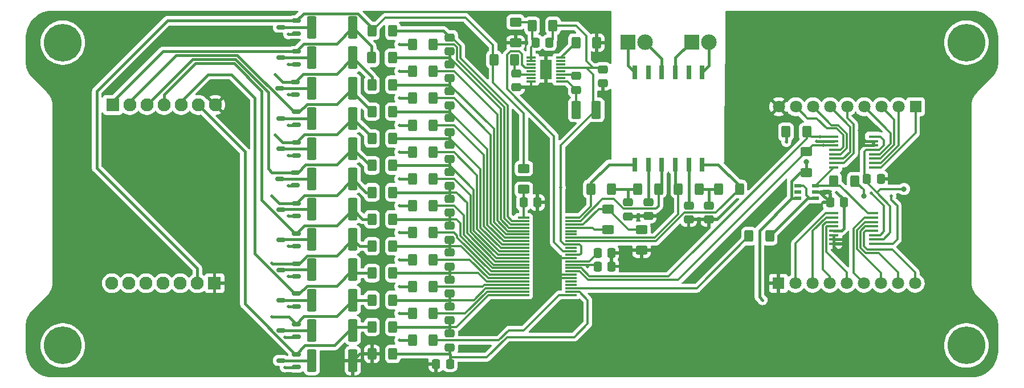
<source format=gbr>
%TF.GenerationSoftware,KiCad,Pcbnew,8.0.2*%
%TF.CreationDate,2024-06-17T10:52:44+02:00*%
%TF.ProjectId,BMS V1.0,424d5320-5631-42e3-902e-6b696361645f,rev?*%
%TF.SameCoordinates,Original*%
%TF.FileFunction,Copper,L1,Top*%
%TF.FilePolarity,Positive*%
%FSLAX46Y46*%
G04 Gerber Fmt 4.6, Leading zero omitted, Abs format (unit mm)*
G04 Created by KiCad (PCBNEW 8.0.2) date 2024-06-17 10:52:44*
%MOMM*%
%LPD*%
G01*
G04 APERTURE LIST*
G04 Aperture macros list*
%AMRoundRect*
0 Rectangle with rounded corners*
0 $1 Rounding radius*
0 $2 $3 $4 $5 $6 $7 $8 $9 X,Y pos of 4 corners*
0 Add a 4 corners polygon primitive as box body*
4,1,4,$2,$3,$4,$5,$6,$7,$8,$9,$2,$3,0*
0 Add four circle primitives for the rounded corners*
1,1,$1+$1,$2,$3*
1,1,$1+$1,$4,$5*
1,1,$1+$1,$6,$7*
1,1,$1+$1,$8,$9*
0 Add four rect primitives between the rounded corners*
20,1,$1+$1,$2,$3,$4,$5,0*
20,1,$1+$1,$4,$5,$6,$7,0*
20,1,$1+$1,$6,$7,$8,$9,0*
20,1,$1+$1,$8,$9,$2,$3,0*%
G04 Aperture macros list end*
%TA.AperFunction,ComponentPad*%
%ADD10R,2.325000X2.325000*%
%TD*%
%TA.AperFunction,ComponentPad*%
%ADD11C,2.325000*%
%TD*%
%TA.AperFunction,SMDPad,CuDef*%
%ADD12RoundRect,0.250000X-0.475000X0.337500X-0.475000X-0.337500X0.475000X-0.337500X0.475000X0.337500X0*%
%TD*%
%TA.AperFunction,SMDPad,CuDef*%
%ADD13RoundRect,0.250000X-0.400000X-0.625000X0.400000X-0.625000X0.400000X0.625000X-0.400000X0.625000X0*%
%TD*%
%TA.AperFunction,ComponentPad*%
%ADD14C,5.600000*%
%TD*%
%TA.AperFunction,SMDPad,CuDef*%
%ADD15RoundRect,0.250001X-0.462499X-1.074999X0.462499X-1.074999X0.462499X1.074999X-0.462499X1.074999X0*%
%TD*%
%TA.AperFunction,SMDPad,CuDef*%
%ADD16R,1.800000X0.300000*%
%TD*%
%TA.AperFunction,SMDPad,CuDef*%
%ADD17RoundRect,0.250000X0.400000X0.625000X-0.400000X0.625000X-0.400000X-0.625000X0.400000X-0.625000X0*%
%TD*%
%TA.AperFunction,SMDPad,CuDef*%
%ADD18RoundRect,0.249999X0.450001X1.425001X-0.450001X1.425001X-0.450001X-1.425001X0.450001X-1.425001X0*%
%TD*%
%TA.AperFunction,SMDPad,CuDef*%
%ADD19R,1.475000X0.450000*%
%TD*%
%TA.AperFunction,SMDPad,CuDef*%
%ADD20RoundRect,0.150000X0.512500X0.150000X-0.512500X0.150000X-0.512500X-0.150000X0.512500X-0.150000X0*%
%TD*%
%TA.AperFunction,SMDPad,CuDef*%
%ADD21RoundRect,0.250000X-0.337500X-0.475000X0.337500X-0.475000X0.337500X0.475000X-0.337500X0.475000X0*%
%TD*%
%TA.AperFunction,SMDPad,CuDef*%
%ADD22RoundRect,0.250000X-0.625000X0.400000X-0.625000X-0.400000X0.625000X-0.400000X0.625000X0.400000X0*%
%TD*%
%TA.AperFunction,SMDPad,CuDef*%
%ADD23RoundRect,0.250000X0.475000X-0.337500X0.475000X0.337500X-0.475000X0.337500X-0.475000X-0.337500X0*%
%TD*%
%TA.AperFunction,SMDPad,CuDef*%
%ADD24R,1.050000X0.550000*%
%TD*%
%TA.AperFunction,SMDPad,CuDef*%
%ADD25RoundRect,0.250000X0.625000X-0.400000X0.625000X0.400000X-0.625000X0.400000X-0.625000X-0.400000X0*%
%TD*%
%TA.AperFunction,ComponentPad*%
%ADD26R,1.800000X1.800000*%
%TD*%
%TA.AperFunction,ComponentPad*%
%ADD27C,1.800000*%
%TD*%
%TA.AperFunction,SMDPad,CuDef*%
%ADD28RoundRect,0.250000X0.337500X0.475000X-0.337500X0.475000X-0.337500X-0.475000X0.337500X-0.475000X0*%
%TD*%
%TA.AperFunction,SMDPad,CuDef*%
%ADD29R,1.425000X0.300000*%
%TD*%
%TA.AperFunction,SMDPad,CuDef*%
%ADD30R,1.753000X2.947000*%
%TD*%
%TA.AperFunction,ComponentPad*%
%ADD31R,1.950000X1.950000*%
%TD*%
%TA.AperFunction,ComponentPad*%
%ADD32C,1.950000*%
%TD*%
%TA.AperFunction,SMDPad,CuDef*%
%ADD33R,0.800000X2.010000*%
%TD*%
%TA.AperFunction,ViaPad*%
%ADD34C,0.500000*%
%TD*%
%TA.AperFunction,ViaPad*%
%ADD35C,0.800000*%
%TD*%
%TA.AperFunction,Conductor*%
%ADD36C,0.300000*%
%TD*%
%TA.AperFunction,Conductor*%
%ADD37C,0.400000*%
%TD*%
%TA.AperFunction,Conductor*%
%ADD38C,0.250000*%
%TD*%
G04 APERTURE END LIST*
D10*
%TO.P,J3,1,Pin_1*%
%TO.N,Net-(J3-Pin_1)*%
X163000000Y-68155000D03*
D11*
%TO.P,J3,2,Pin_2*%
%TO.N,Net-(J3-Pin_2)*%
X165540000Y-68155000D03*
%TD*%
D12*
%TO.P,C15,1*%
%TO.N,/C5*%
X127000000Y-95462500D03*
%TO.P,C15,2*%
%TO.N,/C4*%
X127000000Y-97537500D03*
%TD*%
D13*
%TO.P,R38,1*%
%TO.N,/Cell 10*%
X115450000Y-74500000D03*
%TO.P,R38,2*%
%TO.N,/C10*%
X118550000Y-74500000D03*
%TD*%
D14*
%TO.P,,1*%
%TO.N,N/C*%
X203750000Y-113250000D03*
%TD*%
D15*
%TO.P,L1,1,1*%
%TO.N,Net-(IC1-SW)*%
X145800500Y-78250000D03*
%TO.P,L1,2,2*%
%TO.N,+5V*%
X148775500Y-78250000D03*
%TD*%
D16*
%TO.P,IC6,1,V+*%
%TO.N,Net-(IC6-V+)*%
X137950000Y-94250000D03*
%TO.P,IC6,2,C12*%
%TO.N,/C12*%
X137950000Y-94750000D03*
%TO.P,IC6,3,S12*%
%TO.N,/S12*%
X137950000Y-95250000D03*
%TO.P,IC6,4,C11*%
%TO.N,/C11*%
X137950000Y-95750000D03*
%TO.P,IC6,5,S11*%
%TO.N,/S11*%
X137950000Y-96250000D03*
%TO.P,IC6,6,C10*%
%TO.N,/C10*%
X137950000Y-96750000D03*
%TO.P,IC6,7,S10*%
%TO.N,/S10*%
X137950000Y-97250000D03*
%TO.P,IC6,8,C9*%
%TO.N,/C9*%
X137950000Y-97750000D03*
%TO.P,IC6,9,S9*%
%TO.N,/S9*%
X137950000Y-98250000D03*
%TO.P,IC6,10,C8*%
%TO.N,/C8*%
X137950000Y-98750000D03*
%TO.P,IC6,11,S8*%
%TO.N,/S8*%
X137950000Y-99250000D03*
%TO.P,IC6,12,C7*%
%TO.N,/C7*%
X137950000Y-99750000D03*
%TO.P,IC6,13,S7*%
%TO.N,/S7*%
X137950000Y-100250000D03*
%TO.P,IC6,14,C6*%
%TO.N,/C6*%
X137950000Y-100750000D03*
%TO.P,IC6,15,S6*%
%TO.N,/S6*%
X137950000Y-101250000D03*
%TO.P,IC6,16,C5*%
%TO.N,/C5*%
X137950000Y-101750000D03*
%TO.P,IC6,17,S5*%
%TO.N,/S5*%
X137950000Y-102250000D03*
%TO.P,IC6,18,C4*%
%TO.N,/C4*%
X137950000Y-102750000D03*
%TO.P,IC6,19,S4*%
%TO.N,/S4*%
X137950000Y-103250000D03*
%TO.P,IC6,20,C3*%
%TO.N,/C3*%
X137950000Y-103750000D03*
%TO.P,IC6,21,S3*%
%TO.N,/S3*%
X137950000Y-104250000D03*
%TO.P,IC6,22,C2*%
%TO.N,/C2*%
X137950000Y-104750000D03*
%TO.P,IC6,23,S2*%
%TO.N,/S2*%
X137950000Y-105250000D03*
%TO.P,IC6,24,C1*%
%TO.N,/C1*%
X137950000Y-105750000D03*
%TO.P,IC6,25,S1*%
%TO.N,/S1*%
X145050000Y-105750000D03*
%TO.P,IC6,26,C0*%
%TO.N,/C0*%
X145050000Y-105250000D03*
%TO.P,IC6,27,GPIO1*%
%TO.N,/Therm_ADC*%
X145050000Y-104750000D03*
%TO.P,IC6,28,GPIO2*%
%TO.N,unconnected-(IC6-GPIO2-Pad28)*%
X145050000Y-104250000D03*
%TO.P,IC6,29,GPIO3*%
%TO.N,unconnected-(IC6-GPIO3-Pad29)*%
X145050000Y-103750000D03*
%TO.P,IC6,30,V-_1*%
%TO.N,-VDC*%
X145050000Y-103250000D03*
%TO.P,IC6,31,V-_2*%
X145050000Y-102750000D03*
%TO.P,IC6,32,GPIO4*%
%TO.N,/SDA*%
X145050000Y-102250000D03*
%TO.P,IC6,33,GPIO5*%
%TO.N,/SCL*%
X145050000Y-101750000D03*
%TO.P,IC6,34,VREF2*%
%TO.N,/VREF2*%
X145050000Y-101250000D03*
%TO.P,IC6,35,VREF1*%
%TO.N,Net-(IC6-VREF1)*%
X145050000Y-100750000D03*
%TO.P,IC6,36,DTEN*%
%TO.N,-VDC*%
X145050000Y-100250000D03*
%TO.P,IC6,37,VREG*%
%TO.N,+5V*%
X145050000Y-99750000D03*
%TO.P,IC6,38,DRIVE*%
%TO.N,/Enable*%
X145050000Y-99250000D03*
%TO.P,IC6,39,WDT*%
%TO.N,unconnected-(IC6-WDT-Pad39)*%
X145050000Y-98750000D03*
%TO.P,IC6,40,ISOMD*%
%TO.N,+5V*%
X145050000Y-98250000D03*
%TO.P,IC6,41,CSB_(IMA)*%
%TO.N,/IMA*%
X145050000Y-97750000D03*
%TO.P,IC6,42,SCK_(IPA)*%
%TO.N,/IPA*%
X145050000Y-97250000D03*
%TO.P,IC6,43,SDI_(NC)*%
%TO.N,unconnected-(IC6-SDI_(NC)-Pad43)*%
X145050000Y-96750000D03*
%TO.P,IC6,44,SDO_(NC)*%
%TO.N,unconnected-(IC6-SDO_(NC)-Pad44)*%
X145050000Y-96250000D03*
%TO.P,IC6,45,IBIAS*%
%TO.N,Net-(IC6-IBIAS)*%
X145050000Y-95750000D03*
%TO.P,IC6,46,ICMP*%
%TO.N,Net-(IC6-ICMP)*%
X145050000Y-95250000D03*
%TO.P,IC6,47,IMB*%
%TO.N,/IMB*%
X145050000Y-94750000D03*
%TO.P,IC6,48,IPB*%
%TO.N,/IPB*%
X145050000Y-94250000D03*
%TD*%
D13*
%TO.P,R32,1*%
%TO.N,/Cell 8*%
X115450000Y-82500000D03*
%TO.P,R32,2*%
%TO.N,/C8*%
X118550000Y-82500000D03*
%TD*%
D17*
%TO.P,R7,1*%
%TO.N,Net-(IC2--IN)*%
X174550000Y-97000000D03*
%TO.P,R7,2*%
%TO.N,/Therm_ADC*%
X171450000Y-97000000D03*
%TD*%
D13*
%TO.P,R24,1*%
%TO.N,Net-(Q4-G)*%
X121450000Y-96500000D03*
%TO.P,R24,2*%
%TO.N,/S5*%
X124550000Y-96500000D03*
%TD*%
%TO.P,R23,1*%
%TO.N,/Cell 5*%
X115450000Y-94500000D03*
%TO.P,R23,2*%
%TO.N,/C5*%
X118550000Y-94500000D03*
%TD*%
D18*
%TO.P,R46,1*%
%TO.N,-VDC*%
X112600000Y-115500000D03*
%TO.P,R46,2*%
%TO.N,Net-(Q12-D)*%
X106500000Y-115500000D03*
%TD*%
D19*
%TO.P,IC3,1,SCL*%
%TO.N,/SCL*%
X189938000Y-98150000D03*
%TO.P,IC3,2,~{RESET}*%
%TO.N,+5V*%
X189938000Y-97500000D03*
%TO.P,IC3,3,SDA*%
%TO.N,/SDA*%
X189938000Y-96850000D03*
%TO.P,IC3,4,S1*%
%TO.N,/T1*%
X189938000Y-96200000D03*
%TO.P,IC3,5,S2*%
%TO.N,/T2*%
X189938000Y-95550000D03*
%TO.P,IC3,6,S3*%
%TO.N,/T3*%
X189938000Y-94900000D03*
%TO.P,IC3,7,S4*%
%TO.N,/T4*%
X189938000Y-94250000D03*
%TO.P,IC3,8,D*%
%TO.N,Net-(IC2-+IN)*%
X189938000Y-93600000D03*
%TO.P,IC3,9,S8*%
%TO.N,/T8*%
X184062000Y-93600000D03*
%TO.P,IC3,10,S7*%
%TO.N,/T7*%
X184062000Y-94250000D03*
%TO.P,IC3,11,S6*%
%TO.N,/T6*%
X184062000Y-94900000D03*
%TO.P,IC3,12,S5*%
%TO.N,/T5*%
X184062000Y-95550000D03*
%TO.P,IC3,13,VDD*%
%TO.N,+5V*%
X184062000Y-96200000D03*
%TO.P,IC3,14,GND*%
%TO.N,-VDC*%
X184062000Y-96850000D03*
%TO.P,IC3,15,A1*%
X184062000Y-97500000D03*
%TO.P,IC3,16,A0*%
X184062000Y-98150000D03*
%TD*%
D12*
%TO.P,C18,1*%
%TO.N,/C8*%
X127000000Y-83462500D03*
%TO.P,C18,2*%
%TO.N,/C7*%
X127000000Y-85537500D03*
%TD*%
D13*
%TO.P,R12,1*%
%TO.N,Net-(Q1-G)*%
X121450000Y-108500000D03*
%TO.P,R12,2*%
%TO.N,/S2*%
X124550000Y-108500000D03*
%TD*%
D20*
%TO.P,Q11,1,G*%
%TO.N,Net-(Q11-G)*%
X104187500Y-66900000D03*
%TO.P,Q11,2,S*%
%TO.N,+BATT*%
X104187500Y-65000000D03*
%TO.P,Q11,3,D*%
%TO.N,Net-(Q11-D)*%
X101912500Y-65950000D03*
%TD*%
D14*
%TO.P,,1*%
%TO.N,N/C*%
X69500000Y-113250000D03*
%TD*%
D21*
%TO.P,C1,1*%
%TO.N,/FB*%
X139750500Y-68250000D03*
%TO.P,C1,2*%
%TO.N,+5V*%
X141825500Y-68250000D03*
%TD*%
D22*
%TO.P,R51,1*%
%TO.N,+BATT*%
X138000000Y-86950000D03*
%TO.P,R51,2*%
%TO.N,Net-(IC6-V+)*%
X138000000Y-90050000D03*
%TD*%
D23*
%TO.P,C9,1*%
%TO.N,-VDC*%
X162500000Y-94537500D03*
%TO.P,C9,2*%
%TO.N,Net-(T1-SEC1_2)*%
X162500000Y-92462500D03*
%TD*%
D12*
%TO.P,C12,1*%
%TO.N,/C2*%
X127000000Y-107462500D03*
%TO.P,C12,2*%
%TO.N,/C1*%
X127000000Y-109537500D03*
%TD*%
D13*
%TO.P,R44,1*%
%TO.N,+BATT*%
X115450000Y-66500000D03*
%TO.P,R44,2*%
%TO.N,/C12*%
X118550000Y-66500000D03*
%TD*%
D12*
%TO.P,C17,1*%
%TO.N,/C7*%
X127000000Y-87462500D03*
%TO.P,C17,2*%
%TO.N,/C6*%
X127000000Y-89537500D03*
%TD*%
D13*
%TO.P,R15,1*%
%TO.N,/Cell 1*%
X115450000Y-110500000D03*
%TO.P,R15,2*%
%TO.N,/C1*%
X118550000Y-110500000D03*
%TD*%
%TO.P,R27,1*%
%TO.N,Net-(Q5-G)*%
X121450000Y-92500000D03*
%TO.P,R27,2*%
%TO.N,/S6*%
X124550000Y-92500000D03*
%TD*%
D24*
%TO.P,IC2,1,OUT*%
%TO.N,Net-(IC2--IN)*%
X181300000Y-91400000D03*
%TO.P,IC2,2,V-*%
%TO.N,-VDC*%
X181300000Y-90450000D03*
%TO.P,IC2,3,+IN*%
%TO.N,Net-(IC2-+IN)*%
X181300000Y-89500000D03*
%TO.P,IC2,4,-IN*%
%TO.N,Net-(IC2--IN)*%
X178700000Y-89500000D03*
%TO.P,IC2,5,~{SHDN}*%
%TO.N,unconnected-(IC2-~{SHDN}-Pad5)*%
X178700000Y-90450000D03*
%TO.P,IC2,6,V+*%
%TO.N,+5V*%
X178700000Y-91400000D03*
%TD*%
D23*
%TO.P,C2,1*%
%TO.N,-VDC*%
X149750000Y-74287500D03*
%TO.P,C2,2*%
%TO.N,+5V*%
X149750000Y-72212500D03*
%TD*%
D25*
%TO.P,R49,1*%
%TO.N,Net-(IC6-IBIAS)*%
X150500000Y-96050000D03*
%TO.P,R49,2*%
%TO.N,Net-(IC6-ICMP)*%
X150500000Y-92950000D03*
%TD*%
D12*
%TO.P,C23,1*%
%TO.N,/C1*%
X127000000Y-111462500D03*
%TO.P,C23,2*%
%TO.N,/C0*%
X127000000Y-113537500D03*
%TD*%
D17*
%TO.P,R52,1*%
%TO.N,/VREF2*%
X187183538Y-88818599D03*
%TO.P,R52,2*%
%TO.N,Net-(IC2-+IN)*%
X184083538Y-88818599D03*
%TD*%
D18*
%TO.P,R43,1*%
%TO.N,/Cell 11*%
X112600000Y-66000000D03*
%TO.P,R43,2*%
%TO.N,Net-(Q11-D)*%
X106500000Y-66000000D03*
%TD*%
D21*
%TO.P,C25,1*%
%TO.N,Net-(IC6-V+)*%
X137962500Y-92000000D03*
%TO.P,C25,2*%
%TO.N,-VDC*%
X140037500Y-92000000D03*
%TD*%
D18*
%TO.P,R19,1*%
%TO.N,/Cell 3*%
X112600000Y-102000000D03*
%TO.P,R19,2*%
%TO.N,Net-(Q3-D)*%
X106500000Y-102000000D03*
%TD*%
%TO.P,R31,1*%
%TO.N,/Cell 7*%
X112600000Y-84000000D03*
%TO.P,R31,2*%
%TO.N,Net-(Q7-D)*%
X106500000Y-84000000D03*
%TD*%
D13*
%TO.P,R3,1*%
%TO.N,Net-(IC1-RT)*%
X145738000Y-68250000D03*
%TO.P,R3,2*%
%TO.N,-VDC*%
X148838000Y-68250000D03*
%TD*%
D21*
%TO.P,C11,1*%
%TO.N,Net-(IC6-VREF1)*%
X148962500Y-99500000D03*
%TO.P,C11,2*%
%TO.N,-VDC*%
X151037500Y-99500000D03*
%TD*%
D12*
%TO.P,C13,1*%
%TO.N,/C3*%
X127000000Y-103462500D03*
%TO.P,C13,2*%
%TO.N,/C2*%
X127000000Y-105537500D03*
%TD*%
D13*
%TO.P,R30,1*%
%TO.N,Net-(Q6-G)*%
X121450000Y-88500000D03*
%TO.P,R30,2*%
%TO.N,/S7*%
X124550000Y-88500000D03*
%TD*%
D26*
%TO.P,J5,1,Pin_1*%
%TO.N,/T16*%
X196200000Y-77775000D03*
D27*
%TO.P,J5,2,Pin_2*%
%TO.N,/T15*%
X193660000Y-77775000D03*
%TO.P,J5,3,Pin_3*%
%TO.N,/T14*%
X191120000Y-77775000D03*
%TO.P,J5,4,Pin_4*%
%TO.N,/T13*%
X188580000Y-77775000D03*
%TO.P,J5,5,Pin_5*%
%TO.N,/T12*%
X186040000Y-77775000D03*
%TO.P,J5,6,Pin_6*%
%TO.N,/T11*%
X183500000Y-77775000D03*
%TO.P,J5,7,Pin_7*%
%TO.N,/T10*%
X180960000Y-77775000D03*
%TO.P,J5,8,Pin_8*%
%TO.N,/T9*%
X178420000Y-77775000D03*
%TO.P,J5,9,Pin_9*%
%TO.N,-VDC*%
X175880000Y-77775000D03*
%TD*%
D18*
%TO.P,R22,1*%
%TO.N,/Cell 4*%
X112600000Y-97500000D03*
%TO.P,R22,2*%
%TO.N,Net-(Q4-D)*%
X106500000Y-97500000D03*
%TD*%
D17*
%TO.P,R11,1*%
%TO.N,Net-(C8-Pad2)*%
X164050000Y-90000000D03*
%TO.P,R11,2*%
%TO.N,/IPA*%
X160950000Y-90000000D03*
%TD*%
D12*
%TO.P,C22,1*%
%TO.N,/C12*%
X127000000Y-67462500D03*
%TO.P,C22,2*%
%TO.N,/C11*%
X127000000Y-69537500D03*
%TD*%
D13*
%TO.P,R42,1*%
%TO.N,Net-(Q10-G)*%
X121450000Y-72500000D03*
%TO.P,R42,2*%
%TO.N,/S11*%
X124550000Y-72500000D03*
%TD*%
D21*
%TO.P,C10,1*%
%TO.N,/VREF2*%
X148962500Y-101500000D03*
%TO.P,C10,2*%
%TO.N,-VDC*%
X151037500Y-101500000D03*
%TD*%
D13*
%TO.P,R48,1*%
%TO.N,Net-(Q12-G)*%
X121450000Y-112500000D03*
%TO.P,R48,2*%
%TO.N,/S1*%
X124550000Y-112500000D03*
%TD*%
D28*
%TO.P,C24,1*%
%TO.N,/C0*%
X127037500Y-116000000D03*
%TO.P,C24,2*%
%TO.N,-VDC*%
X124962500Y-116000000D03*
%TD*%
D12*
%TO.P,C14,1*%
%TO.N,/C4*%
X127000000Y-99462500D03*
%TO.P,C14,2*%
%TO.N,/C3*%
X127000000Y-101537500D03*
%TD*%
D20*
%TO.P,Q6,1,G*%
%TO.N,Net-(Q6-G)*%
X104050000Y-89450000D03*
%TO.P,Q6,2,S*%
%TO.N,/Cell 7*%
X104050000Y-87550000D03*
%TO.P,Q6,3,D*%
%TO.N,Net-(Q6-D)*%
X101775000Y-88500000D03*
%TD*%
D17*
%TO.P,R10,1*%
%TO.N,/IMA*%
X170050000Y-90000000D03*
%TO.P,R10,2*%
%TO.N,Net-(C8-Pad2)*%
X166950000Y-90000000D03*
%TD*%
D13*
%TO.P,R29,1*%
%TO.N,/Cell 7*%
X115450000Y-86500000D03*
%TO.P,R29,2*%
%TO.N,/C7*%
X118550000Y-86500000D03*
%TD*%
D20*
%TO.P,Q9,1,G*%
%TO.N,Net-(Q9-G)*%
X104050000Y-76000000D03*
%TO.P,Q9,2,S*%
%TO.N,/Cell 10*%
X104050000Y-74100000D03*
%TO.P,Q9,3,D*%
%TO.N,Net-(Q9-D)*%
X101775000Y-75050000D03*
%TD*%
D13*
%TO.P,R26,1*%
%TO.N,/Cell 6*%
X115450000Y-90500000D03*
%TO.P,R26,2*%
%TO.N,/C6*%
X118550000Y-90500000D03*
%TD*%
D20*
%TO.P,Q4,1,G*%
%TO.N,Net-(Q4-G)*%
X104187500Y-98500000D03*
%TO.P,Q4,2,S*%
%TO.N,/Cell 5*%
X104187500Y-96600000D03*
%TO.P,Q4,3,D*%
%TO.N,Net-(Q4-D)*%
X101912500Y-97550000D03*
%TD*%
%TO.P,Q3,1,G*%
%TO.N,Net-(Q3-G)*%
X104187500Y-103000000D03*
%TO.P,Q3,2,S*%
%TO.N,/Cell 4*%
X104187500Y-101100000D03*
%TO.P,Q3,3,D*%
%TO.N,Net-(Q3-D)*%
X101912500Y-102050000D03*
%TD*%
D18*
%TO.P,R28,1*%
%TO.N,/Cell 6*%
X112550000Y-88500000D03*
%TO.P,R28,2*%
%TO.N,Net-(Q6-D)*%
X106450000Y-88500000D03*
%TD*%
D13*
%TO.P,R17,1*%
%TO.N,/Cell 3*%
X115450000Y-102500000D03*
%TO.P,R17,2*%
%TO.N,/C3*%
X118550000Y-102500000D03*
%TD*%
%TO.P,R4,1*%
%TO.N,+BATT*%
X133562465Y-70768955D03*
%TO.P,R4,2*%
%TO.N,Net-(IC1-VIN)*%
X136662465Y-70768955D03*
%TD*%
D29*
%TO.P,IC1,1,FB_1*%
%TO.N,/FB*%
X139076000Y-70500000D03*
%TO.P,IC1,2,FB_2*%
X139076000Y-71000000D03*
%TO.P,IC1,3,NC_1*%
%TO.N,unconnected-(IC1-NC_1-Pad3)*%
X139076000Y-71500000D03*
%TO.P,IC1,4,EN/UVLO*%
%TO.N,/Enable*%
X139076000Y-72000000D03*
%TO.P,IC1,5,NC_2*%
%TO.N,unconnected-(IC1-NC_2-Pad5)*%
X139076000Y-72500000D03*
%TO.P,IC1,6,VIN*%
%TO.N,Net-(IC1-VIN)*%
X139076000Y-73000000D03*
%TO.P,IC1,7,NC_3*%
%TO.N,unconnected-(IC1-NC_3-Pad7)*%
X139076000Y-73500000D03*
%TO.P,IC1,8,GND_1*%
%TO.N,-VDC*%
X139076000Y-74000000D03*
%TO.P,IC1,9,SW*%
%TO.N,Net-(IC1-SW)*%
X143500000Y-74000000D03*
%TO.P,IC1,10,NC_4*%
%TO.N,unconnected-(IC1-NC_4-Pad10)*%
X143500000Y-73500000D03*
%TO.P,IC1,11,BOOST*%
%TO.N,Net-(IC1-BOOST)*%
X143500000Y-73000000D03*
%TO.P,IC1,12,NC_5*%
%TO.N,unconnected-(IC1-NC_5-Pad12)*%
X143500000Y-72500000D03*
%TO.P,IC1,13,BD*%
%TO.N,+5V*%
X143500000Y-72000000D03*
%TO.P,IC1,14,PG*%
%TO.N,unconnected-(IC1-PG-Pad14)*%
X143500000Y-71500000D03*
%TO.P,IC1,15,NC_6*%
%TO.N,unconnected-(IC1-NC_6-Pad15)*%
X143500000Y-71000000D03*
%TO.P,IC1,16,RT*%
%TO.N,Net-(IC1-RT)*%
X143500000Y-70500000D03*
D30*
%TO.P,IC1,17,GND_2*%
%TO.N,-VDC*%
X141288000Y-72250000D03*
%TD*%
D13*
%TO.P,R8,1*%
%TO.N,/IPB*%
X147950000Y-90000000D03*
%TO.P,R8,2*%
%TO.N,Net-(C6-Pad2)*%
X151050000Y-90000000D03*
%TD*%
%TO.P,R39,1*%
%TO.N,Net-(Q9-G)*%
X121450000Y-76500000D03*
%TO.P,R39,2*%
%TO.N,/S10*%
X124550000Y-76500000D03*
%TD*%
D26*
%TO.P,J4,1,Pin_1*%
%TO.N,-VDC*%
X175840000Y-104000000D03*
D27*
%TO.P,J4,2,Pin_2*%
%TO.N,/T8*%
X178380000Y-104000000D03*
%TO.P,J4,3,Pin_3*%
%TO.N,/T7*%
X180920000Y-104000000D03*
%TO.P,J4,4,Pin_4*%
%TO.N,/T6*%
X183460000Y-104000000D03*
%TO.P,J4,5,Pin_5*%
%TO.N,/T5*%
X186000000Y-104000000D03*
%TO.P,J4,6,Pin_6*%
%TO.N,/T4*%
X188540000Y-104000000D03*
%TO.P,J4,7,Pin_7*%
%TO.N,/T3*%
X191080000Y-104000000D03*
%TO.P,J4,8,Pin_8*%
%TO.N,/T2*%
X193620000Y-104000000D03*
%TO.P,J4,9,Pin_9*%
%TO.N,/T1*%
X196160000Y-104000000D03*
%TD*%
D31*
%TO.P,J6,1,Pin_1*%
%TO.N,/Cell 11*%
X76930000Y-77500000D03*
D32*
%TO.P,J6,2,Pin_2*%
%TO.N,/Cell 9*%
X79470000Y-77500000D03*
%TO.P,J6,3,Pin_3*%
%TO.N,/Cell 7*%
X82010000Y-77500000D03*
%TO.P,J6,4,Pin_4*%
%TO.N,/Cell 5*%
X84550000Y-77500000D03*
%TO.P,J6,5,Pin_5*%
%TO.N,/Cell 3*%
X87090000Y-77500000D03*
%TO.P,J6,6,Pin_6*%
%TO.N,/Cell 1*%
X89630000Y-77500000D03*
%TO.P,J6,7,Pin_7*%
%TO.N,-VDC*%
X92170000Y-77500000D03*
%TD*%
D33*
%TO.P,T1,1,PRI1_1*%
%TO.N,Net-(J3-Pin_2)*%
X164500000Y-72655000D03*
%TO.P,T1,2,PRI1_2*%
%TO.N,unconnected-(T1-PRI1_2-Pad2)*%
X162500000Y-72655000D03*
%TO.P,T1,3,PRI1_3*%
%TO.N,Net-(J3-Pin_1)*%
X160500000Y-72655000D03*
%TO.P,T1,4,PRI2_1*%
%TO.N,Net-(J1-Pin_2)*%
X158500000Y-72655000D03*
%TO.P,T1,5,PRI2_2*%
%TO.N,unconnected-(T1-PRI2_2-Pad5)*%
X156500000Y-72655000D03*
%TO.P,T1,6,PRI2_3*%
%TO.N,Net-(J1-Pin_1)*%
X154500000Y-72655000D03*
%TO.P,T1,7,SEC2_1*%
%TO.N,/IPB*%
X154500000Y-86345000D03*
%TO.P,T1,8,SEC2_2*%
%TO.N,Net-(T1-SEC2_2)*%
X156500000Y-86345000D03*
%TO.P,T1,9,SEC2_3*%
%TO.N,/IMB*%
X158500000Y-86345000D03*
%TO.P,T1,10,SEC1_1*%
%TO.N,/IPA*%
X160500000Y-86345000D03*
%TO.P,T1,11,SEC1_2*%
%TO.N,Net-(T1-SEC1_2)*%
X162500000Y-86345000D03*
%TO.P,T1,12,SEC1_3*%
%TO.N,/IMA*%
X164500000Y-86345000D03*
%TD*%
D12*
%TO.P,C20,1*%
%TO.N,/C10*%
X127000000Y-75462500D03*
%TO.P,C20,2*%
%TO.N,/C9*%
X127000000Y-77537500D03*
%TD*%
D28*
%TO.P,C26,1*%
%TO.N,+5V*%
X185575000Y-92000000D03*
%TO.P,C26,2*%
%TO.N,-VDC*%
X183500000Y-92000000D03*
%TD*%
D18*
%TO.P,R25,1*%
%TO.N,/Cell 5*%
X112550000Y-93000000D03*
%TO.P,R25,2*%
%TO.N,Net-(Q5-D)*%
X106450000Y-93000000D03*
%TD*%
D23*
%TO.P,C7,1*%
%TO.N,-VDC*%
X156500000Y-94037500D03*
%TO.P,C7,2*%
%TO.N,Net-(T1-SEC2_2)*%
X156500000Y-91962500D03*
%TD*%
D10*
%TO.P,J1,1,Pin_1*%
%TO.N,Net-(J1-Pin_1)*%
X153460000Y-68155000D03*
D11*
%TO.P,J1,2,Pin_2*%
%TO.N,Net-(J1-Pin_2)*%
X156000000Y-68155000D03*
%TD*%
D23*
%TO.P,C6,1*%
%TO.N,-VDC*%
X153500000Y-94075000D03*
%TO.P,C6,2*%
%TO.N,Net-(C6-Pad2)*%
X153500000Y-92000000D03*
%TD*%
D14*
%TO.P,,1*%
%TO.N,N/C*%
X203750000Y-68250000D03*
%TD*%
D18*
%TO.P,R14,1*%
%TO.N,/Cell 1*%
X112600000Y-111000000D03*
%TO.P,R14,2*%
%TO.N,Net-(Q1-D)*%
X106500000Y-111000000D03*
%TD*%
D13*
%TO.P,R41,1*%
%TO.N,/Cell 11*%
X115400000Y-70500000D03*
%TO.P,R41,2*%
%TO.N,/C11*%
X118500000Y-70500000D03*
%TD*%
%TO.P,R20,1*%
%TO.N,/Cell 4*%
X115450000Y-98500000D03*
%TO.P,R20,2*%
%TO.N,/C4*%
X118550000Y-98500000D03*
%TD*%
%TO.P,R36,1*%
%TO.N,Net-(Q8-G)*%
X121450000Y-80500000D03*
%TO.P,R36,2*%
%TO.N,/S9*%
X124550000Y-80500000D03*
%TD*%
%TO.P,R33,1*%
%TO.N,Net-(Q7-G)*%
X121450000Y-84500000D03*
%TO.P,R33,2*%
%TO.N,/S8*%
X124550000Y-84500000D03*
%TD*%
%TO.P,R35,1*%
%TO.N,/Cell 9*%
X115450000Y-78500000D03*
%TO.P,R35,2*%
%TO.N,/C9*%
X118550000Y-78500000D03*
%TD*%
D18*
%TO.P,R37,1*%
%TO.N,/Cell 9*%
X112600000Y-75000000D03*
%TO.P,R37,2*%
%TO.N,Net-(Q9-D)*%
X106500000Y-75000000D03*
%TD*%
%TO.P,R16,1*%
%TO.N,/Cell 2*%
X112600000Y-106500000D03*
%TO.P,R16,2*%
%TO.N,Net-(Q2-D)*%
X106500000Y-106500000D03*
%TD*%
D13*
%TO.P,R13,1*%
%TO.N,/Cell 2*%
X115450000Y-106500000D03*
%TO.P,R13,2*%
%TO.N,/C2*%
X118550000Y-106500000D03*
%TD*%
%TO.P,R45,1*%
%TO.N,Net-(Q11-G)*%
X121450000Y-68500000D03*
%TO.P,R45,2*%
%TO.N,/S12*%
X124550000Y-68500000D03*
%TD*%
D20*
%TO.P,Q2,1,G*%
%TO.N,Net-(Q2-G)*%
X104187500Y-107450000D03*
%TO.P,Q2,2,S*%
%TO.N,/Cell 3*%
X104187500Y-105550000D03*
%TO.P,Q2,3,D*%
%TO.N,Net-(Q2-D)*%
X101912500Y-106500000D03*
%TD*%
%TO.P,Q12,1,G*%
%TO.N,Net-(Q12-G)*%
X104187500Y-116450000D03*
%TO.P,Q12,2,S*%
%TO.N,/Cell 1*%
X104187500Y-114550000D03*
%TO.P,Q12,3,D*%
%TO.N,Net-(Q12-D)*%
X101912500Y-115500000D03*
%TD*%
D22*
%TO.P,R50,1*%
%TO.N,Net-(IC6-ICMP)*%
X155500000Y-96000000D03*
%TO.P,R50,2*%
%TO.N,-VDC*%
X155500000Y-99100000D03*
%TD*%
%TO.P,R1,1*%
%TO.N,/FB*%
X136788000Y-65200000D03*
%TO.P,R1,2*%
%TO.N,-VDC*%
X136788000Y-68300000D03*
%TD*%
D18*
%TO.P,R40,1*%
%TO.N,/Cell 10*%
X112600000Y-70500000D03*
%TO.P,R40,2*%
%TO.N,Net-(Q10-D)*%
X106500000Y-70500000D03*
%TD*%
D13*
%TO.P,R21,1*%
%TO.N,Net-(Q3-G)*%
X121450000Y-100500000D03*
%TO.P,R21,2*%
%TO.N,/S4*%
X124550000Y-100500000D03*
%TD*%
D14*
%TO.P,REF\u002A\u002A,1*%
%TO.N,N/C*%
X69500000Y-68250000D03*
%TD*%
D13*
%TO.P,R18,1*%
%TO.N,Net-(Q2-G)*%
X121450000Y-104500000D03*
%TO.P,R18,2*%
%TO.N,/S3*%
X124550000Y-104500000D03*
%TD*%
D12*
%TO.P,C21,1*%
%TO.N,/C11*%
X127000000Y-71462500D03*
%TO.P,C21,2*%
%TO.N,/C10*%
X127000000Y-73537500D03*
%TD*%
D20*
%TO.P,Q5,1,G*%
%TO.N,Net-(Q5-G)*%
X104187500Y-94000000D03*
%TO.P,Q5,2,S*%
%TO.N,/Cell 6*%
X104187500Y-92100000D03*
%TO.P,Q5,3,D*%
%TO.N,Net-(Q5-D)*%
X101912500Y-93050000D03*
%TD*%
D21*
%TO.P,C5,1*%
%TO.N,+5V*%
X188962500Y-88500000D03*
%TO.P,C5,2*%
%TO.N,-VDC*%
X191037500Y-88500000D03*
%TD*%
D31*
%TO.P,J2,1,Pin_1*%
%TO.N,-VDC*%
X92050000Y-104000000D03*
D32*
%TO.P,J2,2,Pin_2*%
%TO.N,+BATT*%
X89510000Y-104000000D03*
%TO.P,J2,3,Pin_3*%
%TO.N,/Cell 10*%
X86970000Y-104000000D03*
%TO.P,J2,4,Pin_4*%
%TO.N,/Cell 8*%
X84430000Y-104000000D03*
%TO.P,J2,5,Pin_5*%
%TO.N,/Cell 6*%
X81890000Y-104000000D03*
%TO.P,J2,6,Pin_6*%
%TO.N,/Cell 4*%
X79350000Y-104000000D03*
%TO.P,J2,7,Pin_7*%
%TO.N,/Cell 2*%
X76810000Y-104000000D03*
%TD*%
D18*
%TO.P,R34,1*%
%TO.N,/Cell 8*%
X112600000Y-79500000D03*
%TO.P,R34,2*%
%TO.N,Net-(Q8-D)*%
X106500000Y-79500000D03*
%TD*%
D20*
%TO.P,Q7,1,G*%
%TO.N,Net-(Q7-G)*%
X104187500Y-85000000D03*
%TO.P,Q7,2,S*%
%TO.N,/Cell 8*%
X104187500Y-83100000D03*
%TO.P,Q7,3,D*%
%TO.N,Net-(Q7-D)*%
X101912500Y-84050000D03*
%TD*%
D23*
%TO.P,C8,1*%
%TO.N,-VDC*%
X165500000Y-94537500D03*
%TO.P,C8,2*%
%TO.N,Net-(C8-Pad2)*%
X165500000Y-92462500D03*
%TD*%
D13*
%TO.P,R6,1*%
%TO.N,+5V*%
X176950000Y-81500000D03*
%TO.P,R6,2*%
%TO.N,/SCL*%
X180050000Y-81500000D03*
%TD*%
D20*
%TO.P,Q10,1,G*%
%TO.N,Net-(Q10-G)*%
X104187500Y-71450000D03*
%TO.P,Q10,2,S*%
%TO.N,/Cell 11*%
X104187500Y-69550000D03*
%TO.P,Q10,3,D*%
%TO.N,Net-(Q10-D)*%
X101912500Y-70500000D03*
%TD*%
%TO.P,Q1,1,G*%
%TO.N,Net-(Q1-G)*%
X104187500Y-111950000D03*
%TO.P,Q1,2,S*%
%TO.N,/Cell 2*%
X104187500Y-110050000D03*
%TO.P,Q1,3,D*%
%TO.N,Net-(Q1-D)*%
X101912500Y-111000000D03*
%TD*%
D19*
%TO.P,IC4,1,SCL*%
%TO.N,/SCL*%
X184062000Y-82225000D03*
%TO.P,IC4,2,~{RESET}*%
%TO.N,+5V*%
X184062000Y-82875000D03*
%TO.P,IC4,3,SDA*%
%TO.N,/SDA*%
X184062000Y-83525000D03*
%TO.P,IC4,4,S1*%
%TO.N,/T9*%
X184062000Y-84175000D03*
%TO.P,IC4,5,S2*%
%TO.N,/T10*%
X184062000Y-84825000D03*
%TO.P,IC4,6,S3*%
%TO.N,/T11*%
X184062000Y-85475000D03*
%TO.P,IC4,7,S4*%
%TO.N,/T12*%
X184062000Y-86125000D03*
%TO.P,IC4,8,D*%
%TO.N,Net-(IC2-+IN)*%
X184062000Y-86775000D03*
%TO.P,IC4,9,S8*%
%TO.N,/T16*%
X189938000Y-86775000D03*
%TO.P,IC4,10,S7*%
%TO.N,/T15*%
X189938000Y-86125000D03*
%TO.P,IC4,11,S6*%
%TO.N,/T14*%
X189938000Y-85475000D03*
%TO.P,IC4,12,S5*%
%TO.N,/T13*%
X189938000Y-84825000D03*
%TO.P,IC4,13,VDD*%
%TO.N,+5V*%
X189938000Y-84175000D03*
%TO.P,IC4,14,GND*%
%TO.N,-VDC*%
X189938000Y-83525000D03*
%TO.P,IC4,15,A1*%
X189938000Y-82875000D03*
%TO.P,IC4,16,A0*%
%TO.N,+5V*%
X189938000Y-82225000D03*
%TD*%
D23*
%TO.P,C4,1*%
%TO.N,-VDC*%
X136911722Y-74877204D03*
%TO.P,C4,2*%
%TO.N,Net-(IC1-VIN)*%
X136911722Y-72802204D03*
%TD*%
D13*
%TO.P,R47,1*%
%TO.N,-VDC*%
X115450000Y-114500000D03*
%TO.P,R47,2*%
%TO.N,/C0*%
X118550000Y-114500000D03*
%TD*%
D12*
%TO.P,C16,1*%
%TO.N,/C6*%
X127000000Y-91462500D03*
%TO.P,C16,2*%
%TO.N,/C5*%
X127000000Y-93537500D03*
%TD*%
%TO.P,C19,1*%
%TO.N,/C9*%
X127000000Y-79462500D03*
%TO.P,C19,2*%
%TO.N,/C8*%
X127000000Y-81537500D03*
%TD*%
D20*
%TO.P,Q8,1,G*%
%TO.N,Net-(Q8-G)*%
X104187500Y-80450000D03*
%TO.P,Q8,2,S*%
%TO.N,/Cell 9*%
X104187500Y-78550000D03*
%TO.P,Q8,3,D*%
%TO.N,Net-(Q8-D)*%
X101912500Y-79500000D03*
%TD*%
D23*
%TO.P,C3,1*%
%TO.N,Net-(IC1-SW)*%
X145788000Y-75287500D03*
%TO.P,C3,2*%
%TO.N,Net-(IC1-BOOST)*%
X145788000Y-73212500D03*
%TD*%
D17*
%TO.P,R2,1*%
%TO.N,+5V*%
X142338000Y-65750000D03*
%TO.P,R2,2*%
%TO.N,/FB*%
X139238000Y-65750000D03*
%TD*%
D22*
%TO.P,R5,1*%
%TO.N,/SDA*%
X180000000Y-84450000D03*
%TO.P,R5,2*%
%TO.N,+5V*%
X180000000Y-87550000D03*
%TD*%
D13*
%TO.P,R9,1*%
%TO.N,Net-(C6-Pad2)*%
X154950000Y-90000000D03*
%TO.P,R9,2*%
%TO.N,/IMB*%
X158050000Y-90000000D03*
%TD*%
D34*
%TO.N,+5V*%
X181500000Y-82925500D03*
D35*
X194500000Y-90000000D03*
D34*
X143500000Y-89750000D03*
X177000000Y-83000000D03*
X184500000Y-90500000D03*
D35*
X180000000Y-86000000D03*
D34*
X173500000Y-106500000D03*
%TO.N,-VDC*%
X172500000Y-94000000D03*
X117000000Y-78500000D03*
X149500000Y-82500000D03*
X159500000Y-99500000D03*
X117000000Y-90500000D03*
X140000000Y-76500000D03*
X92000000Y-67500000D03*
X133750000Y-65000000D03*
X187844425Y-81312811D03*
X143500000Y-109000000D03*
X178000000Y-74500000D03*
X131000000Y-69500000D03*
X185500000Y-100000000D03*
X176500000Y-99500000D03*
X138000000Y-108000000D03*
X157000000Y-95500000D03*
X131500000Y-114000000D03*
X117000000Y-66500000D03*
X117000000Y-114500000D03*
X117000000Y-102500000D03*
X195000000Y-88500000D03*
X167500000Y-106500000D03*
%TO.N,/VREF2*%
X147500000Y-101500000D03*
D35*
X188500000Y-91000000D03*
D34*
%TO.N,/SCL*%
X182000000Y-82225000D03*
X192602012Y-91057008D03*
%TO.N,/SDA*%
X189635627Y-90635627D03*
X182500000Y-83525000D03*
%TO.N,/Cell 10*%
X101050000Y-73000000D03*
%TO.N,/Cell 8*%
X101050000Y-82000000D03*
%TO.N,/Cell 6*%
X100550000Y-91000000D03*
%TO.N,/Cell 4*%
X100550000Y-101000000D03*
%TO.N,/Cell 2*%
X100550000Y-109000000D03*
%TO.N,Net-(Q1-G)*%
X119500000Y-108500000D03*
X102500000Y-112000000D03*
%TO.N,Net-(Q2-G)*%
X119500000Y-104500000D03*
X103000000Y-107500000D03*
%TO.N,Net-(Q3-G)*%
X103000000Y-103000000D03*
X119500000Y-100500000D03*
%TO.N,Net-(Q4-G)*%
X119500000Y-96500000D03*
X103000000Y-98500000D03*
%TO.N,Net-(Q5-G)*%
X103000000Y-94000000D03*
X119500000Y-92500000D03*
%TO.N,Net-(Q6-G)*%
X119500000Y-88500000D03*
X103000000Y-89500000D03*
%TO.N,Net-(Q7-G)*%
X103000000Y-85000000D03*
X119500000Y-84500000D03*
%TO.N,Net-(Q8-G)*%
X103000000Y-80500000D03*
X119500000Y-80500000D03*
%TO.N,Net-(Q9-G)*%
X119500000Y-76500000D03*
X103000000Y-76000000D03*
%TO.N,Net-(Q10-G)*%
X103000000Y-71500000D03*
X119500000Y-72500000D03*
%TO.N,Net-(Q11-G)*%
X119500000Y-68500000D03*
X103000000Y-67000000D03*
%TO.N,Net-(Q12-G)*%
X119500000Y-112500000D03*
X102500000Y-116500000D03*
%TD*%
D36*
%TO.N,/FB*%
X136788000Y-65200000D02*
X138688000Y-65200000D01*
X138688000Y-65200000D02*
X139238000Y-65750000D01*
X139750500Y-68250000D02*
X139250500Y-68750000D01*
X139750500Y-68250000D02*
X139076000Y-68924500D01*
X139238000Y-67737500D02*
X139750500Y-68250000D01*
X139238000Y-65750000D02*
X139238000Y-67737500D01*
X139076000Y-68924500D02*
X139076000Y-71000000D01*
%TO.N,+5V*%
X148775500Y-78250000D02*
X148288000Y-77762500D01*
X146500000Y-99550000D02*
X146500000Y-98450000D01*
X194500000Y-90000000D02*
X191000000Y-90000000D01*
X142338000Y-65750000D02*
X142338000Y-67737500D01*
X148288000Y-73000000D02*
X147288000Y-72000000D01*
X145050000Y-98250000D02*
X144000000Y-98250000D01*
D37*
X179050000Y-87550000D02*
X177775000Y-88825000D01*
D36*
X191462500Y-97500000D02*
X192462500Y-96500000D01*
X146500000Y-98450000D02*
X146300000Y-98250000D01*
X147288000Y-71000000D02*
X148288000Y-72000000D01*
X142338000Y-65750000D02*
X145788000Y-65750000D01*
D37*
X177000000Y-83000000D02*
X177000000Y-81550000D01*
D36*
X191000000Y-90000000D02*
X190469024Y-90530976D01*
X146300000Y-98250000D02*
X145050000Y-98250000D01*
X190950500Y-82225000D02*
X189938000Y-82225000D01*
D37*
X173500000Y-106500000D02*
X173000000Y-106000000D01*
D36*
X142338000Y-67737500D02*
X141825500Y-68250000D01*
X190469024Y-90530976D02*
X192462500Y-92524451D01*
D37*
X184062000Y-82875000D02*
X181550500Y-82875000D01*
D36*
X189938000Y-84175000D02*
X188900500Y-84175000D01*
D37*
X185575000Y-95824500D02*
X185575000Y-92000000D01*
D36*
X143500000Y-83525500D02*
X143500000Y-89750000D01*
D37*
X180000000Y-87550000D02*
X179050000Y-87550000D01*
D36*
X188600000Y-88661951D02*
X190469024Y-90530976D01*
X148288000Y-72000000D02*
X149537500Y-72000000D01*
D37*
X177775000Y-91400000D02*
X178700000Y-91400000D01*
X184062000Y-96200000D02*
X185199500Y-96200000D01*
D36*
X191500000Y-82774500D02*
X190950500Y-82225000D01*
X149537500Y-72000000D02*
X149750000Y-72212500D01*
X146300000Y-99750000D02*
X146500000Y-99550000D01*
X148775500Y-78250000D02*
X143500000Y-83525500D01*
D37*
X185575000Y-92000000D02*
X185575000Y-91575000D01*
D36*
X145050000Y-99750000D02*
X146300000Y-99750000D01*
D37*
X177775000Y-91275000D02*
X177900000Y-91400000D01*
D36*
X144000000Y-98250000D02*
X143500000Y-97750000D01*
X147288000Y-67250000D02*
X147288000Y-71000000D01*
X188900500Y-84175000D02*
X188600000Y-84475500D01*
X189938000Y-97500000D02*
X191462500Y-97500000D01*
X191500000Y-83500000D02*
X191500000Y-82774500D01*
X148288000Y-77762500D02*
X148288000Y-73000000D01*
X143500000Y-97750000D02*
X143500000Y-89750000D01*
X189938000Y-84175000D02*
X190825000Y-84175000D01*
D37*
X173000000Y-96175000D02*
X177775000Y-91400000D01*
X177900000Y-91400000D02*
X178700000Y-91400000D01*
D36*
X145788000Y-65750000D02*
X147288000Y-67250000D01*
X190825000Y-84175000D02*
X191500000Y-83500000D01*
D37*
X177000000Y-81550000D02*
X176950000Y-81500000D01*
X173000000Y-106000000D02*
X173000000Y-96175000D01*
D36*
X188600000Y-84475500D02*
X188600000Y-88661951D01*
X192462500Y-92524451D02*
X192462500Y-96500000D01*
D37*
X181550500Y-82875000D02*
X181500000Y-82925500D01*
X177775000Y-88825000D02*
X177775000Y-91275000D01*
D36*
X143500000Y-72000000D02*
X148288000Y-72000000D01*
D37*
X185575000Y-91575000D02*
X184500000Y-90500000D01*
X180000000Y-87550000D02*
X180000000Y-86000000D01*
X185199500Y-96200000D02*
X185575000Y-95824500D01*
D36*
%TO.N,Net-(IC1-SW)*%
X144500500Y-74000000D02*
X145788000Y-75287500D01*
X143500000Y-74000000D02*
X144500500Y-74000000D01*
X145788000Y-78237500D02*
X145800500Y-78250000D01*
X145788000Y-75287500D02*
X145788000Y-78237500D01*
%TO.N,Net-(IC1-BOOST)*%
X143500000Y-73000000D02*
X145575500Y-73000000D01*
X145575500Y-73000000D02*
X145788000Y-73212500D01*
%TO.N,Net-(IC1-VIN)*%
X136662465Y-70768955D02*
X136662465Y-72552947D01*
X136662465Y-72552947D02*
X136911722Y-72802204D01*
X137000500Y-73000000D02*
X139076000Y-73000000D01*
%TO.N,-VDC*%
X145050000Y-100250000D02*
X142750000Y-100250000D01*
D38*
X153500000Y-94075000D02*
X156462500Y-94075000D01*
D37*
X187844425Y-83344425D02*
X187844425Y-81312811D01*
D36*
X191037500Y-88500000D02*
X195000000Y-88500000D01*
D37*
X189938000Y-82875000D02*
X189938000Y-83525000D01*
X188025000Y-83525000D02*
X187844425Y-83344425D01*
X189938000Y-83525000D02*
X188025000Y-83525000D01*
X149750000Y-74287500D02*
X149750000Y-76000000D01*
X115450000Y-114500000D02*
X113600000Y-114500000D01*
X187844425Y-81918925D02*
X187844425Y-81312811D01*
X181950000Y-90450000D02*
X183500000Y-92000000D01*
D38*
X156462500Y-94075000D02*
X156500000Y-94037500D01*
D37*
X181300000Y-90450000D02*
X181950000Y-90450000D01*
X189938000Y-82875000D02*
X188800500Y-82875000D01*
D36*
X136911722Y-74877204D02*
X138377204Y-74877204D01*
D37*
X184062000Y-96850000D02*
X184062000Y-98150000D01*
X113600000Y-114500000D02*
X112600000Y-115500000D01*
D36*
X142500000Y-102750000D02*
X145050000Y-102750000D01*
X145050000Y-103250000D02*
X142500000Y-103250000D01*
X138377204Y-74877204D02*
X140000000Y-76500000D01*
X139076000Y-75576000D02*
X140000000Y-76500000D01*
D37*
X184062000Y-98150000D02*
X184062000Y-98562000D01*
D36*
X139076000Y-74000000D02*
X139076000Y-75576000D01*
D37*
X184062000Y-98562000D02*
X185500000Y-100000000D01*
X188800500Y-82875000D02*
X187844425Y-81918925D01*
%TO.N,Net-(C6-Pad2)*%
X153500000Y-90000000D02*
X154950000Y-90000000D01*
X151050000Y-90000000D02*
X153500000Y-90000000D01*
X153500000Y-90000000D02*
X153500000Y-92000000D01*
%TO.N,Net-(T1-SEC2_2)*%
X156500000Y-91962500D02*
X156500000Y-86345000D01*
%TO.N,Net-(C8-Pad2)*%
X164050000Y-90000000D02*
X165500000Y-90000000D01*
X165500000Y-90000000D02*
X166950000Y-90000000D01*
X165500000Y-92462500D02*
X165500000Y-90000000D01*
%TO.N,Net-(T1-SEC1_2)*%
X162500000Y-86345000D02*
X162500000Y-92462500D01*
D36*
%TO.N,/VREF2*%
X147500000Y-101500000D02*
X147500500Y-101500000D01*
X147250500Y-101250000D02*
X147500000Y-101499500D01*
X188500000Y-90135061D02*
X187183538Y-88818599D01*
X148712500Y-101250000D02*
X148962500Y-101500000D01*
X188500000Y-91000000D02*
X188500000Y-90135061D01*
X147000000Y-101250000D02*
X148712500Y-101250000D01*
X147500000Y-101499500D02*
X147500000Y-101500000D01*
X145050000Y-101250000D02*
X147000000Y-101250000D01*
X147500500Y-101500000D02*
X147500000Y-101499500D01*
X147000000Y-101250000D02*
X147250500Y-101250000D01*
%TO.N,Net-(IC6-VREF1)*%
X145050000Y-100750000D02*
X147712500Y-100750000D01*
X147712500Y-100750000D02*
X148962500Y-99500000D01*
%TO.N,/C2*%
X130585788Y-106500000D02*
X127000000Y-106500000D01*
D37*
X127000000Y-107462500D02*
X127000000Y-106500000D01*
D36*
X132335788Y-104750000D02*
X130585788Y-106500000D01*
D37*
X118550000Y-106500000D02*
X127000000Y-106500000D01*
X127000000Y-106500000D02*
X127000000Y-105537500D01*
D36*
X137950000Y-104750000D02*
X132335788Y-104750000D01*
%TO.N,/C1*%
X132750000Y-105750000D02*
X128000000Y-110500000D01*
X128000000Y-110500000D02*
X127000000Y-110500000D01*
D37*
X118550000Y-110500000D02*
X127000000Y-110500000D01*
D36*
X137950000Y-105750000D02*
X132750000Y-105750000D01*
D37*
X127000000Y-110500000D02*
X127000000Y-109537500D01*
X127000000Y-111462500D02*
X127000000Y-110500000D01*
D36*
%TO.N,/C3*%
X132497092Y-103750000D02*
X131247092Y-102500000D01*
X137950000Y-103750000D02*
X132497092Y-103750000D01*
X131247092Y-102500000D02*
X127000000Y-102500000D01*
D37*
X127000000Y-102500000D02*
X127000000Y-101537500D01*
X118550000Y-102500000D02*
X127000000Y-102500000D01*
X127000000Y-103462500D02*
X127000000Y-102500000D01*
%TO.N,/C4*%
X127000000Y-98500000D02*
X127000000Y-97537500D01*
D36*
X132911304Y-102750000D02*
X128661304Y-98500000D01*
X137950000Y-102750000D02*
X132911304Y-102750000D01*
X128661304Y-98500000D02*
X127000000Y-98500000D01*
D37*
X127000000Y-99462500D02*
X127000000Y-98500000D01*
X118550000Y-98500000D02*
X127000000Y-98500000D01*
D36*
%TO.N,/C5*%
X128575000Y-95075000D02*
X128000000Y-94500000D01*
D37*
X127000000Y-95462500D02*
X127000000Y-94500000D01*
X127000000Y-94500000D02*
X127000000Y-93537500D01*
D36*
X133325516Y-101750000D02*
X128575000Y-96999484D01*
X128000000Y-94500000D02*
X127000000Y-94500000D01*
X128575000Y-96999484D02*
X128575000Y-95075000D01*
X137950000Y-101750000D02*
X133325516Y-101750000D01*
D37*
X118550000Y-94500000D02*
X127000000Y-94500000D01*
%TO.N,/C6*%
X127000000Y-90500000D02*
X127000000Y-89537500D01*
D36*
X133739728Y-100750000D02*
X129575000Y-96585272D01*
D37*
X118550000Y-90500000D02*
X127000000Y-90500000D01*
D36*
X129575000Y-96585272D02*
X129575000Y-92075000D01*
X129575000Y-92075000D02*
X128000000Y-90500000D01*
X128000000Y-90500000D02*
X127000000Y-90500000D01*
D37*
X127000000Y-91462500D02*
X127000000Y-90500000D01*
D36*
X137950000Y-100750000D02*
X133739728Y-100750000D01*
D37*
%TO.N,/C7*%
X127000000Y-86500000D02*
X127000000Y-85537500D01*
D36*
X137950000Y-99750000D02*
X134153940Y-99750000D01*
D37*
X118550000Y-86500000D02*
X127000000Y-86500000D01*
D36*
X130575000Y-96171060D02*
X130575000Y-90075000D01*
X130575000Y-90075000D02*
X127000000Y-86500000D01*
X134153940Y-99750000D02*
X130575000Y-96171060D01*
D37*
X127000000Y-87462500D02*
X127000000Y-86500000D01*
%TO.N,/C8*%
X127000000Y-82500000D02*
X127000000Y-81537500D01*
D36*
X134568152Y-98750000D02*
X131575000Y-95756848D01*
X137950000Y-98750000D02*
X134568152Y-98750000D01*
D37*
X127000000Y-83462500D02*
X127000000Y-82500000D01*
X118550000Y-82500000D02*
X127000000Y-82500000D01*
D36*
X131575000Y-87075000D02*
X127000000Y-82500000D01*
X131575000Y-95756848D02*
X131575000Y-87075000D01*
D37*
%TO.N,/C9*%
X118550000Y-78500000D02*
X127000000Y-78500000D01*
D36*
X132575000Y-95342636D02*
X132575000Y-84075000D01*
X134982364Y-97750000D02*
X132575000Y-95342636D01*
D37*
X127000000Y-78500000D02*
X127000000Y-77537500D01*
D36*
X137950000Y-97750000D02*
X134982364Y-97750000D01*
X132575000Y-84075000D02*
X127000000Y-78500000D01*
D37*
X127000000Y-79462500D02*
X127000000Y-78500000D01*
%TO.N,/C10*%
X127000000Y-74500000D02*
X127000000Y-73537500D01*
X118550000Y-74500000D02*
X127000000Y-74500000D01*
D36*
X133575000Y-81075000D02*
X127000000Y-74500000D01*
X137950000Y-96750000D02*
X135396576Y-96750000D01*
X133575000Y-94928424D02*
X133575000Y-81075000D01*
X135396576Y-96750000D02*
X133575000Y-94928424D01*
D37*
X127000000Y-75462500D02*
X127000000Y-74500000D01*
D36*
%TO.N,/C11*%
X137950000Y-95750000D02*
X135810788Y-95750000D01*
D37*
X127000000Y-70500000D02*
X127000000Y-69537500D01*
D36*
X134575000Y-78075000D02*
X127000000Y-70500000D01*
D37*
X118500000Y-70500000D02*
X127000000Y-70500000D01*
X127000000Y-71462500D02*
X127000000Y-70500000D01*
D36*
X134575000Y-94514212D02*
X134575000Y-78075000D01*
X135810788Y-95750000D02*
X134575000Y-94514212D01*
D37*
%TO.N,/C12*%
X126037500Y-66500000D02*
X118550000Y-66500000D01*
D36*
X136225000Y-94750000D02*
X135575000Y-94100000D01*
X128575000Y-70575000D02*
X128575000Y-68744366D01*
X135575000Y-77575000D02*
X128575000Y-70575000D01*
X137950000Y-94750000D02*
X136225000Y-94750000D01*
X128575000Y-68744366D02*
X127293134Y-67462500D01*
D37*
X127000000Y-67462500D02*
X126037500Y-66500000D01*
D36*
X135575000Y-94100000D02*
X135575000Y-77575000D01*
X127293134Y-67462500D02*
X127000000Y-67462500D01*
%TO.N,/C0*%
X132500000Y-115000000D02*
X127037500Y-115000000D01*
D37*
X118550000Y-114500000D02*
X127000000Y-114500000D01*
X127037500Y-116000000D02*
X127037500Y-115000000D01*
D36*
X145500000Y-112000000D02*
X135500000Y-112000000D01*
X145050000Y-105250000D02*
X146250000Y-105250000D01*
D37*
X127037500Y-115000000D02*
X127037500Y-114537500D01*
D36*
X146250000Y-105250000D02*
X147500000Y-106500000D01*
X147500000Y-110000000D02*
X145500000Y-112000000D01*
X147500000Y-106500000D02*
X147500000Y-110000000D01*
X135500000Y-112000000D02*
X132500000Y-115000000D01*
D37*
X127000000Y-114500000D02*
X127000000Y-113537500D01*
X127037500Y-114537500D02*
X127000000Y-114500000D01*
D36*
%TO.N,Net-(IC6-V+)*%
X138000000Y-90550000D02*
X137950000Y-90600000D01*
X137950000Y-90600000D02*
X137950000Y-94250000D01*
%TO.N,/Enable*%
X142500000Y-82126510D02*
X142500000Y-97900000D01*
X142500000Y-97900000D02*
X143850000Y-99250000D01*
X137267038Y-69500000D02*
X136057892Y-69500000D01*
X139076000Y-72000000D02*
X138215325Y-72000000D01*
X135500000Y-75126510D02*
X142500000Y-82126510D01*
X138215325Y-72000000D02*
X137750475Y-71535150D01*
X137750475Y-71535150D02*
X137750475Y-69983437D01*
X137750475Y-69983437D02*
X137267038Y-69500000D01*
X136057892Y-69500000D02*
X135500000Y-70057892D01*
X143850000Y-99250000D02*
X145050000Y-99250000D01*
X135500000Y-70057892D02*
X135500000Y-75126510D01*
%TO.N,Net-(IC1-RT)*%
X143500000Y-70500000D02*
X143500000Y-70488000D01*
X143500000Y-70488000D02*
X145738000Y-68250000D01*
%TO.N,Net-(IC2--IN)*%
X179525000Y-89500000D02*
X180000000Y-89975000D01*
X180000000Y-89975000D02*
X180000000Y-90925000D01*
X180000000Y-90925000D02*
X180475000Y-91400000D01*
X180475000Y-91400000D02*
X181300000Y-91400000D01*
X178700000Y-89500000D02*
X179525000Y-89500000D01*
D37*
X174550000Y-97000000D02*
X180150000Y-91400000D01*
X180150000Y-91400000D02*
X181300000Y-91400000D01*
D36*
%TO.N,Net-(IC2-+IN)*%
X181300000Y-89500000D02*
X181337000Y-89500000D01*
X181337000Y-89500000D02*
X184062000Y-86775000D01*
X181300000Y-89500000D02*
X185000000Y-89500000D01*
X189100000Y-93600000D02*
X189938000Y-93600000D01*
X185000000Y-89500000D02*
X189100000Y-93600000D01*
%TO.N,/SCL*%
X159500000Y-103000000D02*
X147757106Y-103000000D01*
X180050000Y-82450000D02*
X159500000Y-103000000D01*
X192602012Y-91057008D02*
X192602012Y-91602012D01*
X192850000Y-98150000D02*
X189938000Y-98150000D01*
X193500000Y-97500000D02*
X192850000Y-98150000D01*
X146507106Y-101750000D02*
X145050000Y-101750000D01*
X184062000Y-82225000D02*
X180775000Y-82225000D01*
X180050000Y-81500000D02*
X180050000Y-82450000D01*
X192602012Y-91602012D02*
X193500000Y-92500000D01*
X180775000Y-82225000D02*
X180050000Y-81500000D01*
X193500000Y-92500000D02*
X193500000Y-97500000D01*
X147757106Y-103000000D02*
X146507106Y-101750000D01*
%TO.N,/SDA*%
X191500000Y-96300500D02*
X190950500Y-96850000D01*
X184062000Y-83525000D02*
X182500000Y-83525000D01*
X145050000Y-102250000D02*
X146300000Y-102250000D01*
X191500000Y-92500000D02*
X191500000Y-96300500D01*
X147550000Y-103500000D02*
X160950000Y-103500000D01*
X160950000Y-103500000D02*
X180000000Y-84450000D01*
X189635627Y-90635627D02*
X191500000Y-92500000D01*
X190950500Y-96850000D02*
X189938000Y-96850000D01*
X146300000Y-102250000D02*
X147550000Y-103500000D01*
X180925000Y-83525000D02*
X180000000Y-84450000D01*
X182500000Y-83525000D02*
X180925000Y-83525000D01*
%TO.N,/T1*%
X192775000Y-99000000D02*
X189000000Y-99000000D01*
X196160000Y-102385000D02*
X192775000Y-99000000D01*
X196160000Y-104000000D02*
X196160000Y-102385000D01*
X188800000Y-96200000D02*
X189938000Y-96200000D01*
X189000000Y-99000000D02*
X188500000Y-98500000D01*
X188500000Y-98500000D02*
X188500000Y-96500000D01*
X188500000Y-96500000D02*
X188800000Y-96200000D01*
%TO.N,/T2*%
X188742894Y-95550000D02*
X189938000Y-95550000D01*
X193620000Y-104000000D02*
X193620000Y-102385000D01*
X193620000Y-102385000D02*
X190735000Y-99500000D01*
X188792894Y-99500000D02*
X188000000Y-98707107D01*
X188000000Y-96292894D02*
X188742894Y-95550000D01*
X190735000Y-99500000D02*
X188792894Y-99500000D01*
X188000000Y-98707107D02*
X188000000Y-96292894D01*
%TO.N,/T3*%
X191080000Y-104000000D02*
X191080000Y-102494214D01*
X191080000Y-102494214D02*
X187500000Y-98914214D01*
X187500000Y-98914214D02*
X187500000Y-96085788D01*
X187500000Y-96085788D02*
X188685788Y-94900000D01*
X188685788Y-94900000D02*
X189938000Y-94900000D01*
%TO.N,/T4*%
X188540000Y-104000000D02*
X187000000Y-102460000D01*
X188628682Y-94250000D02*
X189938000Y-94250000D01*
X187000000Y-95878682D02*
X188628682Y-94250000D01*
X187000000Y-102460000D02*
X187000000Y-95878682D01*
%TO.N,/T8*%
X178380000Y-98073182D02*
X178380000Y-103955000D01*
X182853182Y-93600000D02*
X178380000Y-98073182D01*
X184062000Y-93600000D02*
X182853182Y-93600000D01*
%TO.N,/T7*%
X182910288Y-94250000D02*
X180920000Y-96240288D01*
X180920000Y-96240288D02*
X180920000Y-104000000D01*
X184062000Y-94250000D02*
X182910288Y-94250000D01*
%TO.N,/T6*%
X182967394Y-94900000D02*
X182474500Y-95392894D01*
X182474500Y-95392894D02*
X182474500Y-101961750D01*
X184062000Y-94900000D02*
X182967394Y-94900000D01*
X182474500Y-101961750D02*
X183460000Y-102947250D01*
X183460000Y-102947250D02*
X183460000Y-104000000D01*
%TO.N,/T5*%
X183024500Y-95550000D02*
X184062000Y-95550000D01*
X182974500Y-95600000D02*
X183024500Y-95550000D01*
X182974500Y-99359500D02*
X182974500Y-95600000D01*
X186000000Y-102385000D02*
X182974500Y-99359500D01*
X186000000Y-104000000D02*
X186000000Y-102385000D01*
%TO.N,/T9*%
X180145000Y-79500000D02*
X178420000Y-77775000D01*
X185042394Y-84175000D02*
X185500000Y-83717394D01*
X185500000Y-82000500D02*
X184499500Y-81000000D01*
X185500000Y-83717394D02*
X185500000Y-82000500D01*
X184499500Y-81000000D02*
X183000000Y-81000000D01*
X183000000Y-81000000D02*
X181500000Y-79500000D01*
X181500000Y-79500000D02*
X180145000Y-79500000D01*
X184062000Y-84175000D02*
X185042394Y-84175000D01*
%TO.N,/T10*%
X183685000Y-80500000D02*
X184706606Y-80500000D01*
X185099500Y-84825000D02*
X184062000Y-84825000D01*
X184706606Y-80500000D02*
X186000000Y-81793394D01*
X186000000Y-81793394D02*
X186000000Y-83924501D01*
X186000000Y-83924501D02*
X185099500Y-84825000D01*
X180960000Y-77775000D02*
X183685000Y-80500000D01*
%TO.N,/T11*%
X183500000Y-77775000D02*
X186500000Y-80775000D01*
X185525000Y-85475000D02*
X184062000Y-85475000D01*
X186500000Y-84500000D02*
X185525000Y-85475000D01*
X186500000Y-80775000D02*
X186500000Y-84500000D01*
%TO.N,/T12*%
X186040000Y-77775000D02*
X186040000Y-79417894D01*
X186040000Y-79417894D02*
X187000000Y-80377894D01*
X187000000Y-80377894D02*
X187000000Y-84707106D01*
X185582106Y-86125000D02*
X184062000Y-86125000D01*
X187000000Y-84707106D02*
X185582106Y-86125000D01*
%TO.N,/T16*%
X196200000Y-77775000D02*
X196200000Y-81664712D01*
X191089712Y-86775000D02*
X189938000Y-86775000D01*
X196200000Y-81664712D02*
X191089712Y-86775000D01*
%TO.N,/T15*%
X191032606Y-86125000D02*
X189938000Y-86125000D01*
X193660000Y-77775000D02*
X193660000Y-83497606D01*
X193660000Y-83497606D02*
X191032606Y-86125000D01*
%TO.N,/T14*%
X190975500Y-85475000D02*
X189938000Y-85475000D01*
X191120000Y-77775000D02*
X193000000Y-79655000D01*
X193000000Y-83450500D02*
X190975500Y-85475000D01*
X193000000Y-79655000D02*
X193000000Y-83450500D01*
%TO.N,/T13*%
X192500000Y-81695000D02*
X192500000Y-83243394D01*
X192500000Y-83243394D02*
X190918394Y-84825000D01*
X188580000Y-77775000D02*
X192500000Y-81695000D01*
X190918394Y-84825000D02*
X189938000Y-84825000D01*
%TO.N,/S12*%
X128075000Y-68951472D02*
X127623528Y-68500000D01*
X128075000Y-70826472D02*
X128075000Y-68951472D01*
X135075000Y-77826472D02*
X128075000Y-70826472D01*
X127623528Y-68500000D02*
X124550000Y-68500000D01*
X137950000Y-95250000D02*
X136017894Y-95250000D01*
X135075000Y-94307106D02*
X135075000Y-77826472D01*
X136017894Y-95250000D02*
X135075000Y-94307106D01*
%TO.N,/S11*%
X135603682Y-96250000D02*
X134075000Y-94721318D01*
X134075000Y-94721318D02*
X134075000Y-78951472D01*
X127623528Y-72500000D02*
X124550000Y-72500000D01*
X137950000Y-96250000D02*
X135603682Y-96250000D01*
X134075000Y-78951472D02*
X127623528Y-72500000D01*
%TO.N,/S10*%
X133075000Y-95135530D02*
X133075000Y-81951472D01*
X127623528Y-76500000D02*
X124550000Y-76500000D01*
X137950000Y-97250000D02*
X135189470Y-97250000D01*
X133075000Y-81951472D02*
X127623528Y-76500000D01*
X135189470Y-97250000D02*
X133075000Y-95135530D01*
%TO.N,/S9*%
X127623528Y-80500000D02*
X124550000Y-80500000D01*
X132075000Y-95549742D02*
X132075000Y-84951472D01*
X137950000Y-98250000D02*
X134775258Y-98250000D01*
X134775258Y-98250000D02*
X132075000Y-95549742D01*
X132075000Y-84951472D02*
X127623528Y-80500000D01*
%TO.N,/S8*%
X134361046Y-99250000D02*
X131075000Y-95963954D01*
X131075000Y-87951472D02*
X127623528Y-84500000D01*
X137950000Y-99250000D02*
X134361046Y-99250000D01*
X131075000Y-95963954D02*
X131075000Y-87951472D01*
X127623528Y-84500000D02*
X124550000Y-84500000D01*
%TO.N,/S7*%
X137950000Y-100250000D02*
X133946834Y-100250000D01*
X130075000Y-90951472D02*
X127623528Y-88500000D01*
X130075000Y-96378166D02*
X130075000Y-90951472D01*
X133946834Y-100250000D02*
X130075000Y-96378166D01*
X127623528Y-88500000D02*
X124550000Y-88500000D01*
%TO.N,/S6*%
X129075000Y-96792378D02*
X129075000Y-93951472D01*
X133532622Y-101250000D02*
X129075000Y-96792378D01*
X137950000Y-101250000D02*
X133532622Y-101250000D01*
X127623528Y-92500000D02*
X124550000Y-92500000D01*
X129075000Y-93951472D02*
X127623528Y-92500000D01*
%TO.N,/S5*%
X127623528Y-96500000D02*
X124550000Y-96500000D01*
X128075000Y-97206590D02*
X128075000Y-96951472D01*
X137950000Y-102250000D02*
X133118410Y-102250000D01*
X133118410Y-102250000D02*
X128075000Y-97206590D01*
X128075000Y-96951472D02*
X127623528Y-96500000D01*
%TO.N,/S4*%
X132704198Y-103250000D02*
X129954198Y-100500000D01*
X129954198Y-100500000D02*
X124550000Y-100500000D01*
X137950000Y-103250000D02*
X132704198Y-103250000D01*
%TO.N,/S3*%
X132128682Y-104250000D02*
X131878682Y-104500000D01*
X137950000Y-104250000D02*
X132128682Y-104250000D01*
X131878682Y-104500000D02*
X124550000Y-104500000D01*
%TO.N,/S2*%
X132542894Y-105250000D02*
X129292894Y-108500000D01*
X129292894Y-108500000D02*
X124550000Y-108500000D01*
X137950000Y-105250000D02*
X132542894Y-105250000D01*
%TO.N,/S1*%
X143250000Y-105750000D02*
X145050000Y-105750000D01*
X135792894Y-111000000D02*
X138000000Y-111000000D01*
X134292894Y-112500000D02*
X135792894Y-111000000D01*
X138000000Y-111000000D02*
X143250000Y-105750000D01*
X124550000Y-112500000D02*
X134292894Y-112500000D01*
%TO.N,/Therm_ADC*%
X163700000Y-104750000D02*
X171450000Y-97000000D01*
X145050000Y-104750000D02*
X163700000Y-104750000D01*
%TO.N,/IMA*%
X145050000Y-97750000D02*
X157626472Y-97750000D01*
X161856724Y-93519748D02*
X166530252Y-93519748D01*
D37*
X166895000Y-86345000D02*
X170050000Y-89500000D01*
D36*
X157626472Y-97750000D02*
X161856724Y-93519748D01*
X166530252Y-93519748D02*
X170050000Y-90000000D01*
D37*
X170050000Y-89500000D02*
X170050000Y-90000000D01*
X164500000Y-86345000D02*
X166895000Y-86345000D01*
%TO.N,/IPA*%
X160500000Y-86345000D02*
X160500000Y-89550000D01*
D36*
X160950000Y-93719366D02*
X157419366Y-97250000D01*
D37*
X160500000Y-89550000D02*
X160950000Y-90000000D01*
D36*
X160950000Y-90000000D02*
X160950000Y-93719366D01*
X157419366Y-97250000D02*
X145050000Y-97250000D01*
%TO.N,Net-(IC6-IBIAS)*%
X148500000Y-96050000D02*
X150500000Y-96050000D01*
X145050000Y-95750000D02*
X148200000Y-95750000D01*
X148200000Y-95750000D02*
X148500000Y-96050000D01*
%TO.N,Net-(IC6-ICMP)*%
X153550000Y-96000000D02*
X155500000Y-96000000D01*
X145050000Y-95250000D02*
X146826472Y-95250000D01*
X149126472Y-92950000D02*
X150500000Y-92950000D01*
X150500000Y-92950000D02*
X153550000Y-96000000D01*
X154000000Y-96000000D02*
X155500000Y-96000000D01*
X146826472Y-95250000D02*
X149126472Y-92950000D01*
%TO.N,/IMB*%
X145050000Y-94750000D02*
X146457106Y-94750000D01*
X158050000Y-92536028D02*
X158050000Y-90000000D01*
X146457106Y-94750000D02*
X149707106Y-91500000D01*
X157648528Y-92937500D02*
X158050000Y-92536028D01*
X149707106Y-91500000D02*
X151332044Y-91500000D01*
D37*
X158500000Y-89550000D02*
X158050000Y-90000000D01*
D36*
X152769544Y-92937500D02*
X157648528Y-92937500D01*
D37*
X158500000Y-86345000D02*
X158500000Y-89550000D01*
D36*
X151332044Y-91500000D02*
X152769544Y-92937500D01*
%TO.N,/IPB*%
X146250000Y-94250000D02*
X147950000Y-92550000D01*
X147950000Y-92550000D02*
X147950000Y-90000000D01*
D37*
X150655000Y-86345000D02*
X147950000Y-89050000D01*
D36*
X145050000Y-94250000D02*
X146250000Y-94250000D01*
D37*
X154500000Y-86345000D02*
X150655000Y-86345000D01*
X147950000Y-89050000D02*
X147950000Y-90000000D01*
%TO.N,+BATT*%
X85050000Y-65000000D02*
X74550000Y-75500000D01*
X74550000Y-75500000D02*
X74550000Y-86875000D01*
X113319239Y-63925000D02*
X105262500Y-63925000D01*
D36*
X129338000Y-64500000D02*
X133450000Y-68612000D01*
D37*
X74550000Y-86875000D02*
X89510000Y-101835000D01*
D36*
X115450000Y-66500000D02*
X117450000Y-64500000D01*
X117450000Y-64500000D02*
X129338000Y-64500000D01*
D37*
X115450000Y-66500000D02*
X115450000Y-66055761D01*
D36*
X133450000Y-74217687D02*
X138000000Y-78767687D01*
D37*
X104187500Y-65000000D02*
X85050000Y-65000000D01*
D36*
X138000000Y-78767687D02*
X138000000Y-87450000D01*
X133450000Y-68612000D02*
X133450000Y-74217687D01*
D37*
X105262500Y-63925000D02*
X104187500Y-65000000D01*
X115450000Y-66055761D02*
X113319239Y-63925000D01*
X89510000Y-101835000D02*
X89510000Y-104000000D01*
%TO.N,/Cell 10*%
X102150000Y-74100000D02*
X101050000Y-73000000D01*
X105225000Y-72925000D02*
X110175000Y-72925000D01*
X110175000Y-72925000D02*
X112600000Y-70500000D01*
X104050000Y-74100000D02*
X102150000Y-74100000D01*
X104050000Y-74100000D02*
X105225000Y-72925000D01*
X115450000Y-74500000D02*
X115450000Y-73350000D01*
X115450000Y-73350000D02*
X112600000Y-70500000D01*
%TO.N,/Cell 8*%
X115450000Y-82350000D02*
X112600000Y-79500000D01*
X110175000Y-81925000D02*
X112600000Y-79500000D01*
X105362500Y-81925000D02*
X110175000Y-81925000D01*
X104187500Y-83100000D02*
X102150000Y-83100000D01*
X104187500Y-83100000D02*
X105362500Y-81925000D01*
X102150000Y-83100000D02*
X101050000Y-82000000D01*
X115450000Y-82500000D02*
X115450000Y-82350000D01*
%TO.N,/Cell 6*%
X114550000Y-90500000D02*
X112550000Y-88500000D01*
X110175000Y-90925000D02*
X112600000Y-88500000D01*
X101650000Y-92100000D02*
X100550000Y-91000000D01*
X104187500Y-92100000D02*
X101650000Y-92100000D01*
X115450000Y-90500000D02*
X114550000Y-90500000D01*
X104187500Y-92100000D02*
X105362500Y-90925000D01*
X105362500Y-90925000D02*
X110175000Y-90925000D01*
%TO.N,/Cell 4*%
X100650000Y-101100000D02*
X100550000Y-101000000D01*
X110175000Y-99925000D02*
X112600000Y-97500000D01*
X104187500Y-101100000D02*
X104605761Y-101100000D01*
X104605761Y-101100000D02*
X105780761Y-99925000D01*
X105780761Y-99925000D02*
X110175000Y-99925000D01*
X113600000Y-98500000D02*
X112600000Y-97500000D01*
X115450000Y-98500000D02*
X113600000Y-98500000D01*
X104187500Y-101100000D02*
X100650000Y-101100000D01*
%TO.N,/Cell 2*%
X103137500Y-109000000D02*
X100550000Y-109000000D01*
X104187500Y-110050000D02*
X103137500Y-109000000D01*
X105312500Y-108925000D02*
X110175000Y-108925000D01*
X110175000Y-108925000D02*
X112600000Y-106500000D01*
X104187500Y-110050000D02*
X105312500Y-108925000D01*
X115450000Y-106500000D02*
X112600000Y-106500000D01*
%TO.N,/Cell 11*%
X105312500Y-68425000D02*
X110175000Y-68425000D01*
X115400000Y-68800000D02*
X112600000Y-66000000D01*
X76930000Y-77005000D02*
X76930000Y-77500000D01*
X115400000Y-70500000D02*
X115400000Y-68800000D01*
X104187500Y-69550000D02*
X84385000Y-69550000D01*
X104187500Y-69550000D02*
X105312500Y-68425000D01*
X110175000Y-68425000D02*
X112600000Y-66000000D01*
X84385000Y-69550000D02*
X76930000Y-77005000D01*
%TO.N,/Cell 9*%
X104655761Y-78550000D02*
X105780761Y-77425000D01*
X95434683Y-70150000D02*
X86325000Y-70150000D01*
X103834683Y-78550000D02*
X95434683Y-70150000D01*
X104187500Y-78550000D02*
X104655761Y-78550000D01*
X110175000Y-77425000D02*
X112600000Y-75000000D01*
X86325000Y-70150000D02*
X79470000Y-77005000D01*
X79470000Y-77005000D02*
X79470000Y-77500000D01*
X115450000Y-78500000D02*
X112600000Y-75650000D01*
X104187500Y-78550000D02*
X103834683Y-78550000D01*
X105780761Y-77425000D02*
X110175000Y-77425000D01*
X112600000Y-75650000D02*
X112600000Y-75000000D01*
%TO.N,/Cell 7*%
X104050000Y-87550000D02*
X104450000Y-87550000D01*
X100050000Y-75613845D02*
X100050000Y-87000000D01*
X115450000Y-86500000D02*
X115100000Y-86500000D01*
X105575000Y-86425000D02*
X110175000Y-86425000D01*
X104450000Y-87550000D02*
X105575000Y-86425000D01*
X100050000Y-87000000D02*
X100600000Y-87550000D01*
X100600000Y-87550000D02*
X104050000Y-87550000D01*
X95186155Y-70750000D02*
X100050000Y-75613845D01*
X115100000Y-86500000D02*
X112600000Y-84000000D01*
X88760000Y-70750000D02*
X95186155Y-70750000D01*
X110175000Y-86425000D02*
X112600000Y-84000000D01*
X82010000Y-77500000D02*
X88760000Y-70750000D01*
%TO.N,/Cell 5*%
X104187500Y-96600000D02*
X105362500Y-95425000D01*
X84550000Y-76000000D02*
X84550000Y-77500000D01*
X114050000Y-94500000D02*
X112550000Y-93000000D01*
X105362500Y-95425000D02*
X110225000Y-95425000D01*
X99050000Y-75462373D02*
X94937627Y-71350000D01*
X115450000Y-94500000D02*
X114050000Y-94500000D01*
X99050000Y-91627817D02*
X99050000Y-75462373D01*
X104022183Y-96600000D02*
X99050000Y-91627817D01*
X110225000Y-95425000D02*
X112650000Y-93000000D01*
X104187500Y-96600000D02*
X104022183Y-96600000D01*
X94937627Y-71350000D02*
X89200000Y-71350000D01*
X89200000Y-71350000D02*
X84550000Y-76000000D01*
%TO.N,/Cell 3*%
X98050000Y-76500000D02*
X94550000Y-73000000D01*
X110175000Y-104425000D02*
X112600000Y-102000000D01*
X98050000Y-99627817D02*
X98050000Y-76500000D01*
X115450000Y-102500000D02*
X113100000Y-102500000D01*
X104187500Y-105550000D02*
X104655761Y-105550000D01*
X104655761Y-105550000D02*
X105780761Y-104425000D01*
X104187500Y-105550000D02*
X103972183Y-105550000D01*
X103972183Y-105550000D02*
X98050000Y-99627817D01*
X105780761Y-104425000D02*
X110175000Y-104425000D01*
X113100000Y-102500000D02*
X112600000Y-102000000D01*
X91095000Y-73000000D02*
X86820000Y-77275000D01*
X94550000Y-73000000D02*
X91095000Y-73000000D01*
%TO.N,/Cell 1*%
X105487342Y-113250158D02*
X104187500Y-114550000D01*
X112600000Y-110500000D02*
X109849842Y-113250158D01*
X113100000Y-110500000D02*
X112600000Y-111000000D01*
X115450000Y-110500000D02*
X113100000Y-110500000D01*
X109849842Y-113250158D02*
X105487342Y-113250158D01*
X104022183Y-114550000D02*
X96550000Y-107077817D01*
X104187500Y-114550000D02*
X104022183Y-114550000D01*
X96550000Y-84465000D02*
X89360000Y-77275000D01*
X96550000Y-107077817D02*
X96550000Y-84465000D01*
%TO.N,Net-(Q1-G)*%
X121450000Y-108500000D02*
X119500000Y-108500000D01*
X104137500Y-112000000D02*
X104187500Y-111950000D01*
X102500000Y-112000000D02*
X104137500Y-112000000D01*
%TO.N,Net-(Q1-D)*%
X106500000Y-111000000D02*
X101912500Y-111000000D01*
%TO.N,Net-(Q2-G)*%
X103000000Y-107500000D02*
X104137500Y-107500000D01*
X104137500Y-107500000D02*
X104187500Y-107450000D01*
X121450000Y-104500000D02*
X119500000Y-104500000D01*
%TO.N,Net-(Q2-D)*%
X106500000Y-106500000D02*
X101912500Y-106500000D01*
%TO.N,Net-(Q3-G)*%
X103000000Y-103000000D02*
X104187500Y-103000000D01*
X121450000Y-100500000D02*
X119500000Y-100500000D01*
%TO.N,Net-(Q3-D)*%
X101962500Y-102000000D02*
X101912500Y-102050000D01*
X106500000Y-102000000D02*
X101962500Y-102000000D01*
%TO.N,Net-(Q4-G)*%
X103000000Y-98500000D02*
X104187500Y-98500000D01*
X121450000Y-96500000D02*
X119500000Y-96500000D01*
%TO.N,Net-(Q4-D)*%
X101962500Y-97500000D02*
X101912500Y-97550000D01*
X106500000Y-97500000D02*
X101962500Y-97500000D01*
%TO.N,Net-(Q5-G)*%
X103000000Y-94000000D02*
X104187500Y-94000000D01*
X121450000Y-92500000D02*
X119500000Y-92500000D01*
%TO.N,Net-(Q5-D)*%
X106550000Y-93000000D02*
X101962500Y-93000000D01*
X101962500Y-93000000D02*
X101912500Y-93050000D01*
%TO.N,Net-(Q6-G)*%
X103000000Y-89500000D02*
X104000000Y-89500000D01*
X104000000Y-89500000D02*
X104050000Y-89450000D01*
X121450000Y-88500000D02*
X119500000Y-88500000D01*
%TO.N,Net-(Q6-D)*%
X106500000Y-88500000D02*
X101775000Y-88500000D01*
%TO.N,Net-(Q7-G)*%
X103000000Y-85000000D02*
X104187500Y-85000000D01*
X121450000Y-84500000D02*
X119500000Y-84500000D01*
%TO.N,Net-(Q7-D)*%
X106500000Y-84000000D02*
X101962500Y-84000000D01*
X101962500Y-84000000D02*
X101912500Y-84050000D01*
%TO.N,Net-(Q8-G)*%
X121450000Y-80500000D02*
X119500000Y-80500000D01*
X104137500Y-80500000D02*
X104187500Y-80450000D01*
X103000000Y-80500000D02*
X104137500Y-80500000D01*
%TO.N,Net-(Q8-D)*%
X106500000Y-79500000D02*
X101912500Y-79500000D01*
%TO.N,Net-(Q9-G)*%
X121450000Y-76500000D02*
X119500000Y-76500000D01*
X103000000Y-76000000D02*
X104050000Y-76000000D01*
%TO.N,Net-(Q9-D)*%
X101825000Y-75000000D02*
X101775000Y-75050000D01*
X106500000Y-75000000D02*
X101825000Y-75000000D01*
%TO.N,Net-(Q10-G)*%
X121450000Y-72500000D02*
X119500000Y-72500000D01*
X104137500Y-71500000D02*
X104187500Y-71450000D01*
X103000000Y-71500000D02*
X104137500Y-71500000D01*
%TO.N,Net-(Q10-D)*%
X106500000Y-70500000D02*
X101912500Y-70500000D01*
%TO.N,Net-(Q11-G)*%
X103000000Y-67000000D02*
X104087500Y-67000000D01*
X104087500Y-67000000D02*
X104187500Y-66900000D01*
X121450000Y-68500000D02*
X119500000Y-68500000D01*
%TO.N,Net-(Q11-D)*%
X101962500Y-66000000D02*
X101912500Y-65950000D01*
X106500000Y-66000000D02*
X101962500Y-66000000D01*
%TO.N,Net-(Q12-G)*%
X104137500Y-116500000D02*
X104187500Y-116450000D01*
X102500000Y-116500000D02*
X104137500Y-116500000D01*
X121450000Y-112500000D02*
X119500000Y-112500000D01*
%TO.N,Net-(Q12-D)*%
X106500000Y-115500000D02*
X101912500Y-115500000D01*
%TO.N,Net-(J3-Pin_2)*%
X165540000Y-71615000D02*
X164500000Y-72655000D01*
X165540000Y-68155000D02*
X165540000Y-71615000D01*
%TO.N,Net-(J3-Pin_1)*%
X160500000Y-70500000D02*
X160500000Y-72655000D01*
X163000000Y-68155000D02*
X162845000Y-68155000D01*
X162845000Y-68155000D02*
X160500000Y-70500000D01*
%TO.N,Net-(J1-Pin_2)*%
X158500000Y-70655000D02*
X158500000Y-72655000D01*
X156000000Y-68155000D02*
X158500000Y-70655000D01*
%TO.N,Net-(J1-Pin_1)*%
X153460000Y-68155000D02*
X153460000Y-71615000D01*
X153460000Y-71615000D02*
X154500000Y-72655000D01*
%TD*%
%TA.AperFunction,Conductor*%
%TO.N,-VDC*%
G36*
X104464520Y-63519685D02*
G01*
X104510275Y-63572489D01*
X104520219Y-63641647D01*
X104491194Y-63705203D01*
X104485162Y-63711681D01*
X104033662Y-64163181D01*
X103972339Y-64196666D01*
X103945981Y-64199500D01*
X103609298Y-64199500D01*
X103572432Y-64202401D01*
X103572426Y-64202402D01*
X103414606Y-64248254D01*
X103414603Y-64248255D01*
X103376955Y-64270520D01*
X103357795Y-64281852D01*
X103357152Y-64282232D01*
X103294031Y-64299500D01*
X84981003Y-64299500D01*
X84872590Y-64321065D01*
X84872589Y-64321065D01*
X84859131Y-64323742D01*
X84845673Y-64326419D01*
X84845671Y-64326420D01*
X84792866Y-64348292D01*
X84792864Y-64348293D01*
X84792863Y-64348292D01*
X84718191Y-64379223D01*
X84615059Y-64448135D01*
X84615055Y-64448138D01*
X84603457Y-64455886D01*
X74005888Y-75053453D01*
X74005887Y-75053454D01*
X73929222Y-75168192D01*
X73876421Y-75295667D01*
X73876418Y-75295679D01*
X73862152Y-75367401D01*
X73853775Y-75409517D01*
X73849500Y-75431007D01*
X73849500Y-86806006D01*
X73849500Y-86943994D01*
X73849500Y-86943996D01*
X73849499Y-86943996D01*
X73876418Y-87079322D01*
X73876421Y-87079332D01*
X73929222Y-87206807D01*
X74005887Y-87321545D01*
X74005888Y-87321546D01*
X88773181Y-102088838D01*
X88806666Y-102150161D01*
X88809500Y-102176519D01*
X88809500Y-102627494D01*
X88789815Y-102694533D01*
X88744519Y-102736548D01*
X88700217Y-102760523D01*
X88700208Y-102760529D01*
X88507252Y-102910713D01*
X88507242Y-102910722D01*
X88341632Y-103090622D01*
X88338479Y-103094673D01*
X88336744Y-103093322D01*
X88290650Y-103132653D01*
X88221418Y-103142069D01*
X88158085Y-103112560D01*
X88142156Y-103094177D01*
X88141521Y-103094673D01*
X88138367Y-103090622D01*
X87972757Y-102910722D01*
X87972747Y-102910713D01*
X87779791Y-102760529D01*
X87779787Y-102760526D01*
X87564734Y-102644145D01*
X87564729Y-102644143D01*
X87333458Y-102564748D01*
X87152561Y-102534562D01*
X87092263Y-102524500D01*
X86847737Y-102524500D01*
X86806382Y-102531401D01*
X86606541Y-102564748D01*
X86375270Y-102644143D01*
X86375265Y-102644145D01*
X86160212Y-102760526D01*
X86160208Y-102760529D01*
X85967252Y-102910713D01*
X85967242Y-102910722D01*
X85801632Y-103090622D01*
X85798479Y-103094673D01*
X85796744Y-103093322D01*
X85750650Y-103132653D01*
X85681418Y-103142069D01*
X85618085Y-103112560D01*
X85602156Y-103094177D01*
X85601521Y-103094673D01*
X85598367Y-103090622D01*
X85432757Y-102910722D01*
X85432747Y-102910713D01*
X85239791Y-102760529D01*
X85239787Y-102760526D01*
X85024734Y-102644145D01*
X85024729Y-102644143D01*
X84793458Y-102564748D01*
X84612561Y-102534562D01*
X84552263Y-102524500D01*
X84307737Y-102524500D01*
X84266382Y-102531401D01*
X84066541Y-102564748D01*
X83835270Y-102644143D01*
X83835265Y-102644145D01*
X83620212Y-102760526D01*
X83620208Y-102760529D01*
X83427252Y-102910713D01*
X83427242Y-102910722D01*
X83261632Y-103090622D01*
X83258479Y-103094673D01*
X83256744Y-103093322D01*
X83210650Y-103132653D01*
X83141418Y-103142069D01*
X83078085Y-103112560D01*
X83062156Y-103094177D01*
X83061521Y-103094673D01*
X83058367Y-103090622D01*
X82892757Y-102910722D01*
X82892747Y-102910713D01*
X82699791Y-102760529D01*
X82699787Y-102760526D01*
X82484734Y-102644145D01*
X82484729Y-102644143D01*
X82253458Y-102564748D01*
X82072561Y-102534562D01*
X82012263Y-102524500D01*
X81767737Y-102524500D01*
X81726382Y-102531401D01*
X81526541Y-102564748D01*
X81295270Y-102644143D01*
X81295265Y-102644145D01*
X81080212Y-102760526D01*
X81080208Y-102760529D01*
X80887252Y-102910713D01*
X80887242Y-102910722D01*
X80721632Y-103090622D01*
X80718479Y-103094673D01*
X80716744Y-103093322D01*
X80670650Y-103132653D01*
X80601418Y-103142069D01*
X80538085Y-103112560D01*
X80522156Y-103094177D01*
X80521521Y-103094673D01*
X80518367Y-103090622D01*
X80352757Y-102910722D01*
X80352747Y-102910713D01*
X80159791Y-102760529D01*
X80159787Y-102760526D01*
X79944734Y-102644145D01*
X79944729Y-102644143D01*
X79713458Y-102564748D01*
X79532561Y-102534562D01*
X79472263Y-102524500D01*
X79227737Y-102524500D01*
X79186382Y-102531401D01*
X78986541Y-102564748D01*
X78755270Y-102644143D01*
X78755265Y-102644145D01*
X78540212Y-102760526D01*
X78540208Y-102760529D01*
X78347252Y-102910713D01*
X78347242Y-102910722D01*
X78181632Y-103090622D01*
X78178479Y-103094673D01*
X78176744Y-103093322D01*
X78130650Y-103132653D01*
X78061418Y-103142069D01*
X77998085Y-103112560D01*
X77982156Y-103094177D01*
X77981521Y-103094673D01*
X77978367Y-103090622D01*
X77812757Y-102910722D01*
X77812747Y-102910713D01*
X77619791Y-102760529D01*
X77619787Y-102760526D01*
X77404734Y-102644145D01*
X77404729Y-102644143D01*
X77173458Y-102564748D01*
X76992561Y-102534562D01*
X76932263Y-102524500D01*
X76687737Y-102524500D01*
X76646382Y-102531401D01*
X76446541Y-102564748D01*
X76215270Y-102644143D01*
X76215265Y-102644145D01*
X76000212Y-102760526D01*
X76000208Y-102760529D01*
X75807252Y-102910713D01*
X75807242Y-102910722D01*
X75641632Y-103090621D01*
X75507888Y-103295333D01*
X75409663Y-103519265D01*
X75349636Y-103756304D01*
X75349634Y-103756316D01*
X75329443Y-103999994D01*
X75329443Y-104000005D01*
X75349634Y-104243683D01*
X75349636Y-104243695D01*
X75409663Y-104480734D01*
X75507888Y-104704666D01*
X75641632Y-104909378D01*
X75807242Y-105089277D01*
X75807252Y-105089286D01*
X76000208Y-105239470D01*
X76000212Y-105239473D01*
X76071028Y-105277797D01*
X76215267Y-105355855D01*
X76215270Y-105355856D01*
X76446541Y-105435251D01*
X76446543Y-105435251D01*
X76446545Y-105435252D01*
X76687737Y-105475500D01*
X76687738Y-105475500D01*
X76932262Y-105475500D01*
X76932263Y-105475500D01*
X77173455Y-105435252D01*
X77404733Y-105355855D01*
X77619788Y-105239473D01*
X77812754Y-105089281D01*
X77978368Y-104909377D01*
X77978373Y-104909369D01*
X77981521Y-104905327D01*
X77983264Y-104906684D01*
X78029296Y-104867370D01*
X78098524Y-104857921D01*
X78161870Y-104887400D01*
X78177837Y-104905826D01*
X78178479Y-104905327D01*
X78181632Y-104909377D01*
X78347242Y-105089277D01*
X78347252Y-105089286D01*
X78540208Y-105239470D01*
X78540212Y-105239473D01*
X78611028Y-105277797D01*
X78755267Y-105355855D01*
X78755270Y-105355856D01*
X78986541Y-105435251D01*
X78986543Y-105435251D01*
X78986545Y-105435252D01*
X79227737Y-105475500D01*
X79227738Y-105475500D01*
X79472262Y-105475500D01*
X79472263Y-105475500D01*
X79713455Y-105435252D01*
X79944733Y-105355855D01*
X80159788Y-105239473D01*
X80352754Y-105089281D01*
X80518368Y-104909377D01*
X80518373Y-104909369D01*
X80521521Y-104905327D01*
X80523264Y-104906684D01*
X80569296Y-104867370D01*
X80638524Y-104857921D01*
X80701870Y-104887400D01*
X80717837Y-104905826D01*
X80718479Y-104905327D01*
X80721632Y-104909377D01*
X80887242Y-105089277D01*
X80887252Y-105089286D01*
X81080208Y-105239470D01*
X81080212Y-105239473D01*
X81151028Y-105277797D01*
X81295267Y-105355855D01*
X81295270Y-105355856D01*
X81526541Y-105435251D01*
X81526543Y-105435251D01*
X81526545Y-105435252D01*
X81767737Y-105475500D01*
X81767738Y-105475500D01*
X82012262Y-105475500D01*
X82012263Y-105475500D01*
X82253455Y-105435252D01*
X82484733Y-105355855D01*
X82699788Y-105239473D01*
X82892754Y-105089281D01*
X83058368Y-104909377D01*
X83058373Y-104909369D01*
X83061521Y-104905327D01*
X83063264Y-104906684D01*
X83109296Y-104867370D01*
X83178524Y-104857921D01*
X83241870Y-104887400D01*
X83257837Y-104905826D01*
X83258479Y-104905327D01*
X83261632Y-104909377D01*
X83427242Y-105089277D01*
X83427252Y-105089286D01*
X83620208Y-105239470D01*
X83620212Y-105239473D01*
X83691028Y-105277797D01*
X83835267Y-105355855D01*
X83835270Y-105355856D01*
X84066541Y-105435251D01*
X84066543Y-105435251D01*
X84066545Y-105435252D01*
X84307737Y-105475500D01*
X84307738Y-105475500D01*
X84552262Y-105475500D01*
X84552263Y-105475500D01*
X84793455Y-105435252D01*
X85024733Y-105355855D01*
X85239788Y-105239473D01*
X85432754Y-105089281D01*
X85598368Y-104909377D01*
X85598373Y-104909369D01*
X85601521Y-104905327D01*
X85603264Y-104906684D01*
X85649296Y-104867370D01*
X85718524Y-104857921D01*
X85781870Y-104887400D01*
X85797837Y-104905826D01*
X85798479Y-104905327D01*
X85801632Y-104909377D01*
X85967242Y-105089277D01*
X85967252Y-105089286D01*
X86160208Y-105239470D01*
X86160212Y-105239473D01*
X86231028Y-105277797D01*
X86375267Y-105355855D01*
X86375270Y-105355856D01*
X86606541Y-105435251D01*
X86606543Y-105435251D01*
X86606545Y-105435252D01*
X86847737Y-105475500D01*
X86847738Y-105475500D01*
X87092262Y-105475500D01*
X87092263Y-105475500D01*
X87333455Y-105435252D01*
X87564733Y-105355855D01*
X87779788Y-105239473D01*
X87972754Y-105089281D01*
X88138368Y-104909377D01*
X88138373Y-104909369D01*
X88141521Y-104905327D01*
X88143264Y-104906684D01*
X88189296Y-104867370D01*
X88258524Y-104857921D01*
X88321870Y-104887400D01*
X88337837Y-104905826D01*
X88338479Y-104905327D01*
X88341632Y-104909377D01*
X88507242Y-105089277D01*
X88507252Y-105089286D01*
X88700208Y-105239470D01*
X88700212Y-105239473D01*
X88771028Y-105277797D01*
X88915267Y-105355855D01*
X88915270Y-105355856D01*
X89146541Y-105435251D01*
X89146543Y-105435251D01*
X89146545Y-105435252D01*
X89387737Y-105475500D01*
X89387738Y-105475500D01*
X89632262Y-105475500D01*
X89632263Y-105475500D01*
X89873455Y-105435252D01*
X90104733Y-105355855D01*
X90319788Y-105239473D01*
X90434645Y-105150075D01*
X90499636Y-105124434D01*
X90568176Y-105138000D01*
X90618501Y-105186468D01*
X90626986Y-105204595D01*
X90631644Y-105217083D01*
X90631649Y-105217093D01*
X90717809Y-105332187D01*
X90717812Y-105332190D01*
X90832906Y-105418350D01*
X90832913Y-105418354D01*
X90967620Y-105468596D01*
X90967627Y-105468598D01*
X91027155Y-105474999D01*
X91027172Y-105475000D01*
X91800000Y-105475000D01*
X91800000Y-104600001D01*
X91860402Y-104625021D01*
X91985981Y-104650000D01*
X92114019Y-104650000D01*
X92239598Y-104625021D01*
X92300000Y-104600001D01*
X92300000Y-105475000D01*
X93072828Y-105475000D01*
X93072844Y-105474999D01*
X93132372Y-105468598D01*
X93132379Y-105468596D01*
X93267086Y-105418354D01*
X93267093Y-105418350D01*
X93382187Y-105332190D01*
X93382190Y-105332187D01*
X93468350Y-105217093D01*
X93468354Y-105217086D01*
X93518596Y-105082379D01*
X93518598Y-105082372D01*
X93524999Y-105022844D01*
X93525000Y-105022827D01*
X93525000Y-104250000D01*
X92650001Y-104250000D01*
X92675021Y-104189598D01*
X92700000Y-104064019D01*
X92700000Y-103935981D01*
X92675021Y-103810402D01*
X92650001Y-103750000D01*
X93525000Y-103750000D01*
X93525000Y-102977172D01*
X93524999Y-102977155D01*
X93518598Y-102917627D01*
X93518596Y-102917620D01*
X93468354Y-102782913D01*
X93468350Y-102782906D01*
X93382190Y-102667812D01*
X93382187Y-102667809D01*
X93267093Y-102581649D01*
X93267086Y-102581645D01*
X93132379Y-102531403D01*
X93132372Y-102531401D01*
X93072844Y-102525000D01*
X92300000Y-102525000D01*
X92300000Y-103399998D01*
X92239598Y-103374979D01*
X92114019Y-103350000D01*
X91985981Y-103350000D01*
X91860402Y-103374979D01*
X91800000Y-103399998D01*
X91800000Y-102525000D01*
X91027155Y-102525000D01*
X90967627Y-102531401D01*
X90967620Y-102531403D01*
X90832913Y-102581645D01*
X90832906Y-102581649D01*
X90717812Y-102667809D01*
X90717809Y-102667812D01*
X90631649Y-102782906D01*
X90631646Y-102782912D01*
X90626986Y-102795406D01*
X90585113Y-102851338D01*
X90519648Y-102875753D01*
X90451375Y-102860900D01*
X90434643Y-102849922D01*
X90364600Y-102795406D01*
X90319788Y-102760527D01*
X90319785Y-102760525D01*
X90319782Y-102760523D01*
X90275481Y-102736548D01*
X90225891Y-102687328D01*
X90210500Y-102627494D01*
X90210500Y-101766011D01*
X90210500Y-101766007D01*
X90210164Y-101764322D01*
X90209206Y-101759501D01*
X90209204Y-101759496D01*
X90183580Y-101630672D01*
X90183578Y-101630667D01*
X90130777Y-101503192D01*
X90054112Y-101388454D01*
X75286819Y-86621161D01*
X75253334Y-86559838D01*
X75250500Y-86533480D01*
X75250500Y-78705642D01*
X75270185Y-78638603D01*
X75322989Y-78592848D01*
X75392147Y-78582904D01*
X75455703Y-78611929D01*
X75490682Y-78662309D01*
X75511202Y-78717328D01*
X75511206Y-78717335D01*
X75597452Y-78832544D01*
X75597455Y-78832547D01*
X75712664Y-78918793D01*
X75712671Y-78918797D01*
X75847517Y-78969091D01*
X75847516Y-78969091D01*
X75854444Y-78969835D01*
X75907127Y-78975500D01*
X77952872Y-78975499D01*
X78012483Y-78969091D01*
X78147331Y-78918796D01*
X78262546Y-78832546D01*
X78348796Y-78717331D01*
X78353424Y-78704923D01*
X78395293Y-78648988D01*
X78460756Y-78624568D01*
X78529030Y-78639418D01*
X78545768Y-78650397D01*
X78660212Y-78739473D01*
X78751798Y-78789037D01*
X78831044Y-78831923D01*
X78875267Y-78855855D01*
X78875270Y-78855856D01*
X79106541Y-78935251D01*
X79106543Y-78935251D01*
X79106545Y-78935252D01*
X79347737Y-78975500D01*
X79347738Y-78975500D01*
X79592262Y-78975500D01*
X79592263Y-78975500D01*
X79833455Y-78935252D01*
X80064733Y-78855855D01*
X80279788Y-78739473D01*
X80472754Y-78589281D01*
X80638368Y-78409377D01*
X80638373Y-78409369D01*
X80641521Y-78405327D01*
X80643264Y-78406684D01*
X80689296Y-78367370D01*
X80758524Y-78357921D01*
X80821870Y-78387400D01*
X80837837Y-78405826D01*
X80838479Y-78405327D01*
X80841632Y-78409377D01*
X81007242Y-78589277D01*
X81007252Y-78589286D01*
X81200208Y-78739470D01*
X81200212Y-78739473D01*
X81372197Y-78832547D01*
X81415267Y-78855855D01*
X81415270Y-78855856D01*
X81646541Y-78935251D01*
X81646543Y-78935251D01*
X81646545Y-78935252D01*
X81887737Y-78975500D01*
X81887738Y-78975500D01*
X82132262Y-78975500D01*
X82132263Y-78975500D01*
X82373455Y-78935252D01*
X82604733Y-78855855D01*
X82819788Y-78739473D01*
X83012754Y-78589281D01*
X83178368Y-78409377D01*
X83178373Y-78409369D01*
X83181521Y-78405327D01*
X83183264Y-78406684D01*
X83229296Y-78367370D01*
X83298524Y-78357921D01*
X83361870Y-78387400D01*
X83377837Y-78405826D01*
X83378479Y-78405327D01*
X83381632Y-78409377D01*
X83547242Y-78589277D01*
X83547252Y-78589286D01*
X83740208Y-78739470D01*
X83740212Y-78739473D01*
X83912197Y-78832547D01*
X83955267Y-78855855D01*
X83955270Y-78855856D01*
X84186541Y-78935251D01*
X84186543Y-78935251D01*
X84186545Y-78935252D01*
X84427737Y-78975500D01*
X84427738Y-78975500D01*
X84672262Y-78975500D01*
X84672263Y-78975500D01*
X84913455Y-78935252D01*
X85144733Y-78855855D01*
X85359788Y-78739473D01*
X85552754Y-78589281D01*
X85718368Y-78409377D01*
X85718373Y-78409369D01*
X85721521Y-78405327D01*
X85723264Y-78406684D01*
X85769296Y-78367370D01*
X85838524Y-78357921D01*
X85901870Y-78387400D01*
X85917837Y-78405826D01*
X85918479Y-78405327D01*
X85921632Y-78409377D01*
X86087242Y-78589277D01*
X86087252Y-78589286D01*
X86280208Y-78739470D01*
X86280212Y-78739473D01*
X86452197Y-78832547D01*
X86495267Y-78855855D01*
X86495270Y-78855856D01*
X86726541Y-78935251D01*
X86726543Y-78935251D01*
X86726545Y-78935252D01*
X86967737Y-78975500D01*
X86967738Y-78975500D01*
X87212262Y-78975500D01*
X87212263Y-78975500D01*
X87453455Y-78935252D01*
X87684733Y-78855855D01*
X87899788Y-78739473D01*
X88092754Y-78589281D01*
X88258368Y-78409377D01*
X88258373Y-78409369D01*
X88261521Y-78405327D01*
X88263264Y-78406684D01*
X88309296Y-78367370D01*
X88378524Y-78357921D01*
X88441870Y-78387400D01*
X88457837Y-78405826D01*
X88458479Y-78405327D01*
X88461632Y-78409377D01*
X88627242Y-78589277D01*
X88627252Y-78589286D01*
X88820208Y-78739470D01*
X88820212Y-78739473D01*
X88992197Y-78832547D01*
X89035267Y-78855855D01*
X89035270Y-78855856D01*
X89266541Y-78935251D01*
X89266543Y-78935251D01*
X89266545Y-78935252D01*
X89507737Y-78975500D01*
X89507738Y-78975500D01*
X89752261Y-78975500D01*
X89752263Y-78975500D01*
X89961473Y-78940588D01*
X90030833Y-78948970D01*
X90069559Y-78975216D01*
X95813181Y-84718838D01*
X95846666Y-84780161D01*
X95849500Y-84806519D01*
X95849500Y-107008823D01*
X95849500Y-107146811D01*
X95849500Y-107146813D01*
X95849499Y-107146813D01*
X95876418Y-107282139D01*
X95876421Y-107282149D01*
X95929222Y-107409624D01*
X96005887Y-107524362D01*
X96005888Y-107524363D01*
X102988181Y-114506655D01*
X103021666Y-114567978D01*
X103024500Y-114594336D01*
X103024500Y-114675500D01*
X103004815Y-114742539D01*
X102952011Y-114788294D01*
X102900500Y-114799500D01*
X102805969Y-114799500D01*
X102742848Y-114782232D01*
X102685396Y-114748255D01*
X102685393Y-114748254D01*
X102527573Y-114702402D01*
X102527567Y-114702401D01*
X102490701Y-114699500D01*
X102490694Y-114699500D01*
X101334306Y-114699500D01*
X101334298Y-114699500D01*
X101297432Y-114702401D01*
X101297426Y-114702402D01*
X101139606Y-114748254D01*
X101139603Y-114748255D01*
X100998137Y-114831917D01*
X100998129Y-114831923D01*
X100881923Y-114948129D01*
X100881917Y-114948137D01*
X100798255Y-115089603D01*
X100798254Y-115089606D01*
X100752402Y-115247426D01*
X100752401Y-115247432D01*
X100749500Y-115284298D01*
X100749500Y-115715701D01*
X100752401Y-115752567D01*
X100752402Y-115752573D01*
X100798254Y-115910393D01*
X100798255Y-115910396D01*
X100881917Y-116051862D01*
X100881923Y-116051870D01*
X100998129Y-116168076D01*
X100998133Y-116168079D01*
X100998135Y-116168081D01*
X101139602Y-116251744D01*
X101181224Y-116263836D01*
X101297426Y-116297597D01*
X101297429Y-116297597D01*
X101297431Y-116297598D01*
X101334306Y-116300500D01*
X101628473Y-116300500D01*
X101695512Y-116320185D01*
X101741267Y-116372989D01*
X101751693Y-116438383D01*
X101744751Y-116499996D01*
X101744751Y-116500002D01*
X101763685Y-116668056D01*
X101819545Y-116827694D01*
X101819547Y-116827697D01*
X101909518Y-116970884D01*
X101909523Y-116970890D01*
X102029109Y-117090476D01*
X102029115Y-117090481D01*
X102172302Y-117180452D01*
X102172305Y-117180454D01*
X102172309Y-117180455D01*
X102172310Y-117180456D01*
X102229593Y-117200500D01*
X102331943Y-117236314D01*
X102499997Y-117255249D01*
X102500000Y-117255249D01*
X102500003Y-117255249D01*
X102668059Y-117236313D01*
X102668061Y-117236313D01*
X102750521Y-117207459D01*
X102791476Y-117200500D01*
X103392672Y-117200500D01*
X103427267Y-117205424D01*
X103572426Y-117247597D01*
X103572429Y-117247597D01*
X103572431Y-117247598D01*
X103609306Y-117250500D01*
X103609314Y-117250500D01*
X104765686Y-117250500D01*
X104765694Y-117250500D01*
X104802569Y-117247598D01*
X104802571Y-117247597D01*
X104802573Y-117247597D01*
X104878630Y-117225500D01*
X104960398Y-117201744D01*
X105101865Y-117118081D01*
X105126071Y-117093874D01*
X105187392Y-117060390D01*
X105257084Y-117065374D01*
X105313018Y-117107244D01*
X105331458Y-117142551D01*
X105365114Y-117244119D01*
X105365186Y-117244334D01*
X105365187Y-117244337D01*
X105371918Y-117255249D01*
X105457288Y-117393656D01*
X105581344Y-117517712D01*
X105730665Y-117609814D01*
X105897202Y-117664999D01*
X105999990Y-117675500D01*
X105999995Y-117675500D01*
X107000005Y-117675500D01*
X107000010Y-117675500D01*
X107102798Y-117664999D01*
X107269335Y-117609814D01*
X107418656Y-117517712D01*
X107542712Y-117393656D01*
X107634814Y-117244335D01*
X107689999Y-117077798D01*
X107700500Y-116975010D01*
X107700500Y-116974986D01*
X111400001Y-116974986D01*
X111410494Y-117077696D01*
X111410494Y-117077698D01*
X111465640Y-117244119D01*
X111465645Y-117244130D01*
X111557680Y-117393340D01*
X111557683Y-117393344D01*
X111681655Y-117517316D01*
X111681659Y-117517319D01*
X111830869Y-117609354D01*
X111830880Y-117609359D01*
X111997302Y-117664505D01*
X112100019Y-117674999D01*
X112349999Y-117674999D01*
X112850000Y-117674999D01*
X113099972Y-117674999D01*
X113099986Y-117674998D01*
X113202696Y-117664505D01*
X113202698Y-117664505D01*
X113369119Y-117609359D01*
X113369130Y-117609354D01*
X113518340Y-117517319D01*
X113518344Y-117517316D01*
X113642316Y-117393344D01*
X113642319Y-117393340D01*
X113734354Y-117244130D01*
X113734359Y-117244119D01*
X113789505Y-117077697D01*
X113799999Y-116974986D01*
X113800000Y-116974973D01*
X113800000Y-116524986D01*
X123875001Y-116524986D01*
X123885494Y-116627697D01*
X123940641Y-116794119D01*
X123940643Y-116794124D01*
X124032684Y-116943345D01*
X124156654Y-117067315D01*
X124305875Y-117159356D01*
X124305880Y-117159358D01*
X124472302Y-117214505D01*
X124472309Y-117214506D01*
X124575019Y-117224999D01*
X124712499Y-117224999D01*
X124712500Y-117224998D01*
X124712500Y-116250000D01*
X123875001Y-116250000D01*
X123875001Y-116524986D01*
X113800000Y-116524986D01*
X113800000Y-115750000D01*
X112850000Y-115750000D01*
X112850000Y-117674999D01*
X112349999Y-117674999D01*
X112350000Y-117674998D01*
X112350000Y-115750000D01*
X111400001Y-115750000D01*
X111400001Y-116974986D01*
X107700500Y-116974986D01*
X107700500Y-114074658D01*
X107720185Y-114007619D01*
X107772989Y-113961864D01*
X107824500Y-113950658D01*
X109918838Y-113950658D01*
X110009882Y-113932547D01*
X110054170Y-113923738D01*
X110117911Y-113897335D01*
X110181649Y-113870935D01*
X110181650Y-113870934D01*
X110181653Y-113870933D01*
X110296385Y-113794272D01*
X111308950Y-112781705D01*
X111370271Y-112748222D01*
X111439962Y-112753206D01*
X111495896Y-112795077D01*
X111502159Y-112804278D01*
X111557288Y-112893656D01*
X111681344Y-113017712D01*
X111830665Y-113109814D01*
X111899300Y-113132557D01*
X111956743Y-113172328D01*
X111983567Y-113236844D01*
X111971252Y-113305619D01*
X111923710Y-113356820D01*
X111899300Y-113367968D01*
X111830878Y-113390641D01*
X111830869Y-113390645D01*
X111681659Y-113482680D01*
X111681655Y-113482683D01*
X111557683Y-113606655D01*
X111557680Y-113606659D01*
X111465645Y-113755869D01*
X111465640Y-113755880D01*
X111410494Y-113922302D01*
X111400000Y-114025013D01*
X111400000Y-115250000D01*
X113799999Y-115250000D01*
X113799999Y-115174986D01*
X114300001Y-115174986D01*
X114310494Y-115277697D01*
X114365641Y-115444119D01*
X114365643Y-115444124D01*
X114457684Y-115593345D01*
X114581654Y-115717315D01*
X114730875Y-115809356D01*
X114730880Y-115809358D01*
X114897302Y-115864505D01*
X114897309Y-115864506D01*
X115000019Y-115874999D01*
X115199999Y-115874999D01*
X115700000Y-115874999D01*
X115899972Y-115874999D01*
X115899986Y-115874998D01*
X116002697Y-115864505D01*
X116169119Y-115809358D01*
X116169124Y-115809356D01*
X116318345Y-115717315D01*
X116442315Y-115593345D01*
X116534356Y-115444124D01*
X116534358Y-115444119D01*
X116589505Y-115277697D01*
X116589506Y-115277690D01*
X116599999Y-115174986D01*
X116600000Y-115174973D01*
X116600000Y-114750000D01*
X115700000Y-114750000D01*
X115700000Y-115874999D01*
X115199999Y-115874999D01*
X115200000Y-115874998D01*
X115200000Y-114750000D01*
X114300001Y-114750000D01*
X114300001Y-115174986D01*
X113799999Y-115174986D01*
X113799999Y-114025028D01*
X113799998Y-114025013D01*
X113789505Y-113922303D01*
X113789505Y-113922301D01*
X113757267Y-113825013D01*
X114300000Y-113825013D01*
X114300000Y-114250000D01*
X115200000Y-114250000D01*
X115700000Y-114250000D01*
X116599999Y-114250000D01*
X116599999Y-113825028D01*
X116599998Y-113825013D01*
X116589505Y-113722302D01*
X116534358Y-113555880D01*
X116534356Y-113555875D01*
X116442315Y-113406654D01*
X116318345Y-113282684D01*
X116169124Y-113190643D01*
X116169119Y-113190641D01*
X116002697Y-113135494D01*
X116002690Y-113135493D01*
X115899986Y-113125000D01*
X115700000Y-113125000D01*
X115700000Y-114250000D01*
X115200000Y-114250000D01*
X115200000Y-113125000D01*
X115000029Y-113125000D01*
X115000012Y-113125001D01*
X114897302Y-113135494D01*
X114730880Y-113190641D01*
X114730875Y-113190643D01*
X114581654Y-113282684D01*
X114457684Y-113406654D01*
X114365643Y-113555875D01*
X114365641Y-113555880D01*
X114310494Y-113722302D01*
X114310493Y-113722309D01*
X114300000Y-113825013D01*
X113757267Y-113825013D01*
X113734359Y-113755880D01*
X113734354Y-113755869D01*
X113642319Y-113606659D01*
X113642316Y-113606655D01*
X113518344Y-113482683D01*
X113518340Y-113482680D01*
X113369130Y-113390645D01*
X113369121Y-113390641D01*
X113300699Y-113367968D01*
X113243255Y-113328195D01*
X113216432Y-113263679D01*
X113228747Y-113194903D01*
X113276291Y-113143703D01*
X113300692Y-113132560D01*
X113369335Y-113109814D01*
X113518656Y-113017712D01*
X113642712Y-112893656D01*
X113734814Y-112744335D01*
X113789999Y-112577798D01*
X113800500Y-112475010D01*
X113800500Y-111324500D01*
X113820185Y-111257461D01*
X113872989Y-111211706D01*
X113924500Y-111200500D01*
X114194846Y-111200500D01*
X114261885Y-111220185D01*
X114307640Y-111272989D01*
X114312552Y-111285496D01*
X114332822Y-111346666D01*
X114365186Y-111444334D01*
X114457288Y-111593656D01*
X114581344Y-111717712D01*
X114730666Y-111809814D01*
X114897203Y-111864999D01*
X114999991Y-111875500D01*
X115900008Y-111875499D01*
X115900016Y-111875498D01*
X115900019Y-111875498D01*
X115999429Y-111865343D01*
X116002797Y-111864999D01*
X116169334Y-111809814D01*
X116318656Y-111717712D01*
X116442712Y-111593656D01*
X116534814Y-111444334D01*
X116589999Y-111277797D01*
X116600500Y-111175009D01*
X116600499Y-109824992D01*
X116593122Y-109752780D01*
X116589999Y-109722203D01*
X116589998Y-109722200D01*
X116576165Y-109680456D01*
X116534814Y-109555666D01*
X116442712Y-109406344D01*
X116318656Y-109282288D01*
X116169334Y-109190186D01*
X116002797Y-109135001D01*
X116002795Y-109135000D01*
X115900010Y-109124500D01*
X114999998Y-109124500D01*
X114999980Y-109124501D01*
X114897203Y-109135000D01*
X114897200Y-109135001D01*
X114730668Y-109190185D01*
X114730663Y-109190187D01*
X114581342Y-109282289D01*
X114457289Y-109406342D01*
X114365187Y-109555663D01*
X114365186Y-109555666D01*
X114312551Y-109714506D01*
X114272781Y-109771949D01*
X114208265Y-109798772D01*
X114194847Y-109799500D01*
X113924500Y-109799500D01*
X113857461Y-109779815D01*
X113811706Y-109727011D01*
X113800500Y-109675500D01*
X113800500Y-109524995D01*
X113800499Y-109524982D01*
X113794791Y-109469114D01*
X113789999Y-109422202D01*
X113734814Y-109255665D01*
X113642712Y-109106344D01*
X113518656Y-108982288D01*
X113369335Y-108890186D01*
X113301491Y-108867704D01*
X113244048Y-108827934D01*
X113217225Y-108763418D01*
X113229540Y-108694642D01*
X113277083Y-108643442D01*
X113301487Y-108632296D01*
X113369335Y-108609814D01*
X113518656Y-108517712D01*
X113642712Y-108393656D01*
X113734814Y-108244335D01*
X113789999Y-108077798D01*
X113800500Y-107975010D01*
X113800500Y-107324500D01*
X113820185Y-107257461D01*
X113872989Y-107211706D01*
X113924500Y-107200500D01*
X114194846Y-107200500D01*
X114261885Y-107220185D01*
X114307640Y-107272989D01*
X114312552Y-107285496D01*
X114350963Y-107401413D01*
X114365186Y-107444334D01*
X114457288Y-107593656D01*
X114581344Y-107717712D01*
X114730666Y-107809814D01*
X114897203Y-107864999D01*
X114999991Y-107875500D01*
X115900008Y-107875499D01*
X115900016Y-107875498D01*
X115900019Y-107875498D01*
X115999429Y-107865343D01*
X116002797Y-107864999D01*
X116169334Y-107809814D01*
X116318656Y-107717712D01*
X116442712Y-107593656D01*
X116534814Y-107444334D01*
X116589999Y-107277797D01*
X116600500Y-107175009D01*
X116600499Y-105824992D01*
X116599942Y-105819544D01*
X116589999Y-105722203D01*
X116589998Y-105722200D01*
X116574523Y-105675500D01*
X116534814Y-105555666D01*
X116442712Y-105406344D01*
X116318656Y-105282288D01*
X116217970Y-105220185D01*
X116169336Y-105190187D01*
X116169331Y-105190185D01*
X116158114Y-105186468D01*
X116002797Y-105135001D01*
X116002795Y-105135000D01*
X115900010Y-105124500D01*
X114999998Y-105124500D01*
X114999980Y-105124501D01*
X114897203Y-105135000D01*
X114897200Y-105135001D01*
X114730668Y-105190185D01*
X114730663Y-105190187D01*
X114581342Y-105282289D01*
X114457289Y-105406342D01*
X114365187Y-105555663D01*
X114365186Y-105555666D01*
X114312551Y-105714506D01*
X114272781Y-105771949D01*
X114208265Y-105798772D01*
X114194847Y-105799500D01*
X113924500Y-105799500D01*
X113857461Y-105779815D01*
X113811706Y-105727011D01*
X113800500Y-105675500D01*
X113800500Y-105024995D01*
X113800499Y-105024982D01*
X113794791Y-104969114D01*
X113789999Y-104922202D01*
X113734814Y-104755665D01*
X113642712Y-104606344D01*
X113518656Y-104482288D01*
X113369335Y-104390186D01*
X113301491Y-104367704D01*
X113244048Y-104327934D01*
X113217225Y-104263418D01*
X113229540Y-104194642D01*
X113277083Y-104143442D01*
X113301487Y-104132296D01*
X113369335Y-104109814D01*
X113518656Y-104017712D01*
X113642712Y-103893656D01*
X113734814Y-103744335D01*
X113789999Y-103577798D01*
X113800500Y-103475010D01*
X113800500Y-103324500D01*
X113820185Y-103257461D01*
X113872989Y-103211706D01*
X113924500Y-103200500D01*
X114194846Y-103200500D01*
X114261885Y-103220185D01*
X114307640Y-103272989D01*
X114312552Y-103285496D01*
X114365185Y-103444331D01*
X114365187Y-103444336D01*
X114367369Y-103447873D01*
X114457288Y-103593656D01*
X114581344Y-103717712D01*
X114730666Y-103809814D01*
X114897203Y-103864999D01*
X114999991Y-103875500D01*
X115900008Y-103875499D01*
X115900016Y-103875498D01*
X115900019Y-103875498D01*
X115999429Y-103865343D01*
X116002797Y-103864999D01*
X116169334Y-103809814D01*
X116318656Y-103717712D01*
X116442712Y-103593656D01*
X116534814Y-103444334D01*
X116589999Y-103277797D01*
X116600500Y-103175009D01*
X116600499Y-101824992D01*
X116592838Y-101750000D01*
X116589999Y-101722203D01*
X116589998Y-101722200D01*
X116580091Y-101692304D01*
X116534814Y-101555666D01*
X116442712Y-101406344D01*
X116318656Y-101282288D01*
X116217970Y-101220185D01*
X116169336Y-101190187D01*
X116169331Y-101190185D01*
X116123554Y-101175016D01*
X116002797Y-101135001D01*
X116002795Y-101135000D01*
X115900010Y-101124500D01*
X114999998Y-101124500D01*
X114999980Y-101124501D01*
X114897203Y-101135000D01*
X114897200Y-101135001D01*
X114730668Y-101190185D01*
X114730663Y-101190187D01*
X114581342Y-101282289D01*
X114457289Y-101406342D01*
X114365187Y-101555663D01*
X114365186Y-101555666D01*
X114312551Y-101714506D01*
X114272781Y-101771949D01*
X114208265Y-101798772D01*
X114194847Y-101799500D01*
X113924500Y-101799500D01*
X113857461Y-101779815D01*
X113811706Y-101727011D01*
X113800500Y-101675500D01*
X113800500Y-100524995D01*
X113800499Y-100524982D01*
X113797712Y-100497705D01*
X113789999Y-100422202D01*
X113734814Y-100255665D01*
X113642712Y-100106344D01*
X113518656Y-99982288D01*
X113395963Y-99906610D01*
X113369337Y-99890187D01*
X113369332Y-99890185D01*
X113348370Y-99883239D01*
X113301491Y-99867704D01*
X113244048Y-99827934D01*
X113217225Y-99763418D01*
X113229540Y-99694642D01*
X113277083Y-99643442D01*
X113301487Y-99632296D01*
X113369335Y-99609814D01*
X113518656Y-99517712D01*
X113642712Y-99393656D01*
X113725521Y-99259401D01*
X113777467Y-99212679D01*
X113831058Y-99200500D01*
X114194846Y-99200500D01*
X114261885Y-99220185D01*
X114307640Y-99272989D01*
X114312552Y-99285496D01*
X114343113Y-99377721D01*
X114365186Y-99444334D01*
X114457288Y-99593656D01*
X114581344Y-99717712D01*
X114730666Y-99809814D01*
X114897203Y-99864999D01*
X114999991Y-99875500D01*
X115900008Y-99875499D01*
X115900016Y-99875498D01*
X115900019Y-99875498D01*
X115999429Y-99865343D01*
X116002797Y-99864999D01*
X116169334Y-99809814D01*
X116318656Y-99717712D01*
X116442712Y-99593656D01*
X116534814Y-99444334D01*
X116589999Y-99277797D01*
X116600500Y-99175009D01*
X116600499Y-97824992D01*
X116599145Y-97811742D01*
X116589999Y-97722203D01*
X116589998Y-97722200D01*
X116574360Y-97675009D01*
X116534814Y-97555666D01*
X116442712Y-97406344D01*
X116318656Y-97282288D01*
X116169334Y-97190186D01*
X116002797Y-97135001D01*
X116002795Y-97135000D01*
X115900010Y-97124500D01*
X114999998Y-97124500D01*
X114999980Y-97124501D01*
X114897203Y-97135000D01*
X114897200Y-97135001D01*
X114730668Y-97190185D01*
X114730663Y-97190187D01*
X114581342Y-97282289D01*
X114457289Y-97406342D01*
X114365187Y-97555663D01*
X114365185Y-97555668D01*
X114362401Y-97564071D01*
X114312551Y-97714506D01*
X114272781Y-97771949D01*
X114208265Y-97798772D01*
X114194847Y-97799500D01*
X113941519Y-97799500D01*
X113874480Y-97779815D01*
X113853838Y-97763181D01*
X113836819Y-97746162D01*
X113803334Y-97684839D01*
X113800500Y-97658481D01*
X113800500Y-96024995D01*
X113800499Y-96024982D01*
X113799698Y-96017146D01*
X113789999Y-95922202D01*
X113734814Y-95755665D01*
X113642712Y-95606344D01*
X113518656Y-95482288D01*
X113395531Y-95406344D01*
X113369337Y-95390187D01*
X113369336Y-95390186D01*
X113369335Y-95390186D01*
X113276491Y-95359420D01*
X113219048Y-95319648D01*
X113192225Y-95255132D01*
X113204540Y-95186356D01*
X113252084Y-95135156D01*
X113276480Y-95124014D01*
X113319335Y-95109814D01*
X113452252Y-95027829D01*
X113519644Y-95009389D01*
X113586308Y-95030311D01*
X113598611Y-95040415D01*
X113598748Y-95040249D01*
X113603458Y-95044114D01*
X113718182Y-95120771D01*
X113718186Y-95120773D01*
X113718189Y-95120775D01*
X113762353Y-95139068D01*
X113762354Y-95139069D01*
X113762355Y-95139069D01*
X113845671Y-95173580D01*
X113855324Y-95175500D01*
X113884694Y-95181342D01*
X113981004Y-95200500D01*
X113981007Y-95200500D01*
X114194846Y-95200500D01*
X114261885Y-95220185D01*
X114307640Y-95272989D01*
X114312552Y-95285496D01*
X114365185Y-95444331D01*
X114365187Y-95444336D01*
X114389131Y-95483156D01*
X114457288Y-95593656D01*
X114581344Y-95717712D01*
X114730666Y-95809814D01*
X114897203Y-95864999D01*
X114999991Y-95875500D01*
X115900008Y-95875499D01*
X115900016Y-95875498D01*
X115900019Y-95875498D01*
X115999429Y-95865343D01*
X116002797Y-95864999D01*
X116169334Y-95809814D01*
X116318656Y-95717712D01*
X116442712Y-95593656D01*
X116534814Y-95444334D01*
X116589999Y-95277797D01*
X116600500Y-95175009D01*
X116600499Y-93824992D01*
X116595820Y-93779192D01*
X116589999Y-93722203D01*
X116589998Y-93722200D01*
X116578432Y-93687296D01*
X116534814Y-93555666D01*
X116442712Y-93406344D01*
X116318656Y-93282288D01*
X116169334Y-93190186D01*
X116002797Y-93135001D01*
X116002795Y-93135000D01*
X115900010Y-93124500D01*
X114999998Y-93124500D01*
X114999980Y-93124501D01*
X114897203Y-93135000D01*
X114897200Y-93135001D01*
X114730668Y-93190185D01*
X114730663Y-93190187D01*
X114581342Y-93282289D01*
X114457289Y-93406342D01*
X114365187Y-93555663D01*
X114365184Y-93555671D01*
X114361500Y-93566788D01*
X114321725Y-93624231D01*
X114257207Y-93651051D01*
X114188432Y-93638732D01*
X114156115Y-93615459D01*
X114026895Y-93486239D01*
X113786819Y-93246162D01*
X113753334Y-93184839D01*
X113750500Y-93158481D01*
X113750500Y-91524995D01*
X113750499Y-91524982D01*
X113749698Y-91517146D01*
X113739999Y-91422202D01*
X113684814Y-91255665D01*
X113592712Y-91106344D01*
X113468656Y-90982288D01*
X113336057Y-90900500D01*
X113319337Y-90890187D01*
X113319332Y-90890185D01*
X113296650Y-90882669D01*
X113251491Y-90867704D01*
X113194048Y-90827934D01*
X113167225Y-90763418D01*
X113179540Y-90694642D01*
X113227083Y-90643442D01*
X113251487Y-90632296D01*
X113319335Y-90609814D01*
X113452252Y-90527829D01*
X113519644Y-90509389D01*
X113586308Y-90530311D01*
X113605030Y-90545687D01*
X114103453Y-91044111D01*
X114103456Y-91044114D01*
X114196851Y-91106518D01*
X114196850Y-91106518D01*
X114216103Y-91119381D01*
X114218189Y-91120775D01*
X114228922Y-91125220D01*
X114283325Y-91169058D01*
X114304830Y-91227180D01*
X114310001Y-91277797D01*
X114310001Y-91277799D01*
X114365185Y-91444331D01*
X114365187Y-91444336D01*
X114372483Y-91456165D01*
X114457288Y-91593656D01*
X114581344Y-91717712D01*
X114730666Y-91809814D01*
X114897203Y-91864999D01*
X114999991Y-91875500D01*
X115900008Y-91875499D01*
X115900016Y-91875498D01*
X115900019Y-91875498D01*
X115999429Y-91865343D01*
X116002797Y-91864999D01*
X116169334Y-91809814D01*
X116318656Y-91717712D01*
X116442712Y-91593656D01*
X116534814Y-91444334D01*
X116589999Y-91277797D01*
X116600500Y-91175009D01*
X116600499Y-89824992D01*
X116592838Y-89750000D01*
X116589999Y-89722203D01*
X116589998Y-89722200D01*
X116571274Y-89665694D01*
X116534814Y-89555666D01*
X116442712Y-89406344D01*
X116318656Y-89282288D01*
X116169334Y-89190186D01*
X116002797Y-89135001D01*
X116002795Y-89135000D01*
X115900010Y-89124500D01*
X114999998Y-89124500D01*
X114999980Y-89124501D01*
X114897203Y-89135000D01*
X114897200Y-89135001D01*
X114730668Y-89190185D01*
X114730663Y-89190187D01*
X114581342Y-89282289D01*
X114539824Y-89323807D01*
X114478501Y-89357291D01*
X114408809Y-89352306D01*
X114364463Y-89323806D01*
X113786819Y-88746162D01*
X113753334Y-88684839D01*
X113750500Y-88658481D01*
X113750500Y-87024995D01*
X113750499Y-87024982D01*
X113744791Y-86969114D01*
X113739999Y-86922202D01*
X113684814Y-86755665D01*
X113592712Y-86606344D01*
X113468656Y-86482288D01*
X113330713Y-86397204D01*
X113319337Y-86390187D01*
X113319332Y-86390185D01*
X113318789Y-86390005D01*
X113276491Y-86375989D01*
X113219048Y-86336217D01*
X113192225Y-86271702D01*
X113204540Y-86202926D01*
X113252083Y-86151726D01*
X113276486Y-86140581D01*
X113369335Y-86109814D01*
X113502252Y-86027829D01*
X113569644Y-86009389D01*
X113636308Y-86030311D01*
X113655030Y-86045687D01*
X114263181Y-86653838D01*
X114296666Y-86715161D01*
X114299500Y-86741519D01*
X114299500Y-87175001D01*
X114299501Y-87175019D01*
X114310000Y-87277796D01*
X114310001Y-87277799D01*
X114365185Y-87444331D01*
X114365187Y-87444336D01*
X114370901Y-87453600D01*
X114457288Y-87593656D01*
X114581344Y-87717712D01*
X114730666Y-87809814D01*
X114897203Y-87864999D01*
X114999991Y-87875500D01*
X115900008Y-87875499D01*
X115900016Y-87875498D01*
X115900019Y-87875498D01*
X115956302Y-87869748D01*
X116002797Y-87864999D01*
X116169334Y-87809814D01*
X116318656Y-87717712D01*
X116442712Y-87593656D01*
X116534814Y-87444334D01*
X116589999Y-87277797D01*
X116600500Y-87175009D01*
X116600499Y-85824992D01*
X116598244Y-85802921D01*
X116589999Y-85722203D01*
X116589998Y-85722200D01*
X116573170Y-85671418D01*
X116534814Y-85555666D01*
X116442712Y-85406344D01*
X116318656Y-85282288D01*
X116188694Y-85202127D01*
X116169336Y-85190187D01*
X116169331Y-85190185D01*
X116167862Y-85189698D01*
X116002797Y-85135001D01*
X116002795Y-85135000D01*
X115900010Y-85124500D01*
X114999998Y-85124500D01*
X114999980Y-85124501D01*
X114897203Y-85135000D01*
X114897200Y-85135001D01*
X114840956Y-85153639D01*
X114771127Y-85156041D01*
X114714271Y-85123614D01*
X113836819Y-84246162D01*
X113803334Y-84184839D01*
X113800500Y-84158481D01*
X113800500Y-82524995D01*
X113800499Y-82524982D01*
X113800201Y-82522069D01*
X113789999Y-82422202D01*
X113734814Y-82255665D01*
X113642712Y-82106344D01*
X113518656Y-81982288D01*
X113425890Y-81925070D01*
X113369337Y-81890187D01*
X113369332Y-81890185D01*
X113368726Y-81889984D01*
X113301491Y-81867704D01*
X113244048Y-81827934D01*
X113217225Y-81763418D01*
X113229540Y-81694642D01*
X113277083Y-81643442D01*
X113301487Y-81632296D01*
X113369335Y-81609814D01*
X113502252Y-81527829D01*
X113569644Y-81509389D01*
X113636308Y-81530311D01*
X113655030Y-81545687D01*
X114263181Y-82153838D01*
X114296666Y-82215161D01*
X114299500Y-82241519D01*
X114299500Y-83175001D01*
X114299501Y-83175019D01*
X114310000Y-83277796D01*
X114310001Y-83277799D01*
X114365185Y-83444331D01*
X114365187Y-83444336D01*
X114368372Y-83449500D01*
X114457288Y-83593656D01*
X114581344Y-83717712D01*
X114730666Y-83809814D01*
X114897203Y-83864999D01*
X114999991Y-83875500D01*
X115900008Y-83875499D01*
X115900016Y-83875498D01*
X115900019Y-83875498D01*
X115999429Y-83865343D01*
X116002797Y-83864999D01*
X116169334Y-83809814D01*
X116318656Y-83717712D01*
X116442712Y-83593656D01*
X116534814Y-83444334D01*
X116589999Y-83277797D01*
X116600500Y-83175009D01*
X116600499Y-81824992D01*
X116589999Y-81722203D01*
X116534814Y-81555666D01*
X116442712Y-81406344D01*
X116318656Y-81282288D01*
X116193052Y-81204815D01*
X116169336Y-81190187D01*
X116169331Y-81190185D01*
X116139971Y-81180456D01*
X116002797Y-81135001D01*
X116002795Y-81135000D01*
X115900016Y-81124500D01*
X115900009Y-81124500D01*
X115266519Y-81124500D01*
X115199480Y-81104815D01*
X115178838Y-81088181D01*
X113836819Y-79746162D01*
X113803334Y-79684839D01*
X113800500Y-79658481D01*
X113800500Y-78140519D01*
X113820185Y-78073480D01*
X113872989Y-78027725D01*
X113942147Y-78017781D01*
X114005703Y-78046806D01*
X114012181Y-78052838D01*
X114263181Y-78303838D01*
X114296666Y-78365161D01*
X114299500Y-78391519D01*
X114299501Y-79175000D01*
X114299501Y-79175019D01*
X114310000Y-79277796D01*
X114310001Y-79277799D01*
X114346247Y-79387181D01*
X114365186Y-79444334D01*
X114457288Y-79593656D01*
X114581344Y-79717712D01*
X114730666Y-79809814D01*
X114897203Y-79864999D01*
X114999991Y-79875500D01*
X115900008Y-79875499D01*
X115900016Y-79875498D01*
X115900019Y-79875498D01*
X115999429Y-79865343D01*
X116002797Y-79864999D01*
X116169334Y-79809814D01*
X116318656Y-79717712D01*
X116442712Y-79593656D01*
X116534814Y-79444334D01*
X116589999Y-79277797D01*
X116600500Y-79175009D01*
X116600499Y-77824992D01*
X116589999Y-77722203D01*
X116534814Y-77555666D01*
X116442712Y-77406344D01*
X116318656Y-77282288D01*
X116217970Y-77220185D01*
X116169336Y-77190187D01*
X116169331Y-77190185D01*
X116150171Y-77183836D01*
X116002797Y-77135001D01*
X116002795Y-77135000D01*
X115900016Y-77124500D01*
X115900009Y-77124500D01*
X115116519Y-77124500D01*
X115049480Y-77104815D01*
X115028838Y-77088181D01*
X113836819Y-75896162D01*
X113803334Y-75834839D01*
X113800500Y-75808481D01*
X113800500Y-73524995D01*
X113800499Y-73524982D01*
X113794791Y-73469114D01*
X113789999Y-73422202D01*
X113734814Y-73255665D01*
X113642712Y-73106344D01*
X113518656Y-72982288D01*
X113369335Y-72890186D01*
X113301491Y-72867704D01*
X113244048Y-72827934D01*
X113217225Y-72763418D01*
X113229540Y-72694642D01*
X113277083Y-72643442D01*
X113301487Y-72632296D01*
X113369335Y-72609814D01*
X113502252Y-72527829D01*
X113569644Y-72509389D01*
X113636308Y-72530311D01*
X113655030Y-72545687D01*
X114410237Y-73300894D01*
X114443722Y-73362217D01*
X114438738Y-73431909D01*
X114428095Y-73453670D01*
X114365192Y-73555654D01*
X114365186Y-73555666D01*
X114310001Y-73722203D01*
X114310001Y-73722204D01*
X114310000Y-73722204D01*
X114299500Y-73824983D01*
X114299500Y-75175001D01*
X114299501Y-75175018D01*
X114310000Y-75277796D01*
X114310001Y-75277799D01*
X114365185Y-75444331D01*
X114365187Y-75444336D01*
X114400069Y-75500888D01*
X114457288Y-75593656D01*
X114581344Y-75717712D01*
X114730666Y-75809814D01*
X114897203Y-75864999D01*
X114999991Y-75875500D01*
X115900008Y-75875499D01*
X115900016Y-75875498D01*
X115900019Y-75875498D01*
X115999429Y-75865343D01*
X116002797Y-75864999D01*
X116169334Y-75809814D01*
X116318656Y-75717712D01*
X116442712Y-75593656D01*
X116534814Y-75444334D01*
X116589999Y-75277797D01*
X116600500Y-75175009D01*
X116600499Y-73824992D01*
X116589999Y-73722203D01*
X116534814Y-73555666D01*
X116442712Y-73406344D01*
X116318656Y-73282288D01*
X116169334Y-73190186D01*
X116166766Y-73188602D01*
X116120041Y-73136654D01*
X116117319Y-73130556D01*
X116070775Y-73018189D01*
X115994114Y-72903457D01*
X115994112Y-72903454D01*
X115994111Y-72903453D01*
X115177837Y-72087180D01*
X115144352Y-72025857D01*
X115149336Y-71956166D01*
X115191208Y-71900232D01*
X115256672Y-71875815D01*
X115265518Y-71875499D01*
X115850002Y-71875499D01*
X115850008Y-71875499D01*
X115952797Y-71864999D01*
X116119334Y-71809814D01*
X116268656Y-71717712D01*
X116392712Y-71593656D01*
X116484814Y-71444334D01*
X116539999Y-71277797D01*
X116550500Y-71175009D01*
X116550499Y-69824992D01*
X116549292Y-69813181D01*
X116539999Y-69722203D01*
X116539998Y-69722200D01*
X116537448Y-69714504D01*
X116484814Y-69555666D01*
X116392712Y-69406344D01*
X116268656Y-69282288D01*
X116159402Y-69214900D01*
X116112679Y-69162953D01*
X116100500Y-69109362D01*
X116100500Y-68731005D01*
X116087304Y-68664670D01*
X116087304Y-68664669D01*
X116073580Y-68595672D01*
X116020775Y-68468189D01*
X115944114Y-68353457D01*
X115944112Y-68353454D01*
X115944111Y-68353453D01*
X115677837Y-68087180D01*
X115644352Y-68025857D01*
X115649336Y-67956166D01*
X115691207Y-67900232D01*
X115756672Y-67875815D01*
X115765518Y-67875499D01*
X115900002Y-67875499D01*
X115900008Y-67875499D01*
X116002797Y-67864999D01*
X116169334Y-67809814D01*
X116318656Y-67717712D01*
X116442712Y-67593656D01*
X116534814Y-67444334D01*
X116589999Y-67277797D01*
X116600500Y-67175009D01*
X116600499Y-66320806D01*
X116620183Y-66253768D01*
X116636813Y-66233131D01*
X117193381Y-65676563D01*
X117254702Y-65643080D01*
X117324394Y-65648064D01*
X117380327Y-65689936D01*
X117404744Y-65755400D01*
X117404418Y-65776848D01*
X117399500Y-65824981D01*
X117399500Y-67175001D01*
X117399501Y-67175018D01*
X117410000Y-67277796D01*
X117410001Y-67277799D01*
X117465185Y-67444331D01*
X117465187Y-67444336D01*
X117481562Y-67470884D01*
X117557288Y-67593656D01*
X117681344Y-67717712D01*
X117830666Y-67809814D01*
X117997203Y-67864999D01*
X118099991Y-67875500D01*
X118781681Y-67875499D01*
X118848720Y-67895183D01*
X118894475Y-67947987D01*
X118904419Y-68017146D01*
X118886675Y-68065471D01*
X118819545Y-68172307D01*
X118763685Y-68331943D01*
X118744751Y-68499997D01*
X118744751Y-68500000D01*
X118763685Y-68668056D01*
X118819545Y-68827692D01*
X118886675Y-68934528D01*
X118905675Y-69001764D01*
X118885307Y-69068600D01*
X118832040Y-69113814D01*
X118781681Y-69124500D01*
X118049998Y-69124500D01*
X118049980Y-69124501D01*
X117947203Y-69135000D01*
X117947200Y-69135001D01*
X117780668Y-69190185D01*
X117780663Y-69190187D01*
X117631342Y-69282289D01*
X117507289Y-69406342D01*
X117415187Y-69555663D01*
X117415185Y-69555668D01*
X117413811Y-69559814D01*
X117360001Y-69722203D01*
X117360001Y-69722204D01*
X117360000Y-69722204D01*
X117349500Y-69824983D01*
X117349500Y-71175001D01*
X117349501Y-71175018D01*
X117360000Y-71277796D01*
X117360001Y-71277799D01*
X117392857Y-71376951D01*
X117415186Y-71444334D01*
X117507288Y-71593656D01*
X117631344Y-71717712D01*
X117780666Y-71809814D01*
X117947203Y-71864999D01*
X118049991Y-71875500D01*
X118781681Y-71875499D01*
X118848720Y-71895183D01*
X118894475Y-71947987D01*
X118904419Y-72017146D01*
X118886675Y-72065471D01*
X118819545Y-72172307D01*
X118763685Y-72331943D01*
X118744751Y-72499997D01*
X118744751Y-72500002D01*
X118763685Y-72668056D01*
X118819545Y-72827692D01*
X118886675Y-72934528D01*
X118905675Y-73001764D01*
X118885307Y-73068600D01*
X118832040Y-73113814D01*
X118781681Y-73124500D01*
X118099998Y-73124500D01*
X118099980Y-73124501D01*
X117997203Y-73135000D01*
X117997200Y-73135001D01*
X117830668Y-73190185D01*
X117830663Y-73190187D01*
X117681342Y-73282289D01*
X117557289Y-73406342D01*
X117465187Y-73555663D01*
X117465186Y-73555666D01*
X117410001Y-73722203D01*
X117410001Y-73722204D01*
X117410000Y-73722204D01*
X117399500Y-73824983D01*
X117399500Y-75175001D01*
X117399501Y-75175018D01*
X117410000Y-75277796D01*
X117410001Y-75277799D01*
X117465185Y-75444331D01*
X117465187Y-75444336D01*
X117500069Y-75500888D01*
X117557288Y-75593656D01*
X117681344Y-75717712D01*
X117830666Y-75809814D01*
X117997203Y-75864999D01*
X118099991Y-75875500D01*
X118781681Y-75875499D01*
X118848720Y-75895183D01*
X118894475Y-75947987D01*
X118904419Y-76017146D01*
X118886675Y-76065471D01*
X118819545Y-76172307D01*
X118763685Y-76331943D01*
X118744751Y-76499997D01*
X118744751Y-76500002D01*
X118763685Y-76668056D01*
X118801109Y-76775006D01*
X118819347Y-76827128D01*
X118819545Y-76827692D01*
X118886675Y-76934528D01*
X118905675Y-77001764D01*
X118885307Y-77068600D01*
X118832040Y-77113814D01*
X118781681Y-77124500D01*
X118099998Y-77124500D01*
X118099980Y-77124501D01*
X117997203Y-77135000D01*
X117997200Y-77135001D01*
X117830668Y-77190185D01*
X117830663Y-77190187D01*
X117681342Y-77282289D01*
X117557289Y-77406342D01*
X117465187Y-77555663D01*
X117465185Y-77555668D01*
X117448393Y-77606344D01*
X117410001Y-77722203D01*
X117410001Y-77722204D01*
X117410000Y-77722204D01*
X117399500Y-77824983D01*
X117399500Y-77824996D01*
X117399501Y-79175000D01*
X117399501Y-79175018D01*
X117410000Y-79277796D01*
X117410001Y-79277799D01*
X117446247Y-79387181D01*
X117465186Y-79444334D01*
X117557288Y-79593656D01*
X117681344Y-79717712D01*
X117830666Y-79809814D01*
X117997203Y-79864999D01*
X118099991Y-79875500D01*
X118781681Y-79875499D01*
X118848720Y-79895183D01*
X118894475Y-79947987D01*
X118904419Y-80017146D01*
X118886675Y-80065471D01*
X118819545Y-80172307D01*
X118763685Y-80331943D01*
X118744751Y-80499997D01*
X118744751Y-80500002D01*
X118763685Y-80668056D01*
X118819545Y-80827692D01*
X118886675Y-80934528D01*
X118905675Y-81001764D01*
X118885307Y-81068600D01*
X118832040Y-81113814D01*
X118781681Y-81124500D01*
X118099998Y-81124500D01*
X118099980Y-81124501D01*
X117997203Y-81135000D01*
X117997200Y-81135001D01*
X117830668Y-81190185D01*
X117830663Y-81190187D01*
X117681342Y-81282289D01*
X117557289Y-81406342D01*
X117465187Y-81555663D01*
X117465185Y-81555668D01*
X117458945Y-81574500D01*
X117410001Y-81722203D01*
X117410001Y-81722204D01*
X117410000Y-81722204D01*
X117399500Y-81824983D01*
X117399500Y-83175001D01*
X117399501Y-83175018D01*
X117410000Y-83277796D01*
X117410001Y-83277799D01*
X117465185Y-83444331D01*
X117465187Y-83444336D01*
X117468372Y-83449500D01*
X117557288Y-83593656D01*
X117681344Y-83717712D01*
X117830666Y-83809814D01*
X117997203Y-83864999D01*
X118099991Y-83875500D01*
X118781681Y-83875499D01*
X118848720Y-83895183D01*
X118894475Y-83947987D01*
X118904419Y-84017146D01*
X118886675Y-84065471D01*
X118819545Y-84172307D01*
X118763685Y-84331943D01*
X118744751Y-84499997D01*
X118744751Y-84500002D01*
X118763685Y-84668056D01*
X118819545Y-84827692D01*
X118886675Y-84934528D01*
X118905675Y-85001764D01*
X118885307Y-85068600D01*
X118832040Y-85113814D01*
X118781681Y-85124500D01*
X118099998Y-85124500D01*
X118099980Y-85124501D01*
X117997203Y-85135000D01*
X117997200Y-85135001D01*
X117830668Y-85190185D01*
X117830663Y-85190187D01*
X117681342Y-85282289D01*
X117557289Y-85406342D01*
X117465187Y-85555663D01*
X117465186Y-85555666D01*
X117410001Y-85722203D01*
X117410001Y-85722204D01*
X117410000Y-85722204D01*
X117399500Y-85824983D01*
X117399500Y-87175001D01*
X117399501Y-87175018D01*
X117410000Y-87277796D01*
X117410001Y-87277799D01*
X117465185Y-87444331D01*
X117465187Y-87444336D01*
X117470901Y-87453600D01*
X117557288Y-87593656D01*
X117681344Y-87717712D01*
X117830666Y-87809814D01*
X117997203Y-87864999D01*
X118099991Y-87875500D01*
X118781681Y-87875499D01*
X118848720Y-87895183D01*
X118894475Y-87947987D01*
X118904419Y-88017146D01*
X118886675Y-88065471D01*
X118819545Y-88172307D01*
X118763685Y-88331943D01*
X118744751Y-88499997D01*
X118744751Y-88500002D01*
X118763685Y-88668056D01*
X118794461Y-88756006D01*
X118818220Y-88823907D01*
X118819545Y-88827692D01*
X118886675Y-88934528D01*
X118905675Y-89001764D01*
X118885307Y-89068600D01*
X118832040Y-89113814D01*
X118781681Y-89124500D01*
X118099998Y-89124500D01*
X118099980Y-89124501D01*
X117997203Y-89135000D01*
X117997200Y-89135001D01*
X117830668Y-89190185D01*
X117830663Y-89190187D01*
X117681342Y-89282289D01*
X117557289Y-89406342D01*
X117465187Y-89555663D01*
X117465185Y-89555668D01*
X117452598Y-89593654D01*
X117410001Y-89722203D01*
X117410001Y-89722204D01*
X117410000Y-89722204D01*
X117399500Y-89824983D01*
X117399500Y-91175001D01*
X117399501Y-91175018D01*
X117410000Y-91277796D01*
X117410001Y-91277799D01*
X117465185Y-91444331D01*
X117465187Y-91444336D01*
X117472483Y-91456165D01*
X117557288Y-91593656D01*
X117681344Y-91717712D01*
X117830666Y-91809814D01*
X117997203Y-91864999D01*
X118099991Y-91875500D01*
X118781681Y-91875499D01*
X118848720Y-91895183D01*
X118894475Y-91947987D01*
X118904419Y-92017146D01*
X118886675Y-92065471D01*
X118819545Y-92172307D01*
X118763685Y-92331943D01*
X118744751Y-92499997D01*
X118744751Y-92500002D01*
X118763685Y-92668056D01*
X118819545Y-92827692D01*
X118886675Y-92934528D01*
X118905675Y-93001764D01*
X118885307Y-93068600D01*
X118832040Y-93113814D01*
X118781681Y-93124500D01*
X118099998Y-93124500D01*
X118099980Y-93124501D01*
X117997203Y-93135000D01*
X117997200Y-93135001D01*
X117830668Y-93190185D01*
X117830663Y-93190187D01*
X117681342Y-93282289D01*
X117557289Y-93406342D01*
X117465187Y-93555663D01*
X117465185Y-93555668D01*
X117445205Y-93615964D01*
X117410001Y-93722203D01*
X117410001Y-93722204D01*
X117410000Y-93722204D01*
X117399500Y-93824983D01*
X117399500Y-95175001D01*
X117399501Y-95175018D01*
X117410000Y-95277796D01*
X117410001Y-95277799D01*
X117465185Y-95444331D01*
X117465187Y-95444336D01*
X117489131Y-95483156D01*
X117557288Y-95593656D01*
X117681344Y-95717712D01*
X117830666Y-95809814D01*
X117997203Y-95864999D01*
X118099991Y-95875500D01*
X118781681Y-95875499D01*
X118848720Y-95895183D01*
X118894475Y-95947987D01*
X118904419Y-96017146D01*
X118886675Y-96065471D01*
X118819545Y-96172307D01*
X118763685Y-96331943D01*
X118744751Y-96499997D01*
X118744751Y-96500002D01*
X118763685Y-96668056D01*
X118805759Y-96788294D01*
X118818420Y-96824479D01*
X118819545Y-96827692D01*
X118886675Y-96934528D01*
X118905675Y-97001764D01*
X118885307Y-97068600D01*
X118832040Y-97113814D01*
X118781681Y-97124500D01*
X118099998Y-97124500D01*
X118099980Y-97124501D01*
X117997203Y-97135000D01*
X117997200Y-97135001D01*
X117830668Y-97190185D01*
X117830663Y-97190187D01*
X117681342Y-97282289D01*
X117557289Y-97406342D01*
X117465187Y-97555663D01*
X117465185Y-97555668D01*
X117462401Y-97564071D01*
X117410001Y-97722203D01*
X117410001Y-97722204D01*
X117410000Y-97722204D01*
X117399500Y-97824983D01*
X117399500Y-99175001D01*
X117399501Y-99175018D01*
X117410000Y-99277796D01*
X117410001Y-99277799D01*
X117444161Y-99380886D01*
X117465186Y-99444334D01*
X117557288Y-99593656D01*
X117681344Y-99717712D01*
X117830666Y-99809814D01*
X117997203Y-99864999D01*
X118099991Y-99875500D01*
X118781681Y-99875499D01*
X118848720Y-99895183D01*
X118894475Y-99947987D01*
X118904419Y-100017146D01*
X118886675Y-100065471D01*
X118819545Y-100172307D01*
X118763685Y-100331943D01*
X118744751Y-100499997D01*
X118744751Y-100500002D01*
X118763685Y-100668056D01*
X118819545Y-100827692D01*
X118886675Y-100934528D01*
X118905675Y-101001764D01*
X118885307Y-101068600D01*
X118832040Y-101113814D01*
X118781681Y-101124500D01*
X118099998Y-101124500D01*
X118099980Y-101124501D01*
X117997203Y-101135000D01*
X117997200Y-101135001D01*
X117830668Y-101190185D01*
X117830663Y-101190187D01*
X117681342Y-101282289D01*
X117557289Y-101406342D01*
X117465187Y-101555663D01*
X117465186Y-101555666D01*
X117410001Y-101722203D01*
X117410001Y-101722204D01*
X117410000Y-101722204D01*
X117399500Y-101824983D01*
X117399500Y-103175001D01*
X117399501Y-103175018D01*
X117410000Y-103277796D01*
X117410001Y-103277799D01*
X117465185Y-103444331D01*
X117465187Y-103444336D01*
X117467369Y-103447873D01*
X117557288Y-103593656D01*
X117681344Y-103717712D01*
X117830666Y-103809814D01*
X117997203Y-103864999D01*
X118099991Y-103875500D01*
X118781681Y-103875499D01*
X118848720Y-103895183D01*
X118894475Y-103947987D01*
X118904419Y-104017146D01*
X118886675Y-104065471D01*
X118819545Y-104172307D01*
X118763685Y-104331943D01*
X118744751Y-104499997D01*
X118744751Y-104500002D01*
X118763685Y-104668056D01*
X118819545Y-104827692D01*
X118886675Y-104934528D01*
X118905675Y-105001764D01*
X118885307Y-105068600D01*
X118832040Y-105113814D01*
X118781681Y-105124500D01*
X118099998Y-105124500D01*
X118099980Y-105124501D01*
X117997203Y-105135000D01*
X117997200Y-105135001D01*
X117830668Y-105190185D01*
X117830663Y-105190187D01*
X117681342Y-105282289D01*
X117557289Y-105406342D01*
X117465187Y-105555663D01*
X117465186Y-105555666D01*
X117410001Y-105722203D01*
X117410001Y-105722204D01*
X117410000Y-105722204D01*
X117399500Y-105824983D01*
X117399500Y-107175001D01*
X117399501Y-107175018D01*
X117410000Y-107277796D01*
X117410001Y-107277799D01*
X117463214Y-107438383D01*
X117465186Y-107444334D01*
X117557288Y-107593656D01*
X117681344Y-107717712D01*
X117830666Y-107809814D01*
X117997203Y-107864999D01*
X118099991Y-107875500D01*
X118781681Y-107875499D01*
X118848720Y-107895183D01*
X118894475Y-107947987D01*
X118904419Y-108017146D01*
X118886675Y-108065471D01*
X118819545Y-108172307D01*
X118763685Y-108331943D01*
X118744751Y-108499997D01*
X118744751Y-108500002D01*
X118763685Y-108668056D01*
X118819545Y-108827692D01*
X118886675Y-108934528D01*
X118905675Y-109001764D01*
X118885307Y-109068600D01*
X118832040Y-109113814D01*
X118781681Y-109124500D01*
X118099998Y-109124500D01*
X118099980Y-109124501D01*
X117997203Y-109135000D01*
X117997200Y-109135001D01*
X117830668Y-109190185D01*
X117830663Y-109190187D01*
X117681342Y-109282289D01*
X117557289Y-109406342D01*
X117465187Y-109555663D01*
X117465186Y-109555666D01*
X117410001Y-109722203D01*
X117410001Y-109722204D01*
X117410000Y-109722204D01*
X117399500Y-109824983D01*
X117399500Y-111175001D01*
X117399501Y-111175018D01*
X117410000Y-111277796D01*
X117410001Y-111277799D01*
X117432822Y-111346666D01*
X117465186Y-111444334D01*
X117557288Y-111593656D01*
X117681344Y-111717712D01*
X117830666Y-111809814D01*
X117997203Y-111864999D01*
X118099991Y-111875500D01*
X118781681Y-111875499D01*
X118848720Y-111895183D01*
X118894475Y-111947987D01*
X118904419Y-112017146D01*
X118886675Y-112065471D01*
X118819545Y-112172307D01*
X118763685Y-112331943D01*
X118744751Y-112499997D01*
X118744751Y-112500002D01*
X118763685Y-112668056D01*
X118819545Y-112827692D01*
X118886675Y-112934528D01*
X118905675Y-113001764D01*
X118885307Y-113068600D01*
X118832040Y-113113814D01*
X118781681Y-113124500D01*
X118099998Y-113124500D01*
X118099980Y-113124501D01*
X117997203Y-113135000D01*
X117997200Y-113135001D01*
X117830668Y-113190185D01*
X117830663Y-113190187D01*
X117681342Y-113282289D01*
X117557289Y-113406342D01*
X117465187Y-113555663D01*
X117465185Y-113555668D01*
X117448048Y-113607385D01*
X117410001Y-113722203D01*
X117410001Y-113722204D01*
X117410000Y-113722204D01*
X117399500Y-113824983D01*
X117399500Y-115175001D01*
X117399501Y-115175018D01*
X117410000Y-115277796D01*
X117410001Y-115277799D01*
X117441284Y-115372203D01*
X117465186Y-115444334D01*
X117557288Y-115593656D01*
X117681344Y-115717712D01*
X117830666Y-115809814D01*
X117997203Y-115864999D01*
X118099991Y-115875500D01*
X119000008Y-115875499D01*
X119000016Y-115875498D01*
X119000019Y-115875498D01*
X119056302Y-115869748D01*
X119102797Y-115864999D01*
X119269334Y-115809814D01*
X119418656Y-115717712D01*
X119542712Y-115593656D01*
X119634814Y-115444334D01*
X119687448Y-115285493D01*
X119727219Y-115228051D01*
X119791735Y-115201228D01*
X119805153Y-115200500D01*
X123770704Y-115200500D01*
X123837743Y-115220185D01*
X123883498Y-115272989D01*
X123893442Y-115342147D01*
X123888411Y-115363501D01*
X123885495Y-115372300D01*
X123885493Y-115372309D01*
X123875000Y-115475013D01*
X123875000Y-115750000D01*
X125088500Y-115750000D01*
X125155539Y-115769685D01*
X125201294Y-115822489D01*
X125212500Y-115874000D01*
X125212500Y-117224999D01*
X125349972Y-117224999D01*
X125349986Y-117224998D01*
X125452697Y-117214505D01*
X125619119Y-117159358D01*
X125619124Y-117159356D01*
X125768345Y-117067315D01*
X125892318Y-116943342D01*
X125894165Y-116940348D01*
X125895969Y-116938724D01*
X125896798Y-116937677D01*
X125896976Y-116937818D01*
X125946110Y-116893621D01*
X126015073Y-116882396D01*
X126079156Y-116910236D01*
X126105243Y-116940341D01*
X126107288Y-116943656D01*
X126231344Y-117067712D01*
X126380666Y-117159814D01*
X126547203Y-117214999D01*
X126649991Y-117225500D01*
X127425008Y-117225499D01*
X127425016Y-117225498D01*
X127425019Y-117225498D01*
X127481302Y-117219748D01*
X127527797Y-117214999D01*
X127694334Y-117159814D01*
X127843656Y-117067712D01*
X127967712Y-116943656D01*
X128059814Y-116794334D01*
X128114999Y-116627797D01*
X128125500Y-116525009D01*
X128125499Y-115774499D01*
X128145183Y-115707461D01*
X128197987Y-115661706D01*
X128249499Y-115650500D01*
X132564071Y-115650500D01*
X132648615Y-115633682D01*
X132689744Y-115625501D01*
X132808127Y-115576465D01*
X132856544Y-115544114D01*
X132856544Y-115544113D01*
X132856546Y-115544113D01*
X132888017Y-115523085D01*
X132914669Y-115505277D01*
X135169949Y-113249997D01*
X200444652Y-113249997D01*
X200444652Y-113250002D01*
X200448892Y-113328195D01*
X200463989Y-113606659D01*
X200464028Y-113607368D01*
X200464029Y-113607385D01*
X200521926Y-113960539D01*
X200521932Y-113960565D01*
X200617672Y-114305392D01*
X200617674Y-114305399D01*
X200750142Y-114637870D01*
X200750151Y-114637888D01*
X200917784Y-114954077D01*
X200917787Y-114954082D01*
X200917789Y-114954085D01*
X201116682Y-115247431D01*
X201118634Y-115250309D01*
X201118641Y-115250319D01*
X201335205Y-115505277D01*
X201350332Y-115523086D01*
X201610163Y-115769211D01*
X201610170Y-115769216D01*
X201610172Y-115769218D01*
X201637051Y-115789651D01*
X201895081Y-115985800D01*
X202201747Y-116170315D01*
X202201749Y-116170316D01*
X202201751Y-116170317D01*
X202201755Y-116170319D01*
X202373984Y-116250000D01*
X202526565Y-116320591D01*
X202865726Y-116434868D01*
X203215254Y-116511805D01*
X203571052Y-116550500D01*
X203571058Y-116550500D01*
X203928942Y-116550500D01*
X203928948Y-116550500D01*
X204284746Y-116511805D01*
X204634274Y-116434868D01*
X204973435Y-116320591D01*
X205298253Y-116170315D01*
X205604919Y-115985800D01*
X205889837Y-115769211D01*
X206149668Y-115523086D01*
X206381365Y-115250311D01*
X206582211Y-114954085D01*
X206749853Y-114637880D01*
X206882324Y-114305403D01*
X206978071Y-113960552D01*
X207017883Y-113717712D01*
X207035970Y-113607385D01*
X207035970Y-113607382D01*
X207035972Y-113607371D01*
X207055348Y-113250000D01*
X207053731Y-113220185D01*
X207051283Y-113175018D01*
X207035972Y-112892629D01*
X207033825Y-112879535D01*
X206978073Y-112539460D01*
X206978072Y-112539459D01*
X206978071Y-112539448D01*
X206882324Y-112194597D01*
X206839868Y-112088041D01*
X206749857Y-111862129D01*
X206749848Y-111862111D01*
X206582215Y-111545922D01*
X206582213Y-111545919D01*
X206582211Y-111545915D01*
X206381365Y-111249689D01*
X206381361Y-111249684D01*
X206381358Y-111249680D01*
X206149668Y-110976914D01*
X205889837Y-110730789D01*
X205889830Y-110730783D01*
X205889827Y-110730781D01*
X205794717Y-110658481D01*
X205604919Y-110514200D01*
X205298253Y-110329685D01*
X205298252Y-110329684D01*
X205298248Y-110329682D01*
X205298244Y-110329680D01*
X204973447Y-110179414D01*
X204973441Y-110179411D01*
X204973435Y-110179409D01*
X204794127Y-110118993D01*
X204634273Y-110065131D01*
X204284744Y-109988194D01*
X203928949Y-109949500D01*
X203928948Y-109949500D01*
X203571052Y-109949500D01*
X203571050Y-109949500D01*
X203215255Y-109988194D01*
X202865726Y-110065131D01*
X202609970Y-110151306D01*
X202526565Y-110179409D01*
X202526563Y-110179410D01*
X202526552Y-110179414D01*
X202201755Y-110329680D01*
X202201751Y-110329682D01*
X202045767Y-110423535D01*
X201895081Y-110514200D01*
X201806768Y-110581333D01*
X201610172Y-110730781D01*
X201610163Y-110730789D01*
X201350331Y-110976914D01*
X201118641Y-111249680D01*
X201118634Y-111249690D01*
X200917790Y-111545913D01*
X200917784Y-111545922D01*
X200750151Y-111862111D01*
X200750142Y-111862129D01*
X200617674Y-112194600D01*
X200617672Y-112194607D01*
X200521932Y-112539434D01*
X200521926Y-112539460D01*
X200464029Y-112892614D01*
X200464028Y-112892631D01*
X200444652Y-113249997D01*
X135169949Y-113249997D01*
X135733127Y-112686819D01*
X135794450Y-112653334D01*
X135820808Y-112650500D01*
X145564071Y-112650500D01*
X145670228Y-112629383D01*
X145689744Y-112625501D01*
X145808127Y-112576465D01*
X145826679Y-112564069D01*
X145914669Y-112505277D01*
X148005276Y-110414669D01*
X148076465Y-110308127D01*
X148125501Y-110189744D01*
X148139574Y-110118994D01*
X148150500Y-110064069D01*
X148150500Y-106435931D01*
X148150500Y-106435928D01*
X148125502Y-106310261D01*
X148125501Y-106310260D01*
X148125501Y-106310256D01*
X148076465Y-106191873D01*
X148005277Y-106085331D01*
X148005275Y-106085329D01*
X148005273Y-106085326D01*
X148005272Y-106085325D01*
X147532127Y-105612181D01*
X147498642Y-105550858D01*
X147503626Y-105481167D01*
X147545497Y-105425233D01*
X147610962Y-105400816D01*
X147619808Y-105400500D01*
X163764071Y-105400500D01*
X163848615Y-105383682D01*
X163889744Y-105375501D01*
X164008127Y-105326465D01*
X164026679Y-105314069D01*
X164114669Y-105255277D01*
X170958128Y-98411816D01*
X171019449Y-98378333D01*
X171045798Y-98375499D01*
X171900008Y-98375499D01*
X171900016Y-98375498D01*
X171900019Y-98375498D01*
X171956302Y-98369748D01*
X172002797Y-98364999D01*
X172136497Y-98320694D01*
X172206324Y-98318293D01*
X172266366Y-98354024D01*
X172297559Y-98416545D01*
X172299500Y-98438401D01*
X172299500Y-105931006D01*
X172299500Y-106068994D01*
X172299500Y-106068996D01*
X172299499Y-106068996D01*
X172326418Y-106204322D01*
X172326421Y-106204332D01*
X172379222Y-106331807D01*
X172455887Y-106446545D01*
X172455888Y-106446546D01*
X172790117Y-106780774D01*
X172815857Y-106821735D01*
X172816522Y-106821415D01*
X172819362Y-106827312D01*
X172819474Y-106827490D01*
X172819544Y-106827690D01*
X172871510Y-106910393D01*
X172909523Y-106970890D01*
X173029109Y-107090476D01*
X173029115Y-107090481D01*
X173172302Y-107180452D01*
X173172305Y-107180454D01*
X173172309Y-107180455D01*
X173172310Y-107180456D01*
X173229593Y-107200500D01*
X173331943Y-107236314D01*
X173499997Y-107255249D01*
X173500000Y-107255249D01*
X173500003Y-107255249D01*
X173668056Y-107236314D01*
X173668059Y-107236313D01*
X173827690Y-107180456D01*
X173827692Y-107180454D01*
X173827694Y-107180454D01*
X173827697Y-107180452D01*
X173970884Y-107090481D01*
X173970885Y-107090480D01*
X173970890Y-107090477D01*
X174090477Y-106970890D01*
X174180452Y-106827697D01*
X174180454Y-106827694D01*
X174180454Y-106827692D01*
X174180456Y-106827690D01*
X174236313Y-106668059D01*
X174236313Y-106668058D01*
X174236314Y-106668056D01*
X174255249Y-106500002D01*
X174255249Y-106499997D01*
X174236314Y-106331943D01*
X174191661Y-106204332D01*
X174180456Y-106172310D01*
X174180455Y-106172309D01*
X174180454Y-106172305D01*
X174180452Y-106172302D01*
X174090481Y-106029115D01*
X174090476Y-106029109D01*
X173970890Y-105909523D01*
X173847391Y-105831923D01*
X173827690Y-105819544D01*
X173827689Y-105819543D01*
X173827688Y-105819543D01*
X173827587Y-105819508D01*
X173827490Y-105819474D01*
X173827312Y-105819362D01*
X173821415Y-105816522D01*
X173821735Y-105815857D01*
X173780774Y-105790117D01*
X173736819Y-105746162D01*
X173703334Y-105684839D01*
X173700500Y-105658481D01*
X173700500Y-98438401D01*
X173720185Y-98371362D01*
X173772989Y-98325607D01*
X173842147Y-98315663D01*
X173863499Y-98320693D01*
X173997203Y-98364999D01*
X174099991Y-98375500D01*
X175000008Y-98375499D01*
X175000016Y-98375498D01*
X175000019Y-98375498D01*
X175056302Y-98369748D01*
X175102797Y-98364999D01*
X175269334Y-98309814D01*
X175418656Y-98217712D01*
X175542712Y-98093656D01*
X175634814Y-97944334D01*
X175689999Y-97777797D01*
X175700500Y-97675009D01*
X175700499Y-96891517D01*
X175720183Y-96824479D01*
X175736813Y-96803842D01*
X180395615Y-92145041D01*
X180456936Y-92111558D01*
X180526628Y-92116542D01*
X180532666Y-92118794D01*
X180532669Y-92118796D01*
X180667517Y-92169091D01*
X180727127Y-92175500D01*
X181872872Y-92175499D01*
X181932483Y-92169091D01*
X182067331Y-92118796D01*
X182182546Y-92032546D01*
X182268796Y-91917331D01*
X182288315Y-91864998D01*
X182301120Y-91830667D01*
X182342991Y-91774733D01*
X182408455Y-91750316D01*
X182417302Y-91750000D01*
X183250000Y-91750000D01*
X183250000Y-90775000D01*
X183112527Y-90775000D01*
X183112512Y-90775001D01*
X183009802Y-90785494D01*
X182843380Y-90840641D01*
X182843375Y-90840643D01*
X182694154Y-90932684D01*
X182570182Y-91056656D01*
X182550060Y-91089280D01*
X182498112Y-91136004D01*
X182429149Y-91147225D01*
X182365067Y-91119381D01*
X182326212Y-91061312D01*
X182321232Y-91037434D01*
X182320974Y-91035035D01*
X182319091Y-91017517D01*
X182310589Y-90994723D01*
X182300480Y-90967618D01*
X182295495Y-90897927D01*
X182300480Y-90880949D01*
X182318597Y-90832375D01*
X182318598Y-90832372D01*
X182324999Y-90772844D01*
X182325000Y-90772827D01*
X182325000Y-90700000D01*
X182133403Y-90700000D01*
X182073975Y-90684832D01*
X182067328Y-90681202D01*
X181932482Y-90630908D01*
X181932483Y-90630908D01*
X181872883Y-90624501D01*
X181872881Y-90624500D01*
X181872873Y-90624500D01*
X181872865Y-90624500D01*
X181174000Y-90624500D01*
X181106961Y-90604815D01*
X181061206Y-90552011D01*
X181050000Y-90500500D01*
X181050000Y-90399499D01*
X181069685Y-90332460D01*
X181122489Y-90286705D01*
X181173997Y-90275499D01*
X181872872Y-90275499D01*
X181932483Y-90269091D01*
X182067331Y-90218796D01*
X182067334Y-90218793D01*
X182073975Y-90215168D01*
X182133403Y-90200000D01*
X182325000Y-90200000D01*
X182338181Y-90186819D01*
X182399504Y-90153334D01*
X182425862Y-90150500D01*
X183410848Y-90150500D01*
X183449852Y-90156794D01*
X183530741Y-90183598D01*
X183633529Y-90194099D01*
X183640452Y-90194098D01*
X183707490Y-90213776D01*
X183753250Y-90266575D01*
X183763681Y-90331981D01*
X183744751Y-90499996D01*
X183744751Y-90500002D01*
X183763686Y-90668059D01*
X183765236Y-90674849D01*
X183762729Y-90675421D01*
X183765687Y-90733378D01*
X183750000Y-90761423D01*
X183750000Y-92126000D01*
X183730315Y-92193039D01*
X183677511Y-92238794D01*
X183626000Y-92250000D01*
X182412501Y-92250000D01*
X182412501Y-92524986D01*
X182422994Y-92627697D01*
X182478141Y-92794119D01*
X182478143Y-92794124D01*
X182535104Y-92886471D01*
X182553544Y-92953863D01*
X182532622Y-93020527D01*
X182498456Y-93054670D01*
X182438511Y-93094724D01*
X182438507Y-93094727D01*
X177874724Y-97658510D01*
X177810069Y-97755274D01*
X177810069Y-97755276D01*
X177807891Y-97758535D01*
X177803533Y-97765057D01*
X177754499Y-97883437D01*
X177754497Y-97883443D01*
X177729500Y-98009110D01*
X177729500Y-102685714D01*
X177709815Y-102752753D01*
X177664519Y-102794768D01*
X177611376Y-102823528D01*
X177611365Y-102823535D01*
X177428222Y-102966081D01*
X177428215Y-102966087D01*
X177419484Y-102975572D01*
X177359595Y-103011561D01*
X177289757Y-103009458D01*
X177232143Y-102969932D01*
X177212075Y-102934918D01*
X177183355Y-102857915D01*
X177183350Y-102857906D01*
X177097190Y-102742812D01*
X177097187Y-102742809D01*
X176982093Y-102656649D01*
X176982086Y-102656645D01*
X176847379Y-102606403D01*
X176847372Y-102606401D01*
X176787844Y-102600000D01*
X176090000Y-102600000D01*
X176090000Y-103451517D01*
X176071591Y-103440889D01*
X175918991Y-103400000D01*
X175761009Y-103400000D01*
X175608409Y-103440889D01*
X175590000Y-103451517D01*
X175590000Y-102600000D01*
X174892155Y-102600000D01*
X174832627Y-102606401D01*
X174832620Y-102606403D01*
X174697913Y-102656645D01*
X174697906Y-102656649D01*
X174582812Y-102742809D01*
X174582809Y-102742812D01*
X174496649Y-102857906D01*
X174496645Y-102857913D01*
X174446403Y-102992620D01*
X174446401Y-102992627D01*
X174440000Y-103052155D01*
X174440000Y-103750000D01*
X175291518Y-103750000D01*
X175280889Y-103768409D01*
X175240000Y-103921009D01*
X175240000Y-104078991D01*
X175280889Y-104231591D01*
X175291518Y-104250000D01*
X174440000Y-104250000D01*
X174440000Y-104947844D01*
X174446401Y-105007372D01*
X174446403Y-105007379D01*
X174496645Y-105142086D01*
X174496649Y-105142093D01*
X174582809Y-105257187D01*
X174582812Y-105257190D01*
X174697906Y-105343350D01*
X174697913Y-105343354D01*
X174832620Y-105393596D01*
X174832627Y-105393598D01*
X174892155Y-105399999D01*
X174892172Y-105400000D01*
X175590000Y-105400000D01*
X175590000Y-104548482D01*
X175608409Y-104559111D01*
X175761009Y-104600000D01*
X175918991Y-104600000D01*
X176071591Y-104559111D01*
X176090000Y-104548482D01*
X176090000Y-105400000D01*
X176787828Y-105400000D01*
X176787844Y-105399999D01*
X176847372Y-105393598D01*
X176847379Y-105393596D01*
X176982086Y-105343354D01*
X176982093Y-105343350D01*
X177097187Y-105257190D01*
X177097190Y-105257187D01*
X177183350Y-105142093D01*
X177183355Y-105142084D01*
X177212075Y-105065081D01*
X177253945Y-105009147D01*
X177319409Y-104984729D01*
X177387682Y-104999580D01*
X177419484Y-105024428D01*
X177428216Y-105033913D01*
X177428219Y-105033915D01*
X177428222Y-105033918D01*
X177611365Y-105176464D01*
X177611371Y-105176468D01*
X177611374Y-105176470D01*
X177815497Y-105286936D01*
X177894533Y-105314069D01*
X178035015Y-105362297D01*
X178035017Y-105362297D01*
X178035019Y-105362298D01*
X178263951Y-105400500D01*
X178263952Y-105400500D01*
X178496048Y-105400500D01*
X178496049Y-105400500D01*
X178724981Y-105362298D01*
X178944503Y-105286936D01*
X179148626Y-105176470D01*
X179150505Y-105175008D01*
X179260652Y-105089277D01*
X179331784Y-105033913D01*
X179488979Y-104863153D01*
X179546191Y-104775582D01*
X179599337Y-104730226D01*
X179668568Y-104720802D01*
X179731904Y-104750304D01*
X179753809Y-104775583D01*
X179811016Y-104863147D01*
X179811019Y-104863151D01*
X179811021Y-104863153D01*
X179968216Y-105033913D01*
X179968219Y-105033915D01*
X179968222Y-105033918D01*
X180151365Y-105176464D01*
X180151371Y-105176468D01*
X180151374Y-105176470D01*
X180355497Y-105286936D01*
X180434533Y-105314069D01*
X180575015Y-105362297D01*
X180575017Y-105362297D01*
X180575019Y-105362298D01*
X180803951Y-105400500D01*
X180803952Y-105400500D01*
X181036048Y-105400500D01*
X181036049Y-105400500D01*
X181264981Y-105362298D01*
X181484503Y-105286936D01*
X181688626Y-105176470D01*
X181690505Y-105175008D01*
X181800652Y-105089277D01*
X181871784Y-105033913D01*
X182028979Y-104863153D01*
X182086191Y-104775582D01*
X182139337Y-104730226D01*
X182208568Y-104720802D01*
X182271904Y-104750304D01*
X182293809Y-104775583D01*
X182351016Y-104863147D01*
X182351019Y-104863151D01*
X182351021Y-104863153D01*
X182508216Y-105033913D01*
X182508219Y-105033915D01*
X182508222Y-105033918D01*
X182691365Y-105176464D01*
X182691371Y-105176468D01*
X182691374Y-105176470D01*
X182895497Y-105286936D01*
X182974533Y-105314069D01*
X183115015Y-105362297D01*
X183115017Y-105362297D01*
X183115019Y-105362298D01*
X183343951Y-105400500D01*
X183343952Y-105400500D01*
X183576048Y-105400500D01*
X183576049Y-105400500D01*
X183804981Y-105362298D01*
X184024503Y-105286936D01*
X184228626Y-105176470D01*
X184230505Y-105175008D01*
X184340652Y-105089277D01*
X184411784Y-105033913D01*
X184568979Y-104863153D01*
X184626191Y-104775582D01*
X184679337Y-104730226D01*
X184748568Y-104720802D01*
X184811904Y-104750304D01*
X184833809Y-104775583D01*
X184891016Y-104863147D01*
X184891019Y-104863151D01*
X184891021Y-104863153D01*
X185048216Y-105033913D01*
X185048219Y-105033915D01*
X185048222Y-105033918D01*
X185231365Y-105176464D01*
X185231371Y-105176468D01*
X185231374Y-105176470D01*
X185435497Y-105286936D01*
X185514533Y-105314069D01*
X185655015Y-105362297D01*
X185655017Y-105362297D01*
X185655019Y-105362298D01*
X185883951Y-105400500D01*
X185883952Y-105400500D01*
X186116048Y-105400500D01*
X186116049Y-105400500D01*
X186344981Y-105362298D01*
X186564503Y-105286936D01*
X186768626Y-105176470D01*
X186770505Y-105175008D01*
X186880652Y-105089277D01*
X186951784Y-105033913D01*
X187108979Y-104863153D01*
X187166191Y-104775582D01*
X187219337Y-104730226D01*
X187288568Y-104720802D01*
X187351904Y-104750304D01*
X187373809Y-104775583D01*
X187431016Y-104863147D01*
X187431019Y-104863151D01*
X187431021Y-104863153D01*
X187588216Y-105033913D01*
X187588219Y-105033915D01*
X187588222Y-105033918D01*
X187771365Y-105176464D01*
X187771371Y-105176468D01*
X187771374Y-105176470D01*
X187975497Y-105286936D01*
X188054533Y-105314069D01*
X188195015Y-105362297D01*
X188195017Y-105362297D01*
X188195019Y-105362298D01*
X188423951Y-105400500D01*
X188423952Y-105400500D01*
X188656048Y-105400500D01*
X188656049Y-105400500D01*
X188884981Y-105362298D01*
X189104503Y-105286936D01*
X189308626Y-105176470D01*
X189310505Y-105175008D01*
X189420652Y-105089277D01*
X189491784Y-105033913D01*
X189648979Y-104863153D01*
X189706191Y-104775582D01*
X189759337Y-104730226D01*
X189828568Y-104720802D01*
X189891904Y-104750304D01*
X189913809Y-104775583D01*
X189971016Y-104863147D01*
X189971019Y-104863151D01*
X189971021Y-104863153D01*
X190128216Y-105033913D01*
X190128219Y-105033915D01*
X190128222Y-105033918D01*
X190311365Y-105176464D01*
X190311371Y-105176468D01*
X190311374Y-105176470D01*
X190515497Y-105286936D01*
X190594533Y-105314069D01*
X190735015Y-105362297D01*
X190735017Y-105362297D01*
X190735019Y-105362298D01*
X190963951Y-105400500D01*
X190963952Y-105400500D01*
X191196048Y-105400500D01*
X191196049Y-105400500D01*
X191424981Y-105362298D01*
X191644503Y-105286936D01*
X191848626Y-105176470D01*
X191850505Y-105175008D01*
X191960652Y-105089277D01*
X192031784Y-105033913D01*
X192188979Y-104863153D01*
X192246191Y-104775582D01*
X192299337Y-104730226D01*
X192368568Y-104720802D01*
X192431904Y-104750304D01*
X192453809Y-104775583D01*
X192511016Y-104863147D01*
X192511019Y-104863151D01*
X192511021Y-104863153D01*
X192668216Y-105033913D01*
X192668219Y-105033915D01*
X192668222Y-105033918D01*
X192851365Y-105176464D01*
X192851371Y-105176468D01*
X192851374Y-105176470D01*
X193055497Y-105286936D01*
X193134533Y-105314069D01*
X193275015Y-105362297D01*
X193275017Y-105362297D01*
X193275019Y-105362298D01*
X193503951Y-105400500D01*
X193503952Y-105400500D01*
X193736048Y-105400500D01*
X193736049Y-105400500D01*
X193964981Y-105362298D01*
X194184503Y-105286936D01*
X194388626Y-105176470D01*
X194390505Y-105175008D01*
X194500652Y-105089277D01*
X194571784Y-105033913D01*
X194728979Y-104863153D01*
X194786191Y-104775582D01*
X194839337Y-104730226D01*
X194908568Y-104720802D01*
X194971904Y-104750304D01*
X194993809Y-104775583D01*
X195051016Y-104863147D01*
X195051019Y-104863151D01*
X195051021Y-104863153D01*
X195208216Y-105033913D01*
X195208219Y-105033915D01*
X195208222Y-105033918D01*
X195391365Y-105176464D01*
X195391371Y-105176468D01*
X195391374Y-105176470D01*
X195595497Y-105286936D01*
X195674533Y-105314069D01*
X195815015Y-105362297D01*
X195815017Y-105362297D01*
X195815019Y-105362298D01*
X196043951Y-105400500D01*
X196043952Y-105400500D01*
X196276048Y-105400500D01*
X196276049Y-105400500D01*
X196504981Y-105362298D01*
X196724503Y-105286936D01*
X196928626Y-105176470D01*
X196930505Y-105175008D01*
X197040652Y-105089277D01*
X197111784Y-105033913D01*
X197268979Y-104863153D01*
X197395924Y-104668849D01*
X197489157Y-104456300D01*
X197546134Y-104231305D01*
X197550758Y-104175500D01*
X197565300Y-104000006D01*
X197565300Y-103999993D01*
X197546135Y-103768702D01*
X197546133Y-103768691D01*
X197489157Y-103543699D01*
X197395924Y-103331151D01*
X197268983Y-103136852D01*
X197268980Y-103136849D01*
X197268979Y-103136847D01*
X197111784Y-102966087D01*
X197111779Y-102966083D01*
X197111777Y-102966081D01*
X196928634Y-102823535D01*
X196928623Y-102823528D01*
X196875481Y-102794768D01*
X196825891Y-102745548D01*
X196810500Y-102685714D01*
X196810500Y-102320928D01*
X196785502Y-102195261D01*
X196785501Y-102195260D01*
X196785501Y-102195256D01*
X196736465Y-102076873D01*
X196736460Y-102076866D01*
X196735856Y-102075961D01*
X196735842Y-102075941D01*
X196719927Y-102052122D01*
X196665277Y-101970331D01*
X196665275Y-101970329D01*
X196665273Y-101970326D01*
X196665272Y-101970325D01*
X193395127Y-98700181D01*
X193361642Y-98638858D01*
X193366626Y-98569166D01*
X193395127Y-98524819D01*
X194005273Y-97914673D01*
X194005277Y-97914669D01*
X194076465Y-97808127D01*
X194098356Y-97755277D01*
X194125501Y-97689744D01*
X194150500Y-97564069D01*
X194150500Y-92435931D01*
X194150500Y-92435928D01*
X194125502Y-92310261D01*
X194125501Y-92310260D01*
X194125501Y-92310256D01*
X194076465Y-92191873D01*
X194071012Y-92183712D01*
X194065522Y-92175495D01*
X194065522Y-92175494D01*
X194005278Y-92085332D01*
X194005272Y-92085325D01*
X193343310Y-91423363D01*
X193309825Y-91362040D01*
X193313948Y-91294729D01*
X193338325Y-91225067D01*
X193340488Y-91205875D01*
X193357261Y-91057010D01*
X193357261Y-91057005D01*
X193338325Y-90888948D01*
X193338325Y-90888946D01*
X193312609Y-90815455D01*
X193309047Y-90745676D01*
X193343775Y-90685049D01*
X193405769Y-90652821D01*
X193429650Y-90650500D01*
X193823025Y-90650500D01*
X193890064Y-90670185D01*
X193895910Y-90674182D01*
X194047265Y-90784148D01*
X194047270Y-90784151D01*
X194220192Y-90861142D01*
X194220197Y-90861144D01*
X194405354Y-90900500D01*
X194405355Y-90900500D01*
X194594644Y-90900500D01*
X194594646Y-90900500D01*
X194779803Y-90861144D01*
X194952730Y-90784151D01*
X195105871Y-90672888D01*
X195232533Y-90532216D01*
X195327179Y-90368284D01*
X195385674Y-90188256D01*
X195405460Y-90000000D01*
X195385674Y-89811744D01*
X195327179Y-89631716D01*
X195232533Y-89467784D01*
X195105871Y-89327112D01*
X195096337Y-89320185D01*
X194952734Y-89215851D01*
X194952729Y-89215848D01*
X194779807Y-89138857D01*
X194779802Y-89138855D01*
X194634001Y-89107865D01*
X194594646Y-89099500D01*
X194405354Y-89099500D01*
X194372897Y-89106398D01*
X194220197Y-89138855D01*
X194220192Y-89138857D01*
X194047270Y-89215848D01*
X194047265Y-89215851D01*
X193895910Y-89325818D01*
X193830104Y-89349298D01*
X193823025Y-89349500D01*
X192212727Y-89349500D01*
X192145688Y-89329815D01*
X192099933Y-89277011D01*
X192089989Y-89207853D01*
X192095021Y-89186496D01*
X192114505Y-89127697D01*
X192114506Y-89127690D01*
X192124999Y-89024986D01*
X192125000Y-89024973D01*
X192125000Y-88750000D01*
X190911500Y-88750000D01*
X190844461Y-88730315D01*
X190798706Y-88677511D01*
X190787500Y-88626000D01*
X190787500Y-88374000D01*
X190807185Y-88306961D01*
X190859989Y-88261206D01*
X190911500Y-88250000D01*
X192124999Y-88250000D01*
X192124999Y-87975028D01*
X192124998Y-87975013D01*
X192114505Y-87872302D01*
X192059358Y-87705880D01*
X192059356Y-87705875D01*
X191967315Y-87556654D01*
X191843345Y-87432684D01*
X191694124Y-87340643D01*
X191687579Y-87337592D01*
X191688478Y-87335663D01*
X191639644Y-87301848D01*
X191612825Y-87237330D01*
X191625145Y-87168555D01*
X191648414Y-87136243D01*
X196705277Y-82079381D01*
X196776466Y-81972838D01*
X196807750Y-81897310D01*
X196825501Y-81854456D01*
X196833682Y-81813327D01*
X196850500Y-81728783D01*
X196850500Y-79299499D01*
X196870185Y-79232460D01*
X196922989Y-79186705D01*
X196974500Y-79175499D01*
X197147871Y-79175499D01*
X197147872Y-79175499D01*
X197207483Y-79169091D01*
X197342331Y-79118796D01*
X197457546Y-79032546D01*
X197543796Y-78917331D01*
X197594091Y-78782483D01*
X197600500Y-78722873D01*
X197600499Y-76827128D01*
X197594091Y-76767517D01*
X197589734Y-76755836D01*
X197543797Y-76632671D01*
X197543793Y-76632664D01*
X197457547Y-76517455D01*
X197457544Y-76517452D01*
X197342335Y-76431206D01*
X197342328Y-76431202D01*
X197207482Y-76380908D01*
X197207483Y-76380908D01*
X197147883Y-76374501D01*
X197147881Y-76374500D01*
X197147873Y-76374500D01*
X197147864Y-76374500D01*
X195252129Y-76374500D01*
X195252123Y-76374501D01*
X195192516Y-76380908D01*
X195057671Y-76431202D01*
X195057664Y-76431206D01*
X194942455Y-76517452D01*
X194942452Y-76517455D01*
X194856206Y-76632664D01*
X194856203Y-76632670D01*
X194827544Y-76709508D01*
X194785672Y-76765441D01*
X194720208Y-76789858D01*
X194651935Y-76775006D01*
X194620135Y-76750158D01*
X194611784Y-76741087D01*
X194611778Y-76741082D01*
X194611777Y-76741081D01*
X194428634Y-76598535D01*
X194428628Y-76598531D01*
X194224504Y-76488064D01*
X194224495Y-76488061D01*
X194004984Y-76412702D01*
X193814450Y-76380908D01*
X193776049Y-76374500D01*
X193543951Y-76374500D01*
X193505550Y-76380908D01*
X193315015Y-76412702D01*
X193095504Y-76488061D01*
X193095495Y-76488064D01*
X192891371Y-76598531D01*
X192891365Y-76598535D01*
X192708222Y-76741081D01*
X192708219Y-76741084D01*
X192708216Y-76741086D01*
X192708216Y-76741087D01*
X192672861Y-76779493D01*
X192551016Y-76911852D01*
X192493809Y-76999416D01*
X192440662Y-77044773D01*
X192371431Y-77054197D01*
X192308095Y-77024695D01*
X192286191Y-76999416D01*
X192228983Y-76911852D01*
X192228980Y-76911849D01*
X192228979Y-76911847D01*
X192071784Y-76741087D01*
X192071779Y-76741083D01*
X192071777Y-76741081D01*
X191888634Y-76598535D01*
X191888628Y-76598531D01*
X191684504Y-76488064D01*
X191684495Y-76488061D01*
X191464984Y-76412702D01*
X191274450Y-76380908D01*
X191236049Y-76374500D01*
X191003951Y-76374500D01*
X190965550Y-76380908D01*
X190775015Y-76412702D01*
X190555504Y-76488061D01*
X190555495Y-76488064D01*
X190351371Y-76598531D01*
X190351365Y-76598535D01*
X190168222Y-76741081D01*
X190168219Y-76741084D01*
X190168216Y-76741086D01*
X190168216Y-76741087D01*
X190132861Y-76779493D01*
X190011016Y-76911852D01*
X189953809Y-76999416D01*
X189900662Y-77044773D01*
X189831431Y-77054197D01*
X189768095Y-77024695D01*
X189746191Y-76999416D01*
X189688983Y-76911852D01*
X189688980Y-76911849D01*
X189688979Y-76911847D01*
X189531784Y-76741087D01*
X189531779Y-76741083D01*
X189531777Y-76741081D01*
X189348634Y-76598535D01*
X189348628Y-76598531D01*
X189144504Y-76488064D01*
X189144495Y-76488061D01*
X188924984Y-76412702D01*
X188734450Y-76380908D01*
X188696049Y-76374500D01*
X188463951Y-76374500D01*
X188425550Y-76380908D01*
X188235015Y-76412702D01*
X188015504Y-76488061D01*
X188015495Y-76488064D01*
X187811371Y-76598531D01*
X187811365Y-76598535D01*
X187628222Y-76741081D01*
X187628219Y-76741084D01*
X187628216Y-76741086D01*
X187628216Y-76741087D01*
X187592861Y-76779493D01*
X187471016Y-76911852D01*
X187413809Y-76999416D01*
X187360662Y-77044773D01*
X187291431Y-77054197D01*
X187228095Y-77024695D01*
X187206191Y-76999416D01*
X187148983Y-76911852D01*
X187148980Y-76911849D01*
X187148979Y-76911847D01*
X186991784Y-76741087D01*
X186991779Y-76741083D01*
X186991777Y-76741081D01*
X186808634Y-76598535D01*
X186808628Y-76598531D01*
X186604504Y-76488064D01*
X186604495Y-76488061D01*
X186384984Y-76412702D01*
X186194450Y-76380908D01*
X186156049Y-76374500D01*
X185923951Y-76374500D01*
X185885550Y-76380908D01*
X185695015Y-76412702D01*
X185475504Y-76488061D01*
X185475495Y-76488064D01*
X185271371Y-76598531D01*
X185271365Y-76598535D01*
X185088222Y-76741081D01*
X185088219Y-76741084D01*
X185088216Y-76741086D01*
X185088216Y-76741087D01*
X185052861Y-76779493D01*
X184931016Y-76911852D01*
X184873809Y-76999416D01*
X184820662Y-77044773D01*
X184751431Y-77054197D01*
X184688095Y-77024695D01*
X184666191Y-76999416D01*
X184608983Y-76911852D01*
X184608980Y-76911849D01*
X184608979Y-76911847D01*
X184451784Y-76741087D01*
X184451779Y-76741083D01*
X184451777Y-76741081D01*
X184268634Y-76598535D01*
X184268628Y-76598531D01*
X184064504Y-76488064D01*
X184064495Y-76488061D01*
X183844984Y-76412702D01*
X183654450Y-76380908D01*
X183616049Y-76374500D01*
X183383951Y-76374500D01*
X183345550Y-76380908D01*
X183155015Y-76412702D01*
X182935504Y-76488061D01*
X182935495Y-76488064D01*
X182731371Y-76598531D01*
X182731365Y-76598535D01*
X182548222Y-76741081D01*
X182548219Y-76741084D01*
X182548216Y-76741086D01*
X182548216Y-76741087D01*
X182512861Y-76779493D01*
X182391016Y-76911852D01*
X182333809Y-76999416D01*
X182280662Y-77044773D01*
X182211431Y-77054197D01*
X182148095Y-77024695D01*
X182126191Y-76999416D01*
X182068983Y-76911852D01*
X182068980Y-76911849D01*
X182068979Y-76911847D01*
X181911784Y-76741087D01*
X181911779Y-76741083D01*
X181911777Y-76741081D01*
X181728634Y-76598535D01*
X181728628Y-76598531D01*
X181524504Y-76488064D01*
X181524495Y-76488061D01*
X181304984Y-76412702D01*
X181114450Y-76380908D01*
X181076049Y-76374500D01*
X180843951Y-76374500D01*
X180805550Y-76380908D01*
X180615015Y-76412702D01*
X180395504Y-76488061D01*
X180395495Y-76488064D01*
X180191371Y-76598531D01*
X180191365Y-76598535D01*
X180008222Y-76741081D01*
X180008219Y-76741084D01*
X180008216Y-76741086D01*
X180008216Y-76741087D01*
X179972861Y-76779493D01*
X179851016Y-76911852D01*
X179793809Y-76999416D01*
X179740662Y-77044773D01*
X179671431Y-77054197D01*
X179608095Y-77024695D01*
X179586191Y-76999416D01*
X179528983Y-76911852D01*
X179528980Y-76911849D01*
X179528979Y-76911847D01*
X179371784Y-76741087D01*
X179371779Y-76741083D01*
X179371777Y-76741081D01*
X179188634Y-76598535D01*
X179188628Y-76598531D01*
X178984504Y-76488064D01*
X178984495Y-76488061D01*
X178764984Y-76412702D01*
X178574450Y-76380908D01*
X178536049Y-76374500D01*
X178303951Y-76374500D01*
X178265550Y-76380908D01*
X178075015Y-76412702D01*
X177855504Y-76488061D01*
X177855495Y-76488064D01*
X177651371Y-76598531D01*
X177651365Y-76598535D01*
X177468222Y-76741081D01*
X177468219Y-76741084D01*
X177468216Y-76741086D01*
X177468216Y-76741087D01*
X177311379Y-76911459D01*
X177311015Y-76911854D01*
X177253509Y-76999874D01*
X177200363Y-77045230D01*
X177131132Y-77054654D01*
X177067796Y-77025152D01*
X177045892Y-76999874D01*
X177031186Y-76977365D01*
X176444612Y-77563939D01*
X176439111Y-77543409D01*
X176360119Y-77406592D01*
X176248408Y-77294881D01*
X176111591Y-77215889D01*
X176091058Y-77210387D01*
X176678797Y-76622647D01*
X176678797Y-76622645D01*
X176648360Y-76598955D01*
X176648354Y-76598951D01*
X176444302Y-76488523D01*
X176444293Y-76488520D01*
X176224860Y-76413188D01*
X175996007Y-76375000D01*
X175763993Y-76375000D01*
X175535139Y-76413188D01*
X175315706Y-76488520D01*
X175315697Y-76488523D01*
X175111650Y-76598949D01*
X175081200Y-76622647D01*
X175668941Y-77210387D01*
X175648409Y-77215889D01*
X175511592Y-77294881D01*
X175399881Y-77406592D01*
X175320889Y-77543409D01*
X175315387Y-77563941D01*
X174728811Y-76977365D01*
X174644516Y-77106390D01*
X174551317Y-77318864D01*
X174494361Y-77543781D01*
X174475202Y-77774994D01*
X174475202Y-77775005D01*
X174494361Y-78006218D01*
X174551317Y-78231135D01*
X174644515Y-78443606D01*
X174728812Y-78572633D01*
X175315387Y-77986058D01*
X175320889Y-78006591D01*
X175399881Y-78143408D01*
X175511592Y-78255119D01*
X175648409Y-78334111D01*
X175668940Y-78339612D01*
X175081201Y-78927351D01*
X175111649Y-78951050D01*
X175315697Y-79061476D01*
X175315706Y-79061479D01*
X175535139Y-79136811D01*
X175763993Y-79175000D01*
X175996007Y-79175000D01*
X176224860Y-79136811D01*
X176444293Y-79061479D01*
X176444301Y-79061476D01*
X176648355Y-78951047D01*
X176678797Y-78927351D01*
X176678798Y-78927350D01*
X176091060Y-78339612D01*
X176111591Y-78334111D01*
X176248408Y-78255119D01*
X176360119Y-78143408D01*
X176439111Y-78006591D01*
X176444612Y-77986059D01*
X177031185Y-78572632D01*
X177045891Y-78550125D01*
X177099037Y-78504768D01*
X177168268Y-78495344D01*
X177231604Y-78524846D01*
X177253508Y-78550123D01*
X177311021Y-78638153D01*
X177468216Y-78808913D01*
X177468219Y-78808915D01*
X177468222Y-78808918D01*
X177651365Y-78951464D01*
X177651371Y-78951468D01*
X177651374Y-78951470D01*
X177742554Y-79000814D01*
X177854652Y-79061479D01*
X177855497Y-79061936D01*
X177943228Y-79092054D01*
X178075015Y-79137297D01*
X178075017Y-79137297D01*
X178075019Y-79137298D01*
X178303951Y-79175500D01*
X178303952Y-79175500D01*
X178536048Y-79175500D01*
X178536049Y-79175500D01*
X178764981Y-79137298D01*
X178769944Y-79136041D01*
X178770257Y-79137280D01*
X178834032Y-79134390D01*
X178892200Y-79167146D01*
X179641903Y-79916850D01*
X179675388Y-79978173D01*
X179670404Y-80047865D01*
X179628532Y-80103798D01*
X179566824Y-80127889D01*
X179497202Y-80135001D01*
X179497200Y-80135001D01*
X179330668Y-80190185D01*
X179330663Y-80190187D01*
X179181342Y-80282289D01*
X179057289Y-80406342D01*
X178965187Y-80555663D01*
X178965186Y-80555666D01*
X178910001Y-80722203D01*
X178910001Y-80722204D01*
X178910000Y-80722204D01*
X178899500Y-80824983D01*
X178899500Y-82175001D01*
X178899501Y-82175018D01*
X178910000Y-82277796D01*
X178910001Y-82277799D01*
X178943806Y-82379815D01*
X178957852Y-82422203D01*
X178965186Y-82444333D01*
X178965187Y-82444336D01*
X178978773Y-82466363D01*
X178997212Y-82533755D01*
X178976288Y-82600418D01*
X178960914Y-82619138D01*
X171412180Y-90167873D01*
X171350857Y-90201358D01*
X171281165Y-90196374D01*
X171225232Y-90154502D01*
X171200815Y-90089038D01*
X171200499Y-90080192D01*
X171200499Y-89324991D01*
X171200498Y-89324981D01*
X171189999Y-89222203D01*
X171189998Y-89222200D01*
X171179390Y-89190187D01*
X171134814Y-89055666D01*
X171042712Y-88906344D01*
X170918656Y-88782288D01*
X170769334Y-88690186D01*
X170602797Y-88635001D01*
X170602795Y-88635000D01*
X170500016Y-88624500D01*
X170500009Y-88624500D01*
X170216519Y-88624500D01*
X170149480Y-88604815D01*
X170128838Y-88588181D01*
X167732916Y-86192259D01*
X167699431Y-86130936D01*
X167704415Y-86061244D01*
X167733405Y-86016410D01*
X167749998Y-86000000D01*
X167750000Y-86000000D01*
X167770308Y-84172307D01*
X167807501Y-80824983D01*
X175799500Y-80824983D01*
X175799500Y-82175001D01*
X175799501Y-82175018D01*
X175810000Y-82277796D01*
X175810001Y-82277799D01*
X175865185Y-82444331D01*
X175865187Y-82444336D01*
X175880468Y-82469111D01*
X175957288Y-82593656D01*
X176081344Y-82717712D01*
X176196944Y-82789014D01*
X176243668Y-82840960D01*
X176255067Y-82908435D01*
X176244751Y-82999996D01*
X176244751Y-83000002D01*
X176263685Y-83168056D01*
X176319545Y-83327694D01*
X176319547Y-83327697D01*
X176409518Y-83470884D01*
X176409523Y-83470890D01*
X176529109Y-83590476D01*
X176529115Y-83590481D01*
X176672302Y-83680452D01*
X176672305Y-83680454D01*
X176672309Y-83680455D01*
X176672310Y-83680456D01*
X176744913Y-83705860D01*
X176831943Y-83736314D01*
X176999997Y-83755249D01*
X177000000Y-83755249D01*
X177000003Y-83755249D01*
X177168056Y-83736314D01*
X177208383Y-83722203D01*
X177327690Y-83680456D01*
X177327692Y-83680454D01*
X177327694Y-83680454D01*
X177327697Y-83680452D01*
X177470884Y-83590481D01*
X177470885Y-83590480D01*
X177470890Y-83590477D01*
X177590477Y-83470890D01*
X177599890Y-83455909D01*
X177680452Y-83327697D01*
X177680454Y-83327694D01*
X177680454Y-83327692D01*
X177680456Y-83327690D01*
X177736313Y-83168059D01*
X177736313Y-83168058D01*
X177736314Y-83168056D01*
X177755249Y-83000002D01*
X177755249Y-82999997D01*
X177738434Y-82850764D01*
X177750488Y-82781942D01*
X177796561Y-82731339D01*
X177818656Y-82717712D01*
X177942712Y-82593656D01*
X178034814Y-82444334D01*
X178089999Y-82277797D01*
X178100500Y-82175009D01*
X178100499Y-80824992D01*
X178089999Y-80722203D01*
X178034814Y-80555666D01*
X177942712Y-80406344D01*
X177818656Y-80282288D01*
X177669334Y-80190186D01*
X177502797Y-80135001D01*
X177502795Y-80135000D01*
X177400010Y-80124500D01*
X176499998Y-80124500D01*
X176499980Y-80124501D01*
X176397203Y-80135000D01*
X176397200Y-80135001D01*
X176230668Y-80190185D01*
X176230663Y-80190187D01*
X176081342Y-80282289D01*
X175957289Y-80406342D01*
X175865187Y-80555663D01*
X175865186Y-80555666D01*
X175810001Y-80722203D01*
X175810001Y-80722204D01*
X175810000Y-80722204D01*
X175799500Y-80824983D01*
X167807501Y-80824983D01*
X167947223Y-68249997D01*
X200444652Y-68249997D01*
X200444652Y-68250002D01*
X200447573Y-68303873D01*
X200463393Y-68595668D01*
X200464028Y-68607368D01*
X200464029Y-68607385D01*
X200521926Y-68960539D01*
X200521932Y-68960565D01*
X200617672Y-69305392D01*
X200617674Y-69305399D01*
X200750142Y-69637870D01*
X200750151Y-69637888D01*
X200917784Y-69954077D01*
X200917787Y-69954082D01*
X200917789Y-69954085D01*
X201059707Y-70163399D01*
X201118634Y-70250309D01*
X201118641Y-70250319D01*
X201293096Y-70455703D01*
X201350332Y-70523086D01*
X201610163Y-70769211D01*
X201895081Y-70985800D01*
X202201747Y-71170315D01*
X202201749Y-71170316D01*
X202201751Y-71170317D01*
X202201755Y-71170319D01*
X202486658Y-71302128D01*
X202526565Y-71320591D01*
X202865726Y-71434868D01*
X203215254Y-71511805D01*
X203571052Y-71550500D01*
X203571058Y-71550500D01*
X203928942Y-71550500D01*
X203928948Y-71550500D01*
X204284746Y-71511805D01*
X204634274Y-71434868D01*
X204973435Y-71320591D01*
X205298253Y-71170315D01*
X205604919Y-70985800D01*
X205889837Y-70769211D01*
X206149668Y-70523086D01*
X206381365Y-70250311D01*
X206582211Y-69954085D01*
X206749853Y-69637880D01*
X206882324Y-69305403D01*
X206978071Y-68960552D01*
X207011660Y-68755667D01*
X207035970Y-68607385D01*
X207035970Y-68607382D01*
X207035972Y-68607371D01*
X207055348Y-68250000D01*
X207035972Y-67892629D01*
X207033215Y-67875815D01*
X206978073Y-67539460D01*
X206978072Y-67539459D01*
X206978071Y-67539448D01*
X206923291Y-67342147D01*
X206882327Y-67194607D01*
X206882325Y-67194600D01*
X206877419Y-67182288D01*
X206808108Y-67008328D01*
X206749857Y-66862129D01*
X206749848Y-66862111D01*
X206582215Y-66545922D01*
X206582213Y-66545919D01*
X206582211Y-66545915D01*
X206381365Y-66249689D01*
X206381361Y-66249684D01*
X206381358Y-66249680D01*
X206149668Y-65976914D01*
X206118384Y-65947280D01*
X205889837Y-65730789D01*
X205889830Y-65730783D01*
X205889827Y-65730781D01*
X205781014Y-65648064D01*
X205604919Y-65514200D01*
X205298253Y-65329685D01*
X205298252Y-65329684D01*
X205298248Y-65329682D01*
X205298244Y-65329680D01*
X204973447Y-65179414D01*
X204973441Y-65179411D01*
X204973435Y-65179409D01*
X204770595Y-65111064D01*
X204634273Y-65065131D01*
X204284744Y-64988194D01*
X203928949Y-64949500D01*
X203928948Y-64949500D01*
X203571052Y-64949500D01*
X203571050Y-64949500D01*
X203215255Y-64988194D01*
X202865726Y-65065131D01*
X202612364Y-65150500D01*
X202526565Y-65179409D01*
X202526563Y-65179410D01*
X202526552Y-65179414D01*
X202201755Y-65329680D01*
X202201751Y-65329682D01*
X202005591Y-65447708D01*
X201895081Y-65514200D01*
X201840531Y-65555668D01*
X201610172Y-65730781D01*
X201610163Y-65730789D01*
X201350331Y-65976914D01*
X201118641Y-66249680D01*
X201118634Y-66249690D01*
X200917790Y-66545913D01*
X200917784Y-66545922D01*
X200750151Y-66862111D01*
X200750142Y-66862129D01*
X200617674Y-67194600D01*
X200617672Y-67194607D01*
X200521932Y-67539434D01*
X200521926Y-67539460D01*
X200464029Y-67892614D01*
X200464028Y-67892627D01*
X200464028Y-67892629D01*
X200457545Y-68012202D01*
X200444652Y-68249997D01*
X167947223Y-68249997D01*
X167998638Y-63622622D01*
X168019066Y-63555806D01*
X168072375Y-63510640D01*
X168122630Y-63500000D01*
X204499213Y-63500000D01*
X204500733Y-63500008D01*
X204691077Y-63502343D01*
X204701681Y-63502930D01*
X205081224Y-63540312D01*
X205093249Y-63542096D01*
X205466527Y-63616345D01*
X205478327Y-63619300D01*
X205761508Y-63705203D01*
X205842544Y-63729785D01*
X205854002Y-63733885D01*
X206205627Y-63879532D01*
X206216626Y-63884734D01*
X206552282Y-64064147D01*
X206562708Y-64070396D01*
X206719839Y-64175387D01*
X206879169Y-64281849D01*
X206888942Y-64289097D01*
X206940418Y-64331342D01*
X207182259Y-64529815D01*
X207183148Y-64530544D01*
X207192165Y-64538717D01*
X207461282Y-64807834D01*
X207469455Y-64816851D01*
X207710902Y-65111057D01*
X207718150Y-65120830D01*
X207929600Y-65437286D01*
X207935856Y-65447724D01*
X208115264Y-65783372D01*
X208120467Y-65794372D01*
X208266114Y-66145997D01*
X208270214Y-66157455D01*
X208380698Y-66521670D01*
X208383654Y-66533474D01*
X208457902Y-66906744D01*
X208459688Y-66918781D01*
X208497068Y-67298304D01*
X208497656Y-67308937D01*
X208499991Y-67499266D01*
X208500000Y-67500787D01*
X208500000Y-71256533D01*
X208499989Y-71258185D01*
X208497839Y-71419578D01*
X208497070Y-71431808D01*
X208460842Y-71753368D01*
X208458513Y-71767079D01*
X208386688Y-72081762D01*
X208382838Y-72095125D01*
X208276231Y-72399782D01*
X208270909Y-72412630D01*
X208130859Y-72703433D01*
X208124133Y-72715603D01*
X207952401Y-72988901D01*
X207944353Y-73000243D01*
X207742571Y-73253253D01*
X207734480Y-73262429D01*
X207621905Y-73378078D01*
X207620732Y-73379267D01*
X205378690Y-75621309D01*
X205261265Y-75741983D01*
X205232701Y-75777799D01*
X205051328Y-76005220D01*
X205051325Y-76005223D01*
X205051323Y-76005227D01*
X204872188Y-76290304D01*
X204872180Y-76290319D01*
X204726104Y-76593636D01*
X204726091Y-76593667D01*
X204614890Y-76911456D01*
X204614888Y-76911465D01*
X204539965Y-77239719D01*
X204502272Y-77574275D01*
X204502271Y-77574287D01*
X204502271Y-77574293D01*
X204500001Y-77742608D01*
X204500000Y-77742662D01*
X204500000Y-103757391D01*
X204502298Y-103925697D01*
X204502299Y-103925721D01*
X204539991Y-104260275D01*
X204539995Y-104260302D01*
X204614908Y-104588531D01*
X204614909Y-104588534D01*
X204614911Y-104588541D01*
X204614912Y-104588543D01*
X204614913Y-104588546D01*
X204726108Y-104906341D01*
X204726109Y-104906342D01*
X204853165Y-105170185D01*
X204872194Y-105209699D01*
X204964027Y-105355854D01*
X205051323Y-105494788D01*
X205261241Y-105758024D01*
X205261253Y-105758038D01*
X205378678Y-105878678D01*
X207620712Y-108120712D01*
X207621874Y-108121889D01*
X207721783Y-108224500D01*
X207734492Y-108237552D01*
X207742595Y-108246741D01*
X207800653Y-108319545D01*
X207944355Y-108499746D01*
X207952401Y-108511087D01*
X208124127Y-108784393D01*
X208130852Y-108796560D01*
X208147891Y-108831943D01*
X208270895Y-109087371D01*
X208276216Y-109100218D01*
X208382818Y-109404879D01*
X208386662Y-109418222D01*
X208458486Y-109732920D01*
X208460814Y-109746629D01*
X208497042Y-110068197D01*
X208497811Y-110080406D01*
X208499989Y-110241825D01*
X208500000Y-110243498D01*
X208500000Y-113999212D01*
X208499991Y-114000733D01*
X208497656Y-114191062D01*
X208497068Y-114201695D01*
X208459688Y-114581218D01*
X208457902Y-114593255D01*
X208383654Y-114966525D01*
X208380698Y-114978329D01*
X208270214Y-115342544D01*
X208266114Y-115354002D01*
X208120467Y-115705627D01*
X208115264Y-115716627D01*
X207935856Y-116052275D01*
X207929600Y-116062713D01*
X207718150Y-116379169D01*
X207710902Y-116388942D01*
X207469455Y-116683148D01*
X207461282Y-116692165D01*
X207192165Y-116961282D01*
X207183148Y-116969455D01*
X206888942Y-117210902D01*
X206879169Y-117218150D01*
X206562713Y-117429600D01*
X206552275Y-117435856D01*
X206216627Y-117615264D01*
X206205627Y-117620467D01*
X205854002Y-117766114D01*
X205842544Y-117770214D01*
X205478329Y-117880698D01*
X205466525Y-117883654D01*
X205093255Y-117957902D01*
X205081218Y-117959688D01*
X204701695Y-117997068D01*
X204691062Y-117997656D01*
X204500734Y-117999991D01*
X204499213Y-118000000D01*
X68000787Y-118000000D01*
X67999266Y-117999991D01*
X67808937Y-117997656D01*
X67798304Y-117997068D01*
X67418781Y-117959688D01*
X67406744Y-117957902D01*
X67033474Y-117883654D01*
X67021670Y-117880698D01*
X66657455Y-117770214D01*
X66645997Y-117766114D01*
X66294372Y-117620467D01*
X66283372Y-117615264D01*
X65947724Y-117435856D01*
X65937286Y-117429600D01*
X65620830Y-117218150D01*
X65611057Y-117210902D01*
X65316851Y-116969455D01*
X65307834Y-116961282D01*
X65038717Y-116692165D01*
X65030544Y-116683148D01*
X65018158Y-116668056D01*
X64789097Y-116388942D01*
X64781849Y-116379169D01*
X64570399Y-116062713D01*
X64564143Y-116052275D01*
X64563922Y-116051862D01*
X64384734Y-115716626D01*
X64379532Y-115705627D01*
X64233885Y-115354002D01*
X64229785Y-115342544D01*
X64119301Y-114978329D01*
X64116345Y-114966525D01*
X64113869Y-114954077D01*
X64042096Y-114593249D01*
X64040311Y-114581218D01*
X64039007Y-114567978D01*
X64002930Y-114201681D01*
X64002343Y-114191075D01*
X64000009Y-114000732D01*
X64000000Y-113999212D01*
X64000000Y-113249997D01*
X66194652Y-113249997D01*
X66194652Y-113250002D01*
X66198892Y-113328195D01*
X66213989Y-113606659D01*
X66214028Y-113607368D01*
X66214029Y-113607385D01*
X66271926Y-113960539D01*
X66271932Y-113960565D01*
X66367672Y-114305392D01*
X66367674Y-114305399D01*
X66500142Y-114637870D01*
X66500151Y-114637888D01*
X66667784Y-114954077D01*
X66667787Y-114954082D01*
X66667789Y-114954085D01*
X66866682Y-115247431D01*
X66868634Y-115250309D01*
X66868641Y-115250319D01*
X67085205Y-115505277D01*
X67100332Y-115523086D01*
X67360163Y-115769211D01*
X67360170Y-115769216D01*
X67360172Y-115769218D01*
X67387051Y-115789651D01*
X67645081Y-115985800D01*
X67951747Y-116170315D01*
X67951749Y-116170316D01*
X67951751Y-116170317D01*
X67951755Y-116170319D01*
X68123984Y-116250000D01*
X68276565Y-116320591D01*
X68615726Y-116434868D01*
X68965254Y-116511805D01*
X69321052Y-116550500D01*
X69321058Y-116550500D01*
X69678942Y-116550500D01*
X69678948Y-116550500D01*
X70034746Y-116511805D01*
X70384274Y-116434868D01*
X70723435Y-116320591D01*
X71048253Y-116170315D01*
X71354919Y-115985800D01*
X71639837Y-115769211D01*
X71899668Y-115523086D01*
X72131365Y-115250311D01*
X72332211Y-114954085D01*
X72499853Y-114637880D01*
X72632324Y-114305403D01*
X72728071Y-113960552D01*
X72767883Y-113717712D01*
X72785970Y-113607385D01*
X72785970Y-113607382D01*
X72785972Y-113607371D01*
X72805348Y-113250000D01*
X72803731Y-113220185D01*
X72801283Y-113175018D01*
X72785972Y-112892629D01*
X72783825Y-112879535D01*
X72728073Y-112539460D01*
X72728072Y-112539459D01*
X72728071Y-112539448D01*
X72632324Y-112194597D01*
X72589868Y-112088041D01*
X72499857Y-111862129D01*
X72499848Y-111862111D01*
X72332215Y-111545922D01*
X72332213Y-111545919D01*
X72332211Y-111545915D01*
X72131365Y-111249689D01*
X72131361Y-111249684D01*
X72131358Y-111249680D01*
X71899668Y-110976914D01*
X71639837Y-110730789D01*
X71639830Y-110730783D01*
X71639827Y-110730781D01*
X71544717Y-110658481D01*
X71354919Y-110514200D01*
X71048253Y-110329685D01*
X71048252Y-110329684D01*
X71048248Y-110329682D01*
X71048244Y-110329680D01*
X70723447Y-110179414D01*
X70723441Y-110179411D01*
X70723435Y-110179409D01*
X70544127Y-110118993D01*
X70384273Y-110065131D01*
X70034744Y-109988194D01*
X69678949Y-109949500D01*
X69678948Y-109949500D01*
X69321052Y-109949500D01*
X69321050Y-109949500D01*
X68965255Y-109988194D01*
X68615726Y-110065131D01*
X68359970Y-110151306D01*
X68276565Y-110179409D01*
X68276563Y-110179410D01*
X68276552Y-110179414D01*
X67951755Y-110329680D01*
X67951751Y-110329682D01*
X67795767Y-110423535D01*
X67645081Y-110514200D01*
X67556768Y-110581333D01*
X67360172Y-110730781D01*
X67360163Y-110730789D01*
X67100331Y-110976914D01*
X66868641Y-111249680D01*
X66868634Y-111249690D01*
X66667790Y-111545913D01*
X66667784Y-111545922D01*
X66500151Y-111862111D01*
X66500142Y-111862129D01*
X66367674Y-112194600D01*
X66367672Y-112194607D01*
X66271932Y-112539434D01*
X66271926Y-112539460D01*
X66214029Y-112892614D01*
X66214028Y-112892631D01*
X66194652Y-113249997D01*
X64000000Y-113249997D01*
X64000000Y-110243466D01*
X64000011Y-110241815D01*
X64000536Y-110202401D01*
X64002161Y-110080406D01*
X64002929Y-110068191D01*
X64003274Y-110065131D01*
X64039159Y-109746615D01*
X64041482Y-109732938D01*
X64113314Y-109418225D01*
X64117160Y-109404879D01*
X64223774Y-109100202D01*
X64229083Y-109087384D01*
X64369143Y-108796558D01*
X64375861Y-108784403D01*
X64547602Y-108511091D01*
X64555641Y-108499762D01*
X64757438Y-108246733D01*
X64765507Y-108237582D01*
X64878167Y-108121846D01*
X64879193Y-108120806D01*
X67121321Y-105878679D01*
X67238737Y-105758014D01*
X67448672Y-105494780D01*
X67627812Y-105209695D01*
X67716769Y-105024982D01*
X67773895Y-104906363D01*
X67773896Y-104906360D01*
X67773904Y-104906344D01*
X67885110Y-104588542D01*
X67960033Y-104260287D01*
X67960035Y-104260275D01*
X67995232Y-103947869D01*
X67997729Y-103925707D01*
X68000000Y-103757359D01*
X68000000Y-77742641D01*
X67997701Y-77574293D01*
X67997700Y-77574287D01*
X67997700Y-77574278D01*
X67960008Y-77239724D01*
X67960007Y-77239714D01*
X67960005Y-77239707D01*
X67960004Y-77239697D01*
X67885091Y-76911468D01*
X67885090Y-76911465D01*
X67885089Y-76911459D01*
X67799932Y-76668082D01*
X67773891Y-76593658D01*
X67773890Y-76593657D01*
X67772428Y-76590622D01*
X67627806Y-76290301D01*
X67448676Y-76005211D01*
X67336863Y-75864998D01*
X67238758Y-75741975D01*
X67238746Y-75741961D01*
X67121321Y-75621321D01*
X64879287Y-73379287D01*
X64878125Y-73378110D01*
X64798825Y-73296666D01*
X64765504Y-73262444D01*
X64757402Y-73253255D01*
X64757400Y-73253253D01*
X64555644Y-73000253D01*
X64547598Y-72988912D01*
X64375872Y-72715606D01*
X64369150Y-72703445D01*
X64229101Y-72412622D01*
X64223785Y-72399787D01*
X64117177Y-72095106D01*
X64113340Y-72081789D01*
X64041509Y-71767058D01*
X64039185Y-71753370D01*
X64039185Y-71753368D01*
X64002956Y-71431793D01*
X64002188Y-71419592D01*
X64002009Y-71406345D01*
X64000011Y-71258173D01*
X64000000Y-71256501D01*
X64000000Y-68249997D01*
X66194652Y-68249997D01*
X66194652Y-68250002D01*
X66197573Y-68303873D01*
X66213393Y-68595668D01*
X66214028Y-68607368D01*
X66214029Y-68607385D01*
X66271926Y-68960539D01*
X66271932Y-68960565D01*
X66367672Y-69305392D01*
X66367674Y-69305399D01*
X66500142Y-69637870D01*
X66500151Y-69637888D01*
X66667784Y-69954077D01*
X66667787Y-69954082D01*
X66667789Y-69954085D01*
X66809707Y-70163399D01*
X66868634Y-70250309D01*
X66868641Y-70250319D01*
X67043096Y-70455703D01*
X67100332Y-70523086D01*
X67360163Y-70769211D01*
X67645081Y-70985800D01*
X67951747Y-71170315D01*
X67951749Y-71170316D01*
X67951751Y-71170317D01*
X67951755Y-71170319D01*
X68236658Y-71302128D01*
X68276565Y-71320591D01*
X68615726Y-71434868D01*
X68965254Y-71511805D01*
X69321052Y-71550500D01*
X69321058Y-71550500D01*
X69678942Y-71550500D01*
X69678948Y-71550500D01*
X70034746Y-71511805D01*
X70384274Y-71434868D01*
X70723435Y-71320591D01*
X71048253Y-71170315D01*
X71354919Y-70985800D01*
X71639837Y-70769211D01*
X71899668Y-70523086D01*
X72131365Y-70250311D01*
X72332211Y-69954085D01*
X72499853Y-69637880D01*
X72632324Y-69305403D01*
X72728071Y-68960552D01*
X72761660Y-68755667D01*
X72785970Y-68607385D01*
X72785970Y-68607382D01*
X72785972Y-68607371D01*
X72805348Y-68250000D01*
X72785972Y-67892629D01*
X72783215Y-67875815D01*
X72728073Y-67539460D01*
X72728072Y-67539459D01*
X72728071Y-67539448D01*
X72673291Y-67342147D01*
X72632327Y-67194607D01*
X72632325Y-67194600D01*
X72627419Y-67182288D01*
X72558108Y-67008328D01*
X72499857Y-66862129D01*
X72499848Y-66862111D01*
X72332215Y-66545922D01*
X72332213Y-66545919D01*
X72332211Y-66545915D01*
X72131365Y-66249689D01*
X72131361Y-66249684D01*
X72131358Y-66249680D01*
X71899668Y-65976914D01*
X71868384Y-65947280D01*
X71639837Y-65730789D01*
X71639830Y-65730783D01*
X71639827Y-65730781D01*
X71531014Y-65648064D01*
X71354919Y-65514200D01*
X71048253Y-65329685D01*
X71048252Y-65329684D01*
X71048248Y-65329682D01*
X71048244Y-65329680D01*
X70723447Y-65179414D01*
X70723441Y-65179411D01*
X70723435Y-65179409D01*
X70520595Y-65111064D01*
X70384273Y-65065131D01*
X70034744Y-64988194D01*
X69678949Y-64949500D01*
X69678948Y-64949500D01*
X69321052Y-64949500D01*
X69321050Y-64949500D01*
X68965255Y-64988194D01*
X68615726Y-65065131D01*
X68362364Y-65150500D01*
X68276565Y-65179409D01*
X68276563Y-65179410D01*
X68276552Y-65179414D01*
X67951755Y-65329680D01*
X67951751Y-65329682D01*
X67755591Y-65447708D01*
X67645081Y-65514200D01*
X67590531Y-65555668D01*
X67360172Y-65730781D01*
X67360163Y-65730789D01*
X67100331Y-65976914D01*
X66868641Y-66249680D01*
X66868634Y-66249690D01*
X66667790Y-66545913D01*
X66667784Y-66545922D01*
X66500151Y-66862111D01*
X66500142Y-66862129D01*
X66367674Y-67194600D01*
X66367672Y-67194607D01*
X66271932Y-67539434D01*
X66271926Y-67539460D01*
X66214029Y-67892614D01*
X66214028Y-67892627D01*
X66214028Y-67892629D01*
X66207545Y-68012202D01*
X66194652Y-68249997D01*
X64000000Y-68249997D01*
X64000000Y-67500787D01*
X64000009Y-67499267D01*
X64000838Y-67431654D01*
X64002343Y-67308922D01*
X64002930Y-67298320D01*
X64040312Y-66918772D01*
X64042097Y-66906744D01*
X64042636Y-66904037D01*
X64116346Y-66533468D01*
X64119301Y-66521670D01*
X64125308Y-66501870D01*
X64229787Y-66157447D01*
X64233885Y-66145997D01*
X64379535Y-65794363D01*
X64384730Y-65783380D01*
X64564152Y-65447708D01*
X64570390Y-65437300D01*
X64781852Y-65120825D01*
X64789091Y-65111064D01*
X65030555Y-64816838D01*
X65038707Y-64807844D01*
X65307844Y-64538707D01*
X65316838Y-64530555D01*
X65611064Y-64289091D01*
X65620825Y-64281852D01*
X65937300Y-64070390D01*
X65947708Y-64064152D01*
X66283380Y-63884730D01*
X66294363Y-63879535D01*
X66646004Y-63733882D01*
X66657447Y-63729787D01*
X67021677Y-63619299D01*
X67033468Y-63616346D01*
X67406753Y-63542095D01*
X67418772Y-63540312D01*
X67798320Y-63502930D01*
X67808922Y-63502343D01*
X67996784Y-63500039D01*
X67999267Y-63500009D01*
X68000787Y-63500000D01*
X104397481Y-63500000D01*
X104464520Y-63519685D01*
G37*
%TD.AperFunction*%
%TA.AperFunction,Conductor*%
G36*
X133197231Y-113170185D02*
G01*
X133242986Y-113222989D01*
X133252930Y-113292147D01*
X133223905Y-113355703D01*
X133217873Y-113362181D01*
X132266873Y-114313181D01*
X132205550Y-114346666D01*
X132179192Y-114349500D01*
X128280117Y-114349500D01*
X128213078Y-114329815D01*
X128167323Y-114277011D01*
X128157379Y-114207853D01*
X128162411Y-114186496D01*
X128214999Y-114027797D01*
X128225500Y-113925009D01*
X128225499Y-113274499D01*
X128245183Y-113207461D01*
X128297987Y-113161706D01*
X128349499Y-113150500D01*
X133130192Y-113150500D01*
X133197231Y-113170185D01*
G37*
%TD.AperFunction*%
%TA.AperFunction,Conductor*%
G36*
X136430703Y-78118782D02*
G01*
X136437181Y-78124814D01*
X137313181Y-79000814D01*
X137346666Y-79062137D01*
X137349500Y-79088495D01*
X137349500Y-85685018D01*
X137329815Y-85752057D01*
X137277011Y-85797812D01*
X137238107Y-85808376D01*
X137222200Y-85810001D01*
X137055668Y-85865185D01*
X137055663Y-85865187D01*
X136906342Y-85957289D01*
X136782289Y-86081342D01*
X136690187Y-86230663D01*
X136690185Y-86230668D01*
X136676588Y-86271702D01*
X136635001Y-86397203D01*
X136635001Y-86397204D01*
X136635000Y-86397204D01*
X136624500Y-86499983D01*
X136624500Y-87400001D01*
X136624501Y-87400019D01*
X136635000Y-87502796D01*
X136635001Y-87502799D01*
X136690185Y-87669331D01*
X136690187Y-87669336D01*
X136712728Y-87705880D01*
X136782288Y-87818656D01*
X136906344Y-87942712D01*
X137055666Y-88034814D01*
X137222203Y-88089999D01*
X137324991Y-88100500D01*
X137925928Y-88100499D01*
X137925942Y-88100500D01*
X137935931Y-88100500D01*
X138078503Y-88100500D01*
X138078511Y-88100499D01*
X138675002Y-88100499D01*
X138675008Y-88100499D01*
X138777797Y-88089999D01*
X138944334Y-88034814D01*
X139093656Y-87942712D01*
X139217712Y-87818656D01*
X139309814Y-87669334D01*
X139364999Y-87502797D01*
X139375500Y-87400009D01*
X139375499Y-86499992D01*
X139371362Y-86459497D01*
X139364999Y-86397203D01*
X139364998Y-86397200D01*
X139352479Y-86359421D01*
X139309814Y-86230666D01*
X139217712Y-86081344D01*
X139093656Y-85957288D01*
X138944334Y-85865186D01*
X138777797Y-85810001D01*
X138773965Y-85809609D01*
X138761894Y-85808376D01*
X138697203Y-85781978D01*
X138657053Y-85724796D01*
X138650500Y-85685018D01*
X138650500Y-79496318D01*
X138670185Y-79429279D01*
X138722989Y-79383524D01*
X138792147Y-79373580D01*
X138855703Y-79402605D01*
X138862181Y-79408637D01*
X141813181Y-82359637D01*
X141846666Y-82420960D01*
X141849500Y-82447318D01*
X141849500Y-97964069D01*
X141867013Y-98052111D01*
X141871857Y-98076459D01*
X141871857Y-98076468D01*
X141871859Y-98076468D01*
X141874499Y-98089745D01*
X141923533Y-98208125D01*
X141994726Y-98314673D01*
X143435327Y-99755274D01*
X143523322Y-99814070D01*
X143541873Y-99826465D01*
X143573101Y-99839400D01*
X143627504Y-99883239D01*
X143648549Y-99944636D01*
X143649146Y-99944572D01*
X143649428Y-99947199D01*
X143649471Y-99947324D01*
X143649500Y-99947866D01*
X143653931Y-99989093D01*
X143653931Y-100015596D01*
X143650000Y-100052165D01*
X143650000Y-100100000D01*
X143665611Y-100115611D01*
X143679484Y-100119685D01*
X143711713Y-100149690D01*
X143731176Y-100175690D01*
X143755592Y-100241155D01*
X143740740Y-100309428D01*
X143731176Y-100324310D01*
X143711713Y-100350310D01*
X143663890Y-100386109D01*
X143650000Y-100400000D01*
X143650000Y-100447832D01*
X143653931Y-100484399D01*
X143653931Y-100510905D01*
X143649500Y-100552122D01*
X143649500Y-100947869D01*
X143649501Y-100947878D01*
X143653679Y-100986745D01*
X143653679Y-101013250D01*
X143649500Y-101052122D01*
X143649500Y-101447869D01*
X143649501Y-101447878D01*
X143653679Y-101486745D01*
X143653679Y-101513250D01*
X143649500Y-101552122D01*
X143649500Y-101947869D01*
X143649501Y-101947878D01*
X143653679Y-101986745D01*
X143653679Y-102013250D01*
X143649500Y-102052122D01*
X143649500Y-102447869D01*
X143649501Y-102447880D01*
X143653931Y-102489093D01*
X143653931Y-102515596D01*
X143650000Y-102552165D01*
X143650000Y-102600000D01*
X143665611Y-102615611D01*
X143679484Y-102619685D01*
X143711711Y-102649688D01*
X143715273Y-102654446D01*
X143750410Y-102701383D01*
X143750639Y-102701688D01*
X143775057Y-102767152D01*
X143760206Y-102835425D01*
X143710802Y-102884831D01*
X143651373Y-102900000D01*
X143650000Y-102900000D01*
X143650000Y-102947835D01*
X143654183Y-102986748D01*
X143654183Y-103013252D01*
X143650000Y-103052164D01*
X143650000Y-103100000D01*
X143651373Y-103100000D01*
X143718412Y-103119685D01*
X143764167Y-103172489D01*
X143774111Y-103241647D01*
X143750639Y-103298312D01*
X143711711Y-103350312D01*
X143663894Y-103386105D01*
X143650000Y-103400000D01*
X143650000Y-103447832D01*
X143653931Y-103484399D01*
X143653931Y-103510905D01*
X143649500Y-103552122D01*
X143649500Y-103947869D01*
X143649501Y-103947878D01*
X143653679Y-103986745D01*
X143653679Y-104013250D01*
X143649500Y-104052122D01*
X143649500Y-104447869D01*
X143649501Y-104447878D01*
X143653679Y-104486745D01*
X143653679Y-104513250D01*
X143649500Y-104552122D01*
X143649500Y-104947869D01*
X143649501Y-104947878D01*
X143651046Y-104962248D01*
X143638638Y-105031007D01*
X143591027Y-105082143D01*
X143527756Y-105099500D01*
X143185929Y-105099500D01*
X143060261Y-105124497D01*
X143060255Y-105124499D01*
X142941875Y-105173533D01*
X142941866Y-105173538D01*
X142835331Y-105244723D01*
X142835327Y-105244726D01*
X137766873Y-110313181D01*
X137705550Y-110346666D01*
X137679192Y-110349500D01*
X135728823Y-110349500D01*
X135603155Y-110374497D01*
X135603149Y-110374499D01*
X135484764Y-110423535D01*
X135378225Y-110494722D01*
X135378218Y-110494728D01*
X134059767Y-111813181D01*
X133998444Y-111846666D01*
X133972086Y-111849500D01*
X128349500Y-111849500D01*
X128282461Y-111829815D01*
X128236706Y-111777011D01*
X128225500Y-111725500D01*
X128225499Y-111193544D01*
X128245183Y-111126505D01*
X128297987Y-111080750D01*
X128302017Y-111078995D01*
X128308127Y-111076465D01*
X128356544Y-111044114D01*
X128356544Y-111044113D01*
X128356546Y-111044113D01*
X128385606Y-111024695D01*
X128414669Y-111005277D01*
X132983127Y-106436819D01*
X133044450Y-106403334D01*
X133070808Y-106400500D01*
X138028503Y-106400500D01*
X138028511Y-106400499D01*
X138897871Y-106400499D01*
X138897872Y-106400499D01*
X138957483Y-106394091D01*
X139092331Y-106343796D01*
X139207546Y-106257546D01*
X139293796Y-106142331D01*
X139344091Y-106007483D01*
X139350500Y-105947873D01*
X139350499Y-105552128D01*
X139350498Y-105552111D01*
X139346320Y-105513253D01*
X139346320Y-105486747D01*
X139350500Y-105447873D01*
X139350499Y-105052128D01*
X139350499Y-105052127D01*
X139350498Y-105052111D01*
X139346320Y-105013253D01*
X139346320Y-104986747D01*
X139350500Y-104947873D01*
X139350499Y-104552128D01*
X139350499Y-104552127D01*
X139350498Y-104552111D01*
X139346320Y-104513253D01*
X139346320Y-104486745D01*
X139350500Y-104447873D01*
X139350499Y-104052128D01*
X139350499Y-104052127D01*
X139350498Y-104052111D01*
X139346320Y-104013253D01*
X139346320Y-103986745D01*
X139350500Y-103947873D01*
X139350499Y-103552128D01*
X139350499Y-103552127D01*
X139350498Y-103552111D01*
X139346320Y-103513253D01*
X139346320Y-103486747D01*
X139350500Y-103447873D01*
X139350499Y-103052128D01*
X139350498Y-103052111D01*
X139346320Y-103013253D01*
X139346320Y-102986747D01*
X139350500Y-102947873D01*
X139350499Y-102552128D01*
X139350498Y-102552111D01*
X139346320Y-102513253D01*
X139346320Y-102486747D01*
X139350500Y-102447873D01*
X139350499Y-102052128D01*
X139350499Y-102052127D01*
X139350498Y-102052111D01*
X139346320Y-102013253D01*
X139346320Y-101986745D01*
X139350500Y-101947873D01*
X139350499Y-101552128D01*
X139350499Y-101552127D01*
X139350498Y-101552111D01*
X139346320Y-101513253D01*
X139346320Y-101486745D01*
X139350500Y-101447873D01*
X139350499Y-101052128D01*
X139350499Y-101052127D01*
X139350498Y-101052111D01*
X139346320Y-101013253D01*
X139346320Y-100986745D01*
X139350500Y-100947873D01*
X139350499Y-100552128D01*
X139350499Y-100552127D01*
X139350498Y-100552111D01*
X139346320Y-100513253D01*
X139346320Y-100486747D01*
X139350500Y-100447873D01*
X139350499Y-100052128D01*
X139350498Y-100052111D01*
X139346320Y-100013253D01*
X139346320Y-99986747D01*
X139350500Y-99947873D01*
X139350499Y-99552128D01*
X139350498Y-99552111D01*
X139346320Y-99513253D01*
X139346320Y-99486747D01*
X139350500Y-99447873D01*
X139350499Y-99052128D01*
X139350498Y-99052111D01*
X139346320Y-99013253D01*
X139346320Y-98986747D01*
X139350500Y-98947873D01*
X139350499Y-98552128D01*
X139350498Y-98552111D01*
X139346320Y-98513253D01*
X139346320Y-98486747D01*
X139350500Y-98447873D01*
X139350499Y-98052128D01*
X139350498Y-98052111D01*
X139346320Y-98013253D01*
X139346320Y-97986747D01*
X139350500Y-97947873D01*
X139350499Y-97552128D01*
X139350498Y-97552111D01*
X139346320Y-97513253D01*
X139346320Y-97486747D01*
X139350500Y-97447873D01*
X139350499Y-97052128D01*
X139350498Y-97052111D01*
X139346320Y-97013253D01*
X139346320Y-96986747D01*
X139350500Y-96947873D01*
X139350499Y-96552128D01*
X139350498Y-96552111D01*
X139346320Y-96513253D01*
X139346320Y-96486747D01*
X139350500Y-96447873D01*
X139350499Y-96052128D01*
X139350498Y-96052111D01*
X139346320Y-96013253D01*
X139346320Y-95986747D01*
X139350500Y-95947873D01*
X139350499Y-95552128D01*
X139350498Y-95552111D01*
X139346320Y-95513253D01*
X139346320Y-95486747D01*
X139350500Y-95447873D01*
X139350499Y-95052128D01*
X139350498Y-95052111D01*
X139346320Y-95013253D01*
X139346320Y-94986747D01*
X139350500Y-94947873D01*
X139350499Y-94552128D01*
X139350498Y-94552111D01*
X139346320Y-94513253D01*
X139346320Y-94486747D01*
X139350500Y-94447873D01*
X139350499Y-94052128D01*
X139344091Y-93992517D01*
X139343284Y-93990354D01*
X139293797Y-93857671D01*
X139293793Y-93857664D01*
X139207547Y-93742455D01*
X139207544Y-93742452D01*
X139092335Y-93656206D01*
X139092328Y-93656202D01*
X138957482Y-93605908D01*
X138957483Y-93605908D01*
X138897883Y-93599501D01*
X138897881Y-93599500D01*
X138897873Y-93599500D01*
X138897865Y-93599500D01*
X138724500Y-93599500D01*
X138657461Y-93579815D01*
X138611706Y-93527011D01*
X138600500Y-93475500D01*
X138600500Y-93240638D01*
X138620185Y-93173599D01*
X138659401Y-93135100D01*
X138768656Y-93067712D01*
X138892712Y-92943656D01*
X138894752Y-92940347D01*
X138896745Y-92938555D01*
X138897193Y-92937989D01*
X138897289Y-92938065D01*
X138946694Y-92893623D01*
X139015656Y-92882395D01*
X139079740Y-92910234D01*
X139105829Y-92940339D01*
X139107681Y-92943341D01*
X139107683Y-92943344D01*
X139231654Y-93067315D01*
X139380875Y-93159356D01*
X139380880Y-93159358D01*
X139547302Y-93214505D01*
X139547309Y-93214506D01*
X139650019Y-93224999D01*
X139787499Y-93224999D01*
X140287500Y-93224999D01*
X140424972Y-93224999D01*
X140424986Y-93224998D01*
X140527697Y-93214505D01*
X140694119Y-93159358D01*
X140694124Y-93159356D01*
X140843345Y-93067315D01*
X140967315Y-92943345D01*
X141059356Y-92794124D01*
X141059358Y-92794119D01*
X141114505Y-92627697D01*
X141114506Y-92627690D01*
X141124999Y-92524986D01*
X141125000Y-92524973D01*
X141125000Y-92250000D01*
X140287500Y-92250000D01*
X140287500Y-93224999D01*
X139787499Y-93224999D01*
X139787500Y-93224998D01*
X139787500Y-91750000D01*
X140287500Y-91750000D01*
X141124999Y-91750000D01*
X141124999Y-91475028D01*
X141124998Y-91475013D01*
X141114505Y-91372302D01*
X141059358Y-91205880D01*
X141059356Y-91205875D01*
X140967315Y-91056654D01*
X140843345Y-90932684D01*
X140694124Y-90840643D01*
X140694119Y-90840641D01*
X140527697Y-90785494D01*
X140527690Y-90785493D01*
X140424986Y-90775000D01*
X140287500Y-90775000D01*
X140287500Y-91750000D01*
X139787500Y-91750000D01*
X139787500Y-90775000D01*
X139650027Y-90775000D01*
X139650012Y-90775001D01*
X139547303Y-90785494D01*
X139508876Y-90798227D01*
X139439048Y-90800627D01*
X139379006Y-90764895D01*
X139347815Y-90702374D01*
X139352167Y-90641519D01*
X139364999Y-90602797D01*
X139375500Y-90500009D01*
X139375499Y-89599992D01*
X139375355Y-89598587D01*
X139364999Y-89497203D01*
X139364998Y-89497200D01*
X139355250Y-89467784D01*
X139309814Y-89330666D01*
X139217712Y-89181344D01*
X139093656Y-89057288D01*
X138944334Y-88965186D01*
X138777797Y-88910001D01*
X138777795Y-88910000D01*
X138675010Y-88899500D01*
X137324998Y-88899500D01*
X137324981Y-88899501D01*
X137222203Y-88910000D01*
X137222200Y-88910001D01*
X137055668Y-88965185D01*
X137055663Y-88965187D01*
X136906342Y-89057289D01*
X136782289Y-89181342D01*
X136690187Y-89330663D01*
X136690185Y-89330668D01*
X136675661Y-89374499D01*
X136635001Y-89497203D01*
X136635001Y-89497204D01*
X136635000Y-89497204D01*
X136624500Y-89599983D01*
X136624500Y-90500001D01*
X136624501Y-90500019D01*
X136635000Y-90602796D01*
X136635001Y-90602799D01*
X136690185Y-90769331D01*
X136690187Y-90769336D01*
X136718633Y-90815455D01*
X136782288Y-90918656D01*
X136906344Y-91042712D01*
X136906346Y-91042713D01*
X136910093Y-91045676D01*
X136950470Y-91102698D01*
X136953610Y-91172497D01*
X136942586Y-91198818D01*
X136943238Y-91199122D01*
X136940186Y-91205665D01*
X136935375Y-91220185D01*
X136885001Y-91372203D01*
X136885001Y-91372204D01*
X136885000Y-91372204D01*
X136874500Y-91474983D01*
X136874500Y-92525001D01*
X136874501Y-92525019D01*
X136885000Y-92627796D01*
X136885001Y-92627799D01*
X136923920Y-92745248D01*
X136940186Y-92794334D01*
X137032096Y-92943345D01*
X137032289Y-92943657D01*
X137156345Y-93067713D01*
X137156348Y-93067715D01*
X137240595Y-93119678D01*
X137287321Y-93171625D01*
X137299500Y-93225217D01*
X137299500Y-93475500D01*
X137279815Y-93542539D01*
X137227011Y-93588294D01*
X137175501Y-93599500D01*
X137002130Y-93599500D01*
X137002123Y-93599501D01*
X136942516Y-93605908D01*
X136807671Y-93656202D01*
X136807664Y-93656206D01*
X136692455Y-93742452D01*
X136692452Y-93742455D01*
X136606206Y-93857664D01*
X136606202Y-93857671D01*
X136577577Y-93934420D01*
X136535706Y-93990354D01*
X136470241Y-94014771D01*
X136401968Y-93999919D01*
X136373714Y-93978768D01*
X136261819Y-93866873D01*
X136228334Y-93805550D01*
X136225500Y-93779192D01*
X136225500Y-78212495D01*
X136245185Y-78145456D01*
X136297989Y-78099701D01*
X136367147Y-78089757D01*
X136430703Y-78118782D01*
G37*
%TD.AperFunction*%
%TA.AperFunction,Conductor*%
G36*
X146372454Y-106299504D02*
G01*
X146400710Y-106320656D01*
X146813181Y-106733127D01*
X146846666Y-106794450D01*
X146849500Y-106820808D01*
X146849500Y-109679192D01*
X146829815Y-109746231D01*
X146813181Y-109766873D01*
X145266873Y-111313181D01*
X145205550Y-111346666D01*
X145179192Y-111349500D01*
X138869808Y-111349500D01*
X138802769Y-111329815D01*
X138757014Y-111277011D01*
X138747070Y-111207853D01*
X138776095Y-111144297D01*
X138782127Y-111137819D01*
X143483126Y-106436819D01*
X143544449Y-106403334D01*
X143570807Y-106400500D01*
X145128503Y-106400500D01*
X145128511Y-106400499D01*
X145997871Y-106400499D01*
X145997872Y-106400499D01*
X146057483Y-106394091D01*
X146192331Y-106343796D01*
X146238718Y-106309070D01*
X146304181Y-106284653D01*
X146372454Y-106299504D01*
G37*
%TD.AperFunction*%
%TA.AperFunction,Conductor*%
G36*
X177040637Y-88431821D02*
G01*
X177096570Y-88473693D01*
X177120987Y-88539157D01*
X177111865Y-88595453D01*
X177101421Y-88620667D01*
X177101418Y-88620679D01*
X177082023Y-88718187D01*
X177082023Y-88718189D01*
X177079611Y-88730315D01*
X177074500Y-88756006D01*
X177074500Y-91058480D01*
X177054815Y-91125519D01*
X177038181Y-91146161D01*
X172455892Y-95728450D01*
X172452028Y-95733159D01*
X172450776Y-95732132D01*
X172403167Y-95771910D01*
X172333840Y-95780608D01*
X172288596Y-95763746D01*
X172169340Y-95690189D01*
X172169335Y-95690187D01*
X172169334Y-95690186D01*
X172002797Y-95635001D01*
X172002795Y-95635000D01*
X171900010Y-95624500D01*
X170999998Y-95624500D01*
X170999980Y-95624501D01*
X170897203Y-95635000D01*
X170897200Y-95635001D01*
X170730668Y-95690185D01*
X170730663Y-95690187D01*
X170581342Y-95782289D01*
X170457289Y-95906342D01*
X170365187Y-96055663D01*
X170365186Y-96055666D01*
X170310001Y-96222203D01*
X170310001Y-96222204D01*
X170310000Y-96222204D01*
X170299500Y-96324983D01*
X170299500Y-97179191D01*
X170279815Y-97246230D01*
X170263181Y-97266872D01*
X163466873Y-104063181D01*
X163405550Y-104096666D01*
X163379192Y-104099500D01*
X161569809Y-104099500D01*
X161502770Y-104079815D01*
X161457015Y-104027011D01*
X161447071Y-103957853D01*
X161476096Y-103894297D01*
X161482128Y-103887819D01*
X169187485Y-96182461D01*
X176909624Y-88460320D01*
X176970945Y-88426837D01*
X177040637Y-88431821D01*
G37*
%TD.AperFunction*%
%TA.AperFunction,Conductor*%
G36*
X169972230Y-91395184D02*
G01*
X170017985Y-91447988D01*
X170027929Y-91517146D01*
X169998904Y-91580702D01*
X169992872Y-91587180D01*
X166828871Y-94751181D01*
X166767548Y-94784666D01*
X166741190Y-94787500D01*
X165750000Y-94787500D01*
X165750000Y-95624999D01*
X165764846Y-95639845D01*
X165798331Y-95701168D01*
X165793347Y-95770860D01*
X165764846Y-95815207D01*
X159266873Y-102313181D01*
X159205550Y-102346666D01*
X159179192Y-102349500D01*
X152212727Y-102349500D01*
X152145688Y-102329815D01*
X152099933Y-102277011D01*
X152089989Y-102207853D01*
X152095021Y-102186496D01*
X152114505Y-102127697D01*
X152114506Y-102127690D01*
X152124999Y-102024986D01*
X152125000Y-102024973D01*
X152125000Y-101750000D01*
X150911500Y-101750000D01*
X150844461Y-101730315D01*
X150798706Y-101677511D01*
X150787500Y-101626000D01*
X150787500Y-101250000D01*
X151287500Y-101250000D01*
X152124999Y-101250000D01*
X152124999Y-100975028D01*
X152124998Y-100975013D01*
X152114505Y-100872302D01*
X152059358Y-100705880D01*
X152059353Y-100705869D01*
X151972523Y-100565097D01*
X151954082Y-100497705D01*
X151972523Y-100434903D01*
X152059353Y-100294130D01*
X152059358Y-100294119D01*
X152114505Y-100127697D01*
X152114506Y-100127690D01*
X152124999Y-100024986D01*
X152125000Y-100024973D01*
X152125000Y-99750000D01*
X151287500Y-99750000D01*
X151287500Y-101250000D01*
X150787500Y-101250000D01*
X150787500Y-99549986D01*
X154125001Y-99549986D01*
X154135494Y-99652697D01*
X154190641Y-99819119D01*
X154190643Y-99819124D01*
X154282684Y-99968345D01*
X154406654Y-100092315D01*
X154555875Y-100184356D01*
X154555880Y-100184358D01*
X154722302Y-100239505D01*
X154722309Y-100239506D01*
X154825019Y-100249999D01*
X155249999Y-100249999D01*
X155750000Y-100249999D01*
X156174972Y-100249999D01*
X156174986Y-100249998D01*
X156277697Y-100239505D01*
X156444119Y-100184358D01*
X156444124Y-100184356D01*
X156593345Y-100092315D01*
X156717315Y-99968345D01*
X156809356Y-99819124D01*
X156809358Y-99819119D01*
X156864505Y-99652697D01*
X156864506Y-99652690D01*
X156874999Y-99549986D01*
X156875000Y-99549973D01*
X156875000Y-99350000D01*
X155750000Y-99350000D01*
X155750000Y-100249999D01*
X155249999Y-100249999D01*
X155250000Y-100249998D01*
X155250000Y-99350000D01*
X154125001Y-99350000D01*
X154125001Y-99549986D01*
X150787500Y-99549986D01*
X150787500Y-99374000D01*
X150807185Y-99306961D01*
X150859989Y-99261206D01*
X150911500Y-99250000D01*
X152124999Y-99250000D01*
X152124999Y-98975028D01*
X152124998Y-98975013D01*
X152114505Y-98872302D01*
X152059358Y-98705880D01*
X152059356Y-98705875D01*
X151987635Y-98589597D01*
X151969195Y-98522204D01*
X151990118Y-98455541D01*
X152043760Y-98410771D01*
X152093174Y-98400500D01*
X154013566Y-98400500D01*
X154080605Y-98420185D01*
X154126360Y-98472989D01*
X154136075Y-98540558D01*
X154136182Y-98540569D01*
X154136138Y-98540995D01*
X154136304Y-98542147D01*
X154135642Y-98545848D01*
X154125000Y-98650013D01*
X154125000Y-98850000D01*
X156874999Y-98850000D01*
X156874999Y-98650028D01*
X156874998Y-98650013D01*
X156863818Y-98540569D01*
X156865936Y-98540352D01*
X156870399Y-98480776D01*
X156912458Y-98424984D01*
X156978004Y-98400787D01*
X156986434Y-98400500D01*
X157690543Y-98400500D01*
X157775087Y-98383682D01*
X157816216Y-98375501D01*
X157934599Y-98326465D01*
X157953151Y-98314069D01*
X158041141Y-98255277D01*
X161139626Y-95156791D01*
X161200945Y-95123309D01*
X161270637Y-95128293D01*
X161326570Y-95170165D01*
X161339684Y-95192069D01*
X161340637Y-95194114D01*
X161432684Y-95343345D01*
X161556654Y-95467315D01*
X161705875Y-95559356D01*
X161705880Y-95559358D01*
X161872302Y-95614505D01*
X161872309Y-95614506D01*
X161975019Y-95624999D01*
X162249999Y-95624999D01*
X162750000Y-95624999D01*
X163024972Y-95624999D01*
X163024986Y-95624998D01*
X163127697Y-95614505D01*
X163294119Y-95559358D01*
X163294124Y-95559356D01*
X163443345Y-95467315D01*
X163567315Y-95343345D01*
X163659356Y-95194124D01*
X163659358Y-95194119D01*
X163714505Y-95027697D01*
X163714506Y-95027690D01*
X163724999Y-94924986D01*
X164275001Y-94924986D01*
X164285494Y-95027697D01*
X164340641Y-95194119D01*
X164340643Y-95194124D01*
X164432684Y-95343345D01*
X164556654Y-95467315D01*
X164705875Y-95559356D01*
X164705880Y-95559358D01*
X164872302Y-95614505D01*
X164872309Y-95614506D01*
X164975019Y-95624999D01*
X165249999Y-95624999D01*
X165250000Y-95624998D01*
X165250000Y-94787500D01*
X164275001Y-94787500D01*
X164275001Y-94924986D01*
X163724999Y-94924986D01*
X163725000Y-94924973D01*
X163725000Y-94787500D01*
X162750000Y-94787500D01*
X162750000Y-95624999D01*
X162249999Y-95624999D01*
X162250000Y-95624998D01*
X162250000Y-94411500D01*
X162269685Y-94344461D01*
X162322489Y-94298706D01*
X162374000Y-94287500D01*
X163724999Y-94287500D01*
X163727804Y-94284694D01*
X163744684Y-94227209D01*
X163797488Y-94181454D01*
X163848999Y-94170248D01*
X164151000Y-94170248D01*
X164218039Y-94189933D01*
X164263794Y-94242737D01*
X164273123Y-94285623D01*
X164275000Y-94287500D01*
X166724999Y-94287500D01*
X166724999Y-94226030D01*
X166744684Y-94158991D01*
X166797488Y-94113236D01*
X166801483Y-94111495D01*
X166838379Y-94096213D01*
X166879117Y-94068993D01*
X166944921Y-94025025D01*
X169558128Y-91411816D01*
X169619449Y-91378333D01*
X169645798Y-91375499D01*
X169905192Y-91375499D01*
X169972230Y-91395184D01*
G37*
%TD.AperFunction*%
%TA.AperFunction,Conductor*%
G36*
X186308360Y-96242768D02*
G01*
X186345081Y-96302210D01*
X186349500Y-96335019D01*
X186349500Y-101515192D01*
X186329815Y-101582231D01*
X186277011Y-101627986D01*
X186207853Y-101637930D01*
X186144297Y-101608905D01*
X186137819Y-101602873D01*
X183661319Y-99126373D01*
X183627834Y-99065050D01*
X183625000Y-99038692D01*
X183625000Y-98999000D01*
X183644685Y-98931961D01*
X183697489Y-98886206D01*
X183749000Y-98875000D01*
X183837000Y-98875000D01*
X184287000Y-98875000D01*
X184847328Y-98875000D01*
X184847344Y-98874999D01*
X184906872Y-98868598D01*
X184906879Y-98868596D01*
X185041586Y-98818354D01*
X185041593Y-98818350D01*
X185156687Y-98732190D01*
X185156690Y-98732187D01*
X185242850Y-98617093D01*
X185242854Y-98617086D01*
X185293096Y-98482379D01*
X185293098Y-98482372D01*
X185299499Y-98422844D01*
X185299500Y-98422827D01*
X185299500Y-98375000D01*
X184287000Y-98375000D01*
X184287000Y-98875000D01*
X183837000Y-98875000D01*
X183837000Y-97925000D01*
X184287000Y-97925000D01*
X185299500Y-97925000D01*
X185299500Y-97877179D01*
X185299499Y-97877168D01*
X185295315Y-97838258D01*
X185295315Y-97811742D01*
X185299499Y-97772831D01*
X185299500Y-97772821D01*
X185299500Y-97725000D01*
X184287000Y-97725000D01*
X184287000Y-97925000D01*
X183837000Y-97925000D01*
X183837000Y-97049499D01*
X183856685Y-96982460D01*
X183909489Y-96936705D01*
X183961000Y-96925499D01*
X184163000Y-96925499D01*
X184230039Y-96945184D01*
X184275794Y-96997988D01*
X184287000Y-97049499D01*
X184287000Y-97275000D01*
X185299500Y-97275000D01*
X185299500Y-97227179D01*
X185299499Y-97227168D01*
X185295315Y-97188258D01*
X185295315Y-97161742D01*
X185299499Y-97122831D01*
X185299500Y-97122821D01*
X185299500Y-96996096D01*
X185319185Y-96929057D01*
X185371989Y-96883302D01*
X185399312Y-96874478D01*
X185403828Y-96873580D01*
X185522369Y-96824479D01*
X185531307Y-96820777D01*
X185531308Y-96820776D01*
X185531311Y-96820775D01*
X185646043Y-96744114D01*
X186119114Y-96271043D01*
X186122396Y-96266130D01*
X186176007Y-96221325D01*
X186245331Y-96212615D01*
X186308360Y-96242768D01*
G37*
%TD.AperFunction*%
%TA.AperFunction,Conductor*%
G36*
X159559426Y-87419527D02*
G01*
X159608832Y-87468932D01*
X159616182Y-87485027D01*
X159656202Y-87592328D01*
X159656203Y-87592329D01*
X159656204Y-87592331D01*
X159741047Y-87705666D01*
X159742454Y-87707546D01*
X159749808Y-87713051D01*
X159791681Y-87768983D01*
X159799500Y-87812320D01*
X159799500Y-90675001D01*
X159799501Y-90675018D01*
X159810000Y-90777796D01*
X159810001Y-90777799D01*
X159865185Y-90944331D01*
X159865187Y-90944336D01*
X159888596Y-90982288D01*
X159957288Y-91093656D01*
X160081344Y-91217712D01*
X160230666Y-91309814D01*
X160230667Y-91309814D01*
X160236813Y-91313605D01*
X160235706Y-91315399D01*
X160280337Y-91354687D01*
X160299500Y-91420908D01*
X160299500Y-93398558D01*
X160279815Y-93465597D01*
X160263181Y-93486239D01*
X157186239Y-96563181D01*
X157124916Y-96596666D01*
X157098558Y-96599500D01*
X156997541Y-96599500D01*
X156930502Y-96579815D01*
X156884747Y-96527011D01*
X156874183Y-96462896D01*
X156875500Y-96450009D01*
X156875499Y-95549992D01*
X156867053Y-95467315D01*
X156864999Y-95447203D01*
X156864998Y-95447200D01*
X156812245Y-95288003D01*
X156809843Y-95218175D01*
X156845575Y-95158133D01*
X156908095Y-95126940D01*
X156929951Y-95124999D01*
X157024972Y-95124999D01*
X157024986Y-95124998D01*
X157127697Y-95114505D01*
X157294119Y-95059358D01*
X157294124Y-95059356D01*
X157443345Y-94967315D01*
X157567315Y-94843345D01*
X157659356Y-94694124D01*
X157659358Y-94694119D01*
X157714505Y-94527697D01*
X157714506Y-94527690D01*
X157724999Y-94424986D01*
X157725000Y-94424973D01*
X157725000Y-94287500D01*
X155275001Y-94287500D01*
X155275001Y-94424986D01*
X155285494Y-94527697D01*
X155338115Y-94686496D01*
X155340517Y-94756324D01*
X155304785Y-94816366D01*
X155242265Y-94847559D01*
X155220409Y-94849500D01*
X154824998Y-94849500D01*
X154824975Y-94849502D01*
X154803681Y-94851677D01*
X154734988Y-94838906D01*
X154684105Y-94791024D01*
X154667186Y-94723234D01*
X154673376Y-94689315D01*
X154714505Y-94565197D01*
X154714506Y-94565190D01*
X154724999Y-94462486D01*
X154725000Y-94462473D01*
X154725000Y-94325000D01*
X153374000Y-94325000D01*
X153306961Y-94305315D01*
X153261206Y-94252511D01*
X153250000Y-94201000D01*
X153250000Y-93949000D01*
X153269685Y-93881961D01*
X153322489Y-93836206D01*
X153374000Y-93825000D01*
X154724999Y-93825000D01*
X154724999Y-93712000D01*
X154744684Y-93644961D01*
X154797488Y-93599206D01*
X154848999Y-93588000D01*
X155151000Y-93588000D01*
X155218039Y-93607685D01*
X155263794Y-93660489D01*
X155275000Y-93712000D01*
X155275000Y-93787500D01*
X157724999Y-93787500D01*
X157724999Y-93687296D01*
X157744684Y-93620257D01*
X157797488Y-93574502D01*
X157824808Y-93565679D01*
X157838272Y-93563001D01*
X157956655Y-93513965D01*
X158000283Y-93484814D01*
X158063197Y-93442777D01*
X158555276Y-92950697D01*
X158626465Y-92844155D01*
X158675501Y-92725772D01*
X158677804Y-92714194D01*
X158681730Y-92694458D01*
X158700500Y-92600099D01*
X158700500Y-91420908D01*
X158720185Y-91353869D01*
X158764271Y-91315363D01*
X158763187Y-91313605D01*
X158769332Y-91309814D01*
X158769334Y-91309814D01*
X158918656Y-91217712D01*
X159042712Y-91093656D01*
X159134814Y-90944334D01*
X159189999Y-90777797D01*
X159200500Y-90675009D01*
X159200499Y-89628995D01*
X159200500Y-89628983D01*
X159200500Y-87812320D01*
X159220185Y-87745281D01*
X159250192Y-87713051D01*
X159257546Y-87707546D01*
X159343796Y-87592331D01*
X159377190Y-87502797D01*
X159383818Y-87485027D01*
X159425689Y-87429093D01*
X159491153Y-87404676D01*
X159559426Y-87419527D01*
G37*
%TD.AperFunction*%
%TA.AperFunction,Conductor*%
G36*
X149943039Y-74057185D02*
G01*
X149988794Y-74109989D01*
X150000000Y-74161500D01*
X150000000Y-75374999D01*
X150274972Y-75374999D01*
X150274986Y-75374998D01*
X150377697Y-75364505D01*
X150544119Y-75309358D01*
X150544124Y-75309356D01*
X150693345Y-75217315D01*
X150788319Y-75122342D01*
X150849642Y-75088857D01*
X150919334Y-75093841D01*
X150975267Y-75135713D01*
X150999684Y-75201177D01*
X151000000Y-75210023D01*
X151000000Y-85520500D01*
X150980315Y-85587539D01*
X150927511Y-85633294D01*
X150876000Y-85644500D01*
X150586004Y-85644500D01*
X150450677Y-85671418D01*
X150450667Y-85671421D01*
X150323192Y-85724222D01*
X150208454Y-85800887D01*
X150208453Y-85800888D01*
X147405888Y-88603454D01*
X147405884Y-88603459D01*
X147404943Y-88604868D01*
X147404259Y-88605438D01*
X147402019Y-88608169D01*
X147401501Y-88607743D01*
X147351326Y-88649668D01*
X147340852Y-88653673D01*
X147230666Y-88690186D01*
X147081342Y-88782289D01*
X146957289Y-88906342D01*
X146865187Y-89055663D01*
X146865185Y-89055668D01*
X146842377Y-89124500D01*
X146810001Y-89222203D01*
X146810001Y-89222204D01*
X146810000Y-89222204D01*
X146799500Y-89324983D01*
X146799500Y-90675001D01*
X146799501Y-90675018D01*
X146810000Y-90777796D01*
X146810001Y-90777799D01*
X146865185Y-90944331D01*
X146865187Y-90944336D01*
X146888596Y-90982288D01*
X146957288Y-91093656D01*
X147081344Y-91217712D01*
X147230666Y-91309814D01*
X147230667Y-91309814D01*
X147236813Y-91313605D01*
X147235706Y-91315399D01*
X147280337Y-91354687D01*
X147299500Y-91420908D01*
X147299500Y-92229192D01*
X147279815Y-92296231D01*
X147263181Y-92316873D01*
X146016873Y-93563181D01*
X145955550Y-93596666D01*
X145929192Y-93599500D01*
X144274500Y-93599500D01*
X144207461Y-93579815D01*
X144161706Y-93527011D01*
X144150500Y-93475500D01*
X144150500Y-90161087D01*
X144169506Y-90095115D01*
X144180456Y-90077690D01*
X144236313Y-89918059D01*
X144248292Y-89811744D01*
X144255249Y-89750002D01*
X144255249Y-89749997D01*
X144236314Y-89581943D01*
X144207641Y-89500002D01*
X144180456Y-89422310D01*
X144169504Y-89404881D01*
X144150500Y-89338911D01*
X144150500Y-83846307D01*
X144170185Y-83779268D01*
X144186814Y-83758631D01*
X147895994Y-80049450D01*
X147957315Y-80015967D01*
X148022675Y-80019426D01*
X148160203Y-80064999D01*
X148262992Y-80075500D01*
X148262997Y-80075500D01*
X149288003Y-80075500D01*
X149288008Y-80075500D01*
X149390797Y-80064999D01*
X149557334Y-80009814D01*
X149706655Y-79917711D01*
X149830711Y-79793655D01*
X149922814Y-79644334D01*
X149977999Y-79477797D01*
X149988500Y-79375008D01*
X149988500Y-77124992D01*
X149977999Y-77022203D01*
X149922814Y-76855666D01*
X149919319Y-76850000D01*
X149830713Y-76706348D01*
X149830710Y-76706344D01*
X149706655Y-76582289D01*
X149706651Y-76582286D01*
X149557337Y-76490187D01*
X149557335Y-76490186D01*
X149455598Y-76456474D01*
X149390797Y-76435001D01*
X149390795Y-76435000D01*
X149288015Y-76424500D01*
X149288008Y-76424500D01*
X149062500Y-76424500D01*
X148995461Y-76404815D01*
X148949706Y-76352011D01*
X148938500Y-76300500D01*
X148938500Y-75475319D01*
X148958185Y-75408280D01*
X149010989Y-75362525D01*
X149080147Y-75352581D01*
X149101505Y-75357613D01*
X149122305Y-75364505D01*
X149122309Y-75364506D01*
X149225019Y-75374999D01*
X149499999Y-75374999D01*
X149500000Y-75374998D01*
X149500000Y-74161500D01*
X149519685Y-74094461D01*
X149572489Y-74048706D01*
X149624000Y-74037500D01*
X149876000Y-74037500D01*
X149943039Y-74057185D01*
G37*
%TD.AperFunction*%
%TA.AperFunction,Conductor*%
G36*
X187391904Y-78525304D02*
G01*
X187413809Y-78550583D01*
X187471016Y-78638147D01*
X187471018Y-78638149D01*
X187471021Y-78638153D01*
X187628216Y-78808913D01*
X187628219Y-78808915D01*
X187628222Y-78808918D01*
X187811365Y-78951464D01*
X187811371Y-78951468D01*
X187811374Y-78951470D01*
X187902554Y-79000814D01*
X188014652Y-79061479D01*
X188015497Y-79061936D01*
X188103228Y-79092054D01*
X188235015Y-79137297D01*
X188235017Y-79137297D01*
X188235019Y-79137298D01*
X188463951Y-79175500D01*
X188463952Y-79175500D01*
X188696048Y-79175500D01*
X188696049Y-79175500D01*
X188924981Y-79137298D01*
X188929944Y-79136041D01*
X188930257Y-79137280D01*
X188994032Y-79134390D01*
X189052200Y-79167146D01*
X190385056Y-80500002D01*
X191287215Y-81402160D01*
X191320700Y-81463483D01*
X191315716Y-81533175D01*
X191273844Y-81589108D01*
X191208380Y-81613525D01*
X191152083Y-81604403D01*
X191140244Y-81599499D01*
X191140242Y-81599498D01*
X191140238Y-81599497D01*
X191014571Y-81574500D01*
X191014569Y-81574500D01*
X190982987Y-81574500D01*
X190923558Y-81559331D01*
X190917830Y-81556203D01*
X190782982Y-81505908D01*
X190782983Y-81505908D01*
X190723383Y-81499501D01*
X190723381Y-81499500D01*
X190723373Y-81499500D01*
X190723364Y-81499500D01*
X189152629Y-81499500D01*
X189152623Y-81499501D01*
X189093016Y-81505908D01*
X188958171Y-81556202D01*
X188958164Y-81556206D01*
X188842955Y-81642452D01*
X188842952Y-81642455D01*
X188756706Y-81757664D01*
X188756702Y-81757671D01*
X188707278Y-81890186D01*
X188706409Y-81892517D01*
X188700000Y-81952127D01*
X188700000Y-81952134D01*
X188700000Y-81952135D01*
X188700000Y-82497869D01*
X188700001Y-82497880D01*
X188704431Y-82539093D01*
X188704431Y-82565596D01*
X188700500Y-82602165D01*
X1
... [28060 chars truncated]
</source>
